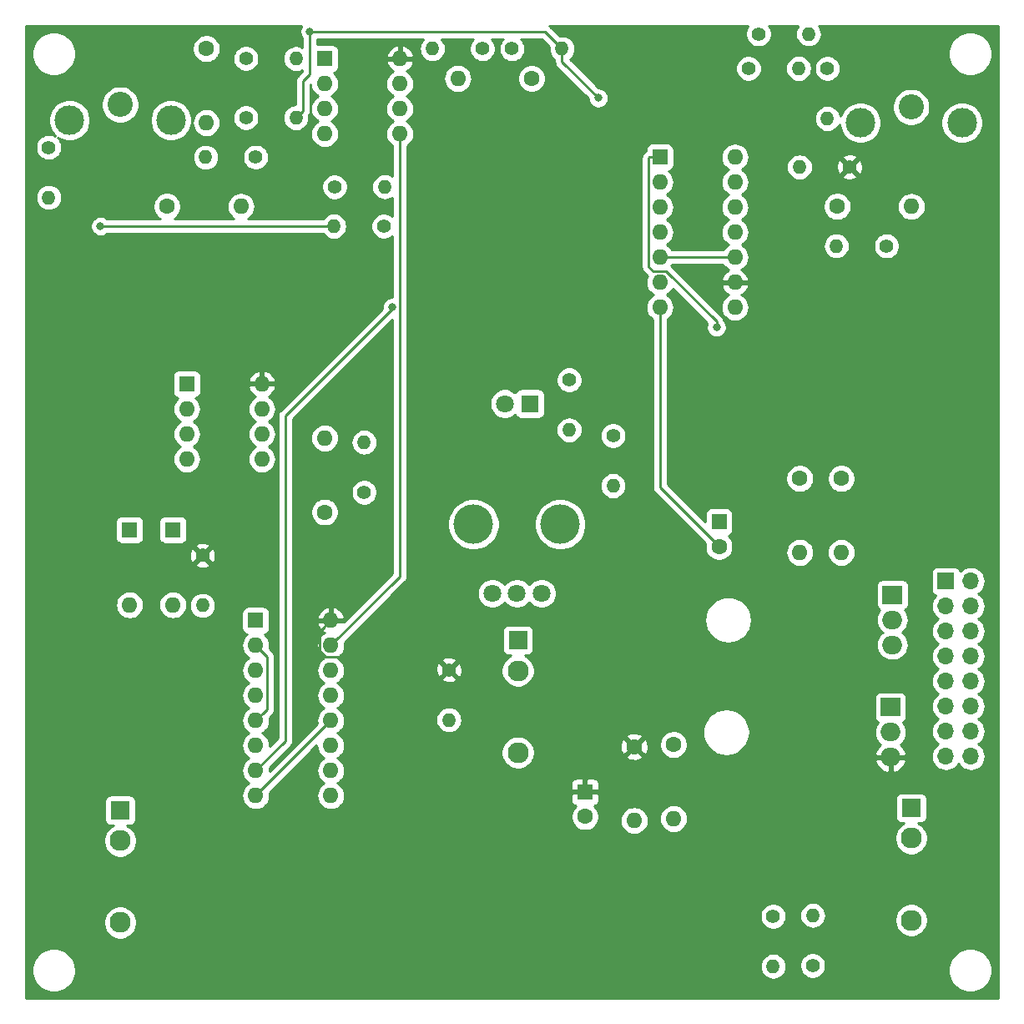
<source format=gbl>
G04 #@! TF.GenerationSoftware,KiCad,Pcbnew,(5.1.4-0-10_14)*
G04 #@! TF.CreationDate,2019-11-25T16:16:25+01:00*
G04 #@! TF.ProjectId,Sync-Ope-proto,53796e63-2d4f-4706-952d-70726f746f2e,0.1*
G04 #@! TF.SameCoordinates,Original*
G04 #@! TF.FileFunction,Copper,L2,Bot*
G04 #@! TF.FilePolarity,Positive*
%FSLAX46Y46*%
G04 Gerber Fmt 4.6, Leading zero omitted, Abs format (unit mm)*
G04 Created by KiCad (PCBNEW (5.1.4-0-10_14)) date 2019-11-25 16:16:25*
%MOMM*%
%LPD*%
G04 APERTURE LIST*
%ADD10C,1.400000*%
%ADD11O,1.400000X1.400000*%
%ADD12C,2.130000*%
%ADD13R,1.930000X1.830000*%
%ADD14C,3.000000*%
%ADD15C,2.550000*%
%ADD16R,1.600000X1.600000*%
%ADD17C,1.600000*%
%ADD18R,1.800000X1.800000*%
%ADD19C,1.800000*%
%ADD20O,1.600000X1.600000*%
%ADD21R,1.700000X1.700000*%
%ADD22O,1.700000X1.700000*%
%ADD23O,2.000000X1.905000*%
%ADD24R,2.000000X1.905000*%
%ADD25C,4.000000*%
%ADD26C,0.800000*%
%ADD27C,0.250000*%
%ADD28C,0.254000*%
G04 APERTURE END LIST*
D10*
X176500000Y-141000000D03*
D11*
X176500000Y-146080000D03*
D12*
X190500000Y-133100000D03*
D13*
X190500000Y-130000000D03*
D12*
X190500000Y-141400000D03*
D14*
X185350000Y-60500000D03*
X195650000Y-60500000D03*
D15*
X190500000Y-58900000D03*
D10*
X184250000Y-65000000D03*
D11*
X179170000Y-65000000D03*
D12*
X110250000Y-133350000D03*
D13*
X110250000Y-130250000D03*
D12*
X110250000Y-141650000D03*
D16*
X157400000Y-128400000D03*
D17*
X157400000Y-130900000D03*
X171000000Y-103500000D03*
D16*
X171000000Y-101000000D03*
D18*
X151800000Y-89000000D03*
D19*
X149260000Y-89000000D03*
D20*
X111200000Y-109420000D03*
D16*
X111200000Y-101800000D03*
D15*
X110250000Y-58650000D03*
D14*
X115400000Y-60250000D03*
X105100000Y-60250000D03*
D21*
X194000000Y-107000000D03*
D22*
X196540000Y-107000000D03*
X194000000Y-109540000D03*
X196540000Y-109540000D03*
X194000000Y-112080000D03*
X196540000Y-112080000D03*
X194000000Y-114620000D03*
X196540000Y-114620000D03*
X194000000Y-117160000D03*
X196540000Y-117160000D03*
X194000000Y-119700000D03*
X196540000Y-119700000D03*
X194000000Y-122240000D03*
X196540000Y-122240000D03*
X194000000Y-124780000D03*
X196540000Y-124780000D03*
D12*
X150600000Y-124400000D03*
D13*
X150600000Y-113000000D03*
D12*
X150600000Y-116100000D03*
D16*
X131000000Y-54000000D03*
D20*
X138620000Y-61620000D03*
X131000000Y-56540000D03*
X138620000Y-59080000D03*
X131000000Y-59080000D03*
X138620000Y-56540000D03*
X131000000Y-61620000D03*
X138620000Y-54000000D03*
X124620000Y-87000000D03*
X117000000Y-94620000D03*
X124620000Y-89540000D03*
X117000000Y-92080000D03*
X124620000Y-92080000D03*
X117000000Y-89540000D03*
X124620000Y-94620000D03*
D16*
X117000000Y-87000000D03*
D23*
X188400000Y-124880000D03*
X188400000Y-122340000D03*
D24*
X188400000Y-119800000D03*
X188600000Y-108400000D03*
D23*
X188600000Y-110940000D03*
X188600000Y-113480000D03*
D16*
X165000000Y-64000000D03*
D20*
X172620000Y-79240000D03*
X165000000Y-66540000D03*
X172620000Y-76700000D03*
X165000000Y-69080000D03*
X172620000Y-74160000D03*
X165000000Y-71620000D03*
X172620000Y-71620000D03*
X165000000Y-74160000D03*
X172620000Y-69080000D03*
X165000000Y-76700000D03*
X172620000Y-66540000D03*
X165000000Y-79240000D03*
X172620000Y-64000000D03*
D16*
X124000000Y-111000000D03*
D20*
X131620000Y-128780000D03*
X124000000Y-113540000D03*
X131620000Y-126240000D03*
X124000000Y-116080000D03*
X131620000Y-123700000D03*
X124000000Y-118620000D03*
X131620000Y-121160000D03*
X124000000Y-121160000D03*
X131620000Y-118620000D03*
X124000000Y-123700000D03*
X131620000Y-116080000D03*
X124000000Y-126240000D03*
X131620000Y-113540000D03*
X124000000Y-128780000D03*
X131620000Y-111000000D03*
D17*
X119000000Y-53000000D03*
D20*
X119000000Y-60500000D03*
X144500000Y-56000000D03*
D17*
X152000000Y-56000000D03*
X115000000Y-69000000D03*
D20*
X122500000Y-69000000D03*
X131000000Y-92500000D03*
D17*
X131000000Y-100000000D03*
X183000000Y-69000000D03*
D20*
X190500000Y-69000000D03*
D17*
X166400000Y-123600000D03*
D20*
X166400000Y-131100000D03*
X162400000Y-131300000D03*
D17*
X162400000Y-123800000D03*
X183400000Y-96600000D03*
D20*
X183400000Y-104100000D03*
X179200000Y-104100000D03*
D17*
X179200000Y-96600000D03*
D19*
X148000000Y-108250000D03*
X150500000Y-108250000D03*
X153000000Y-108250000D03*
D25*
X146100000Y-101250000D03*
X154900000Y-101250000D03*
D10*
X103000000Y-63000000D03*
D11*
X103000000Y-68080000D03*
D10*
X123000000Y-60000000D03*
D11*
X128080000Y-60000000D03*
D10*
X124000000Y-64000000D03*
D11*
X118920000Y-64000000D03*
X128080000Y-54000000D03*
D10*
X123000000Y-54000000D03*
D11*
X155800000Y-91680000D03*
D10*
X155800000Y-86600000D03*
X132000000Y-67000000D03*
D11*
X137080000Y-67000000D03*
D10*
X147000000Y-53000000D03*
D11*
X141920000Y-53000000D03*
X131920000Y-71000000D03*
D10*
X137000000Y-71000000D03*
D11*
X135000000Y-92920000D03*
D10*
X135000000Y-98000000D03*
D11*
X155080000Y-53000000D03*
D10*
X150000000Y-53000000D03*
D11*
X160250000Y-97330000D03*
D10*
X160250000Y-92250000D03*
X180500000Y-146000000D03*
D11*
X180500000Y-140920000D03*
D10*
X118600000Y-104400000D03*
D11*
X118600000Y-109480000D03*
X179080000Y-55000000D03*
D10*
X174000000Y-55000000D03*
D11*
X143600000Y-121080000D03*
D10*
X143600000Y-116000000D03*
X182000000Y-55000000D03*
D11*
X182000000Y-60080000D03*
X182920000Y-73000000D03*
D10*
X188000000Y-73000000D03*
D11*
X180080000Y-51500000D03*
D10*
X175000000Y-51500000D03*
D16*
X115600000Y-101800000D03*
D20*
X115600000Y-109420000D03*
D26*
X129500000Y-51250000D03*
X158750000Y-58000000D03*
X137840000Y-79240000D03*
X108250000Y-71000000D03*
X170750000Y-81250000D03*
D27*
X138620000Y-106540000D02*
X131620000Y-113540000D01*
X138620000Y-61620000D02*
X138620000Y-106540000D01*
X128779999Y-56285001D02*
X129500000Y-55565000D01*
X128779999Y-59300001D02*
X128779999Y-56285001D01*
X128080000Y-60000000D02*
X128779999Y-59300001D01*
X129500000Y-55565000D02*
X129500000Y-51250000D01*
X131620000Y-121160000D02*
X124000000Y-128780000D01*
X155080000Y-54330000D02*
X158750000Y-58000000D01*
X155080000Y-53000000D02*
X155080000Y-54330000D01*
X124799999Y-120360001D02*
X124000000Y-121160000D01*
X125125001Y-120034999D02*
X124799999Y-120360001D01*
X125125001Y-114665001D02*
X125125001Y-120034999D01*
X124000000Y-113540000D02*
X125125001Y-114665001D01*
X165000000Y-74160000D02*
X172620000Y-74160000D01*
X153330000Y-51250000D02*
X155080000Y-53000000D01*
X129500000Y-51250000D02*
X153330000Y-51250000D01*
X130820001Y-111799999D02*
X131620000Y-111000000D01*
X130494999Y-112125001D02*
X130820001Y-111799999D01*
X130494999Y-114080001D02*
X130494999Y-112125001D01*
X131079999Y-114665001D02*
X130494999Y-114080001D01*
X142265001Y-114665001D02*
X131079999Y-114665001D01*
X143600000Y-116000000D02*
X142265001Y-114665001D01*
X127000000Y-123240000D02*
X127000000Y-90250000D01*
X124000000Y-126240000D02*
X127000000Y-123240000D01*
X137840000Y-79410000D02*
X137840000Y-79240000D01*
X127000000Y-90250000D02*
X137840000Y-79410000D01*
X165000000Y-97500000D02*
X165000000Y-79240000D01*
X171000000Y-103500000D02*
X165000000Y-97500000D01*
X131920000Y-71000000D02*
X108250000Y-71000000D01*
X165640684Y-75574999D02*
X164324999Y-75574999D01*
X170750000Y-80684315D02*
X165640684Y-75574999D01*
X170750000Y-81250000D02*
X170750000Y-80684315D01*
X163874999Y-64075001D02*
X163950000Y-64000000D01*
X163950000Y-64000000D02*
X165000000Y-64000000D01*
X163874999Y-75124999D02*
X163874999Y-64075001D01*
X164324999Y-75574999D02*
X163874999Y-75124999D01*
D28*
G36*
X128582795Y-50759744D02*
G01*
X128504774Y-50948102D01*
X128465000Y-51148061D01*
X128465000Y-51351939D01*
X128504774Y-51551898D01*
X128582795Y-51740256D01*
X128696063Y-51909774D01*
X128740001Y-51953712D01*
X128740001Y-52839038D01*
X128593354Y-52760653D01*
X128341706Y-52684317D01*
X128145579Y-52665000D01*
X128014421Y-52665000D01*
X127818294Y-52684317D01*
X127566646Y-52760653D01*
X127334725Y-52884618D01*
X127131445Y-53051445D01*
X126964618Y-53254725D01*
X126840653Y-53486646D01*
X126764317Y-53738294D01*
X126738541Y-54000000D01*
X126764317Y-54261706D01*
X126840653Y-54513354D01*
X126964618Y-54745275D01*
X127131445Y-54948555D01*
X127334725Y-55115382D01*
X127566646Y-55239347D01*
X127818294Y-55315683D01*
X128014421Y-55335000D01*
X128145579Y-55335000D01*
X128341706Y-55315683D01*
X128593354Y-55239347D01*
X128740000Y-55160963D01*
X128740000Y-55250198D01*
X128268997Y-55721202D01*
X128239999Y-55745000D01*
X128216201Y-55773998D01*
X128216200Y-55773999D01*
X128145025Y-55860725D01*
X128074453Y-55992755D01*
X128030997Y-56136016D01*
X128016323Y-56285001D01*
X128020000Y-56322333D01*
X128019999Y-58665000D01*
X128014421Y-58665000D01*
X127818294Y-58684317D01*
X127566646Y-58760653D01*
X127334725Y-58884618D01*
X127131445Y-59051445D01*
X126964618Y-59254725D01*
X126840653Y-59486646D01*
X126764317Y-59738294D01*
X126738541Y-60000000D01*
X126764317Y-60261706D01*
X126840653Y-60513354D01*
X126964618Y-60745275D01*
X127131445Y-60948555D01*
X127334725Y-61115382D01*
X127566646Y-61239347D01*
X127818294Y-61315683D01*
X128014421Y-61335000D01*
X128145579Y-61335000D01*
X128341706Y-61315683D01*
X128593354Y-61239347D01*
X128825275Y-61115382D01*
X129028555Y-60948555D01*
X129195382Y-60745275D01*
X129319347Y-60513354D01*
X129395683Y-60261706D01*
X129421459Y-60000000D01*
X129396517Y-59746765D01*
X129403470Y-59738294D01*
X129414973Y-59724278D01*
X129485545Y-59592248D01*
X129493311Y-59566646D01*
X129529002Y-59448987D01*
X129539999Y-59337334D01*
X129539999Y-59337325D01*
X129543675Y-59300002D01*
X129539999Y-59262679D01*
X129539999Y-56599802D01*
X129561800Y-56578001D01*
X129585764Y-56821309D01*
X129667818Y-57091808D01*
X129801068Y-57341101D01*
X129980392Y-57559608D01*
X130198899Y-57738932D01*
X130331858Y-57810000D01*
X130198899Y-57881068D01*
X129980392Y-58060392D01*
X129801068Y-58278899D01*
X129667818Y-58528192D01*
X129585764Y-58798691D01*
X129558057Y-59080000D01*
X129585764Y-59361309D01*
X129667818Y-59631808D01*
X129801068Y-59881101D01*
X129980392Y-60099608D01*
X130198899Y-60278932D01*
X130331858Y-60350000D01*
X130198899Y-60421068D01*
X129980392Y-60600392D01*
X129801068Y-60818899D01*
X129667818Y-61068192D01*
X129585764Y-61338691D01*
X129558057Y-61620000D01*
X129585764Y-61901309D01*
X129667818Y-62171808D01*
X129801068Y-62421101D01*
X129980392Y-62639608D01*
X130198899Y-62818932D01*
X130448192Y-62952182D01*
X130718691Y-63034236D01*
X130929508Y-63055000D01*
X131070492Y-63055000D01*
X131281309Y-63034236D01*
X131551808Y-62952182D01*
X131801101Y-62818932D01*
X132019608Y-62639608D01*
X132198932Y-62421101D01*
X132332182Y-62171808D01*
X132414236Y-61901309D01*
X132441943Y-61620000D01*
X132414236Y-61338691D01*
X132332182Y-61068192D01*
X132198932Y-60818899D01*
X132019608Y-60600392D01*
X131801101Y-60421068D01*
X131668142Y-60350000D01*
X131801101Y-60278932D01*
X132019608Y-60099608D01*
X132198932Y-59881101D01*
X132332182Y-59631808D01*
X132414236Y-59361309D01*
X132441943Y-59080000D01*
X132414236Y-58798691D01*
X132332182Y-58528192D01*
X132198932Y-58278899D01*
X132019608Y-58060392D01*
X131801101Y-57881068D01*
X131668142Y-57810000D01*
X131801101Y-57738932D01*
X132019608Y-57559608D01*
X132198932Y-57341101D01*
X132332182Y-57091808D01*
X132414236Y-56821309D01*
X132441943Y-56540000D01*
X132414236Y-56258691D01*
X132332182Y-55988192D01*
X132198932Y-55738899D01*
X132019608Y-55520392D01*
X131906518Y-55427581D01*
X131924482Y-55425812D01*
X132044180Y-55389502D01*
X132154494Y-55330537D01*
X132251185Y-55251185D01*
X132330537Y-55154494D01*
X132389502Y-55044180D01*
X132425812Y-54924482D01*
X132438072Y-54800000D01*
X132438072Y-53650961D01*
X137228096Y-53650961D01*
X137350085Y-53873000D01*
X138493000Y-53873000D01*
X138493000Y-52729376D01*
X138747000Y-52729376D01*
X138747000Y-53873000D01*
X139889915Y-53873000D01*
X140011904Y-53650961D01*
X139971246Y-53516913D01*
X139851037Y-53262580D01*
X139683519Y-53036586D01*
X139475131Y-52847615D01*
X139233881Y-52702930D01*
X138969040Y-52608091D01*
X138747000Y-52729376D01*
X138493000Y-52729376D01*
X138270960Y-52608091D01*
X138006119Y-52702930D01*
X137764869Y-52847615D01*
X137556481Y-53036586D01*
X137388963Y-53262580D01*
X137268754Y-53516913D01*
X137228096Y-53650961D01*
X132438072Y-53650961D01*
X132438072Y-53200000D01*
X132425812Y-53075518D01*
X132389502Y-52955820D01*
X132330537Y-52845506D01*
X132251185Y-52748815D01*
X132154494Y-52669463D01*
X132044180Y-52610498D01*
X131924482Y-52574188D01*
X131800000Y-52561928D01*
X130260000Y-52561928D01*
X130260000Y-52010000D01*
X141021946Y-52010000D01*
X140971445Y-52051445D01*
X140804618Y-52254725D01*
X140680653Y-52486646D01*
X140604317Y-52738294D01*
X140578541Y-53000000D01*
X140604317Y-53261706D01*
X140680653Y-53513354D01*
X140804618Y-53745275D01*
X140971445Y-53948555D01*
X141174725Y-54115382D01*
X141406646Y-54239347D01*
X141658294Y-54315683D01*
X141854421Y-54335000D01*
X141985579Y-54335000D01*
X142181706Y-54315683D01*
X142433354Y-54239347D01*
X142665275Y-54115382D01*
X142868555Y-53948555D01*
X143035382Y-53745275D01*
X143159347Y-53513354D01*
X143235683Y-53261706D01*
X143261459Y-53000000D01*
X143235683Y-52738294D01*
X143159347Y-52486646D01*
X143035382Y-52254725D01*
X142868555Y-52051445D01*
X142818054Y-52010000D01*
X146102025Y-52010000D01*
X145963038Y-52148987D01*
X145816939Y-52367641D01*
X145716304Y-52610595D01*
X145665000Y-52868514D01*
X145665000Y-53131486D01*
X145716304Y-53389405D01*
X145816939Y-53632359D01*
X145963038Y-53851013D01*
X146148987Y-54036962D01*
X146367641Y-54183061D01*
X146610595Y-54283696D01*
X146868514Y-54335000D01*
X147131486Y-54335000D01*
X147389405Y-54283696D01*
X147632359Y-54183061D01*
X147851013Y-54036962D01*
X148036962Y-53851013D01*
X148183061Y-53632359D01*
X148283696Y-53389405D01*
X148335000Y-53131486D01*
X148335000Y-52868514D01*
X148283696Y-52610595D01*
X148183061Y-52367641D01*
X148036962Y-52148987D01*
X147897975Y-52010000D01*
X149102025Y-52010000D01*
X148963038Y-52148987D01*
X148816939Y-52367641D01*
X148716304Y-52610595D01*
X148665000Y-52868514D01*
X148665000Y-53131486D01*
X148716304Y-53389405D01*
X148816939Y-53632359D01*
X148963038Y-53851013D01*
X149148987Y-54036962D01*
X149367641Y-54183061D01*
X149610595Y-54283696D01*
X149868514Y-54335000D01*
X150131486Y-54335000D01*
X150389405Y-54283696D01*
X150632359Y-54183061D01*
X150851013Y-54036962D01*
X151036962Y-53851013D01*
X151183061Y-53632359D01*
X151283696Y-53389405D01*
X151335000Y-53131486D01*
X151335000Y-52868514D01*
X151283696Y-52610595D01*
X151183061Y-52367641D01*
X151036962Y-52148987D01*
X150897975Y-52010000D01*
X153015199Y-52010000D01*
X153762450Y-52757251D01*
X153738541Y-53000000D01*
X153764317Y-53261706D01*
X153840653Y-53513354D01*
X153964618Y-53745275D01*
X154131445Y-53948555D01*
X154320001Y-54103298D01*
X154320001Y-54292668D01*
X154316324Y-54330000D01*
X154330998Y-54478985D01*
X154374454Y-54622246D01*
X154445026Y-54754276D01*
X154483428Y-54801068D01*
X154540000Y-54870001D01*
X154568998Y-54893799D01*
X157715000Y-58039802D01*
X157715000Y-58101939D01*
X157754774Y-58301898D01*
X157832795Y-58490256D01*
X157946063Y-58659774D01*
X158090226Y-58803937D01*
X158259744Y-58917205D01*
X158448102Y-58995226D01*
X158648061Y-59035000D01*
X158851939Y-59035000D01*
X159051898Y-58995226D01*
X159240256Y-58917205D01*
X159409774Y-58803937D01*
X159553937Y-58659774D01*
X159667205Y-58490256D01*
X159745226Y-58301898D01*
X159785000Y-58101939D01*
X159785000Y-57898061D01*
X159745226Y-57698102D01*
X159667205Y-57509744D01*
X159553937Y-57340226D01*
X159409774Y-57196063D01*
X159240256Y-57082795D01*
X159051898Y-57004774D01*
X158851939Y-56965000D01*
X158789802Y-56965000D01*
X156693316Y-54868514D01*
X172665000Y-54868514D01*
X172665000Y-55131486D01*
X172716304Y-55389405D01*
X172816939Y-55632359D01*
X172963038Y-55851013D01*
X173148987Y-56036962D01*
X173367641Y-56183061D01*
X173610595Y-56283696D01*
X173868514Y-56335000D01*
X174131486Y-56335000D01*
X174389405Y-56283696D01*
X174632359Y-56183061D01*
X174851013Y-56036962D01*
X175036962Y-55851013D01*
X175183061Y-55632359D01*
X175283696Y-55389405D01*
X175335000Y-55131486D01*
X175335000Y-55000000D01*
X177738541Y-55000000D01*
X177764317Y-55261706D01*
X177840653Y-55513354D01*
X177964618Y-55745275D01*
X178131445Y-55948555D01*
X178334725Y-56115382D01*
X178566646Y-56239347D01*
X178818294Y-56315683D01*
X179014421Y-56335000D01*
X179145579Y-56335000D01*
X179341706Y-56315683D01*
X179593354Y-56239347D01*
X179825275Y-56115382D01*
X180028555Y-55948555D01*
X180195382Y-55745275D01*
X180319347Y-55513354D01*
X180395683Y-55261706D01*
X180421459Y-55000000D01*
X180408509Y-54868514D01*
X180665000Y-54868514D01*
X180665000Y-55131486D01*
X180716304Y-55389405D01*
X180816939Y-55632359D01*
X180963038Y-55851013D01*
X181148987Y-56036962D01*
X181367641Y-56183061D01*
X181610595Y-56283696D01*
X181868514Y-56335000D01*
X182131486Y-56335000D01*
X182389405Y-56283696D01*
X182632359Y-56183061D01*
X182851013Y-56036962D01*
X183036962Y-55851013D01*
X183183061Y-55632359D01*
X183283696Y-55389405D01*
X183335000Y-55131486D01*
X183335000Y-54868514D01*
X183283696Y-54610595D01*
X183183061Y-54367641D01*
X183036962Y-54148987D01*
X182851013Y-53963038D01*
X182632359Y-53816939D01*
X182389405Y-53716304D01*
X182131486Y-53665000D01*
X181868514Y-53665000D01*
X181610595Y-53716304D01*
X181367641Y-53816939D01*
X181148987Y-53963038D01*
X180963038Y-54148987D01*
X180816939Y-54367641D01*
X180716304Y-54610595D01*
X180665000Y-54868514D01*
X180408509Y-54868514D01*
X180395683Y-54738294D01*
X180319347Y-54486646D01*
X180195382Y-54254725D01*
X180028555Y-54051445D01*
X179825275Y-53884618D01*
X179593354Y-53760653D01*
X179341706Y-53684317D01*
X179145579Y-53665000D01*
X179014421Y-53665000D01*
X178818294Y-53684317D01*
X178566646Y-53760653D01*
X178334725Y-53884618D01*
X178131445Y-54051445D01*
X177964618Y-54254725D01*
X177840653Y-54486646D01*
X177764317Y-54738294D01*
X177738541Y-55000000D01*
X175335000Y-55000000D01*
X175335000Y-54868514D01*
X175283696Y-54610595D01*
X175183061Y-54367641D01*
X175036962Y-54148987D01*
X174851013Y-53963038D01*
X174632359Y-53816939D01*
X174389405Y-53716304D01*
X174131486Y-53665000D01*
X173868514Y-53665000D01*
X173610595Y-53716304D01*
X173367641Y-53816939D01*
X173148987Y-53963038D01*
X172963038Y-54148987D01*
X172816939Y-54367641D01*
X172716304Y-54610595D01*
X172665000Y-54868514D01*
X156693316Y-54868514D01*
X155888388Y-54063587D01*
X156028555Y-53948555D01*
X156195382Y-53745275D01*
X156319347Y-53513354D01*
X156390172Y-53279872D01*
X194265000Y-53279872D01*
X194265000Y-53720128D01*
X194350890Y-54151925D01*
X194519369Y-54558669D01*
X194763962Y-54924729D01*
X195075271Y-55236038D01*
X195441331Y-55480631D01*
X195848075Y-55649110D01*
X196279872Y-55735000D01*
X196720128Y-55735000D01*
X197151925Y-55649110D01*
X197558669Y-55480631D01*
X197924729Y-55236038D01*
X198236038Y-54924729D01*
X198480631Y-54558669D01*
X198649110Y-54151925D01*
X198735000Y-53720128D01*
X198735000Y-53279872D01*
X198649110Y-52848075D01*
X198480631Y-52441331D01*
X198236038Y-52075271D01*
X197924729Y-51763962D01*
X197558669Y-51519369D01*
X197151925Y-51350890D01*
X196720128Y-51265000D01*
X196279872Y-51265000D01*
X195848075Y-51350890D01*
X195441331Y-51519369D01*
X195075271Y-51763962D01*
X194763962Y-52075271D01*
X194519369Y-52441331D01*
X194350890Y-52848075D01*
X194265000Y-53279872D01*
X156390172Y-53279872D01*
X156395683Y-53261706D01*
X156421459Y-53000000D01*
X156395683Y-52738294D01*
X156319347Y-52486646D01*
X156195382Y-52254725D01*
X156028555Y-52051445D01*
X155825275Y-51884618D01*
X155593354Y-51760653D01*
X155341706Y-51684317D01*
X155145579Y-51665000D01*
X155014421Y-51665000D01*
X154837251Y-51682450D01*
X153893804Y-50739003D01*
X153870001Y-50709999D01*
X153809077Y-50660000D01*
X173955679Y-50660000D01*
X173816939Y-50867641D01*
X173716304Y-51110595D01*
X173665000Y-51368514D01*
X173665000Y-51631486D01*
X173716304Y-51889405D01*
X173816939Y-52132359D01*
X173963038Y-52351013D01*
X174148987Y-52536962D01*
X174367641Y-52683061D01*
X174610595Y-52783696D01*
X174868514Y-52835000D01*
X175131486Y-52835000D01*
X175389405Y-52783696D01*
X175632359Y-52683061D01*
X175851013Y-52536962D01*
X176036962Y-52351013D01*
X176183061Y-52132359D01*
X176283696Y-51889405D01*
X176335000Y-51631486D01*
X176335000Y-51368514D01*
X176283696Y-51110595D01*
X176183061Y-50867641D01*
X176044321Y-50660000D01*
X179042357Y-50660000D01*
X178964618Y-50754725D01*
X178840653Y-50986646D01*
X178764317Y-51238294D01*
X178738541Y-51500000D01*
X178764317Y-51761706D01*
X178840653Y-52013354D01*
X178964618Y-52245275D01*
X179131445Y-52448555D01*
X179334725Y-52615382D01*
X179566646Y-52739347D01*
X179818294Y-52815683D01*
X180014421Y-52835000D01*
X180145579Y-52835000D01*
X180341706Y-52815683D01*
X180593354Y-52739347D01*
X180825275Y-52615382D01*
X181028555Y-52448555D01*
X181195382Y-52245275D01*
X181319347Y-52013354D01*
X181395683Y-51761706D01*
X181421459Y-51500000D01*
X181395683Y-51238294D01*
X181319347Y-50986646D01*
X181195382Y-50754725D01*
X181117643Y-50660000D01*
X199340000Y-50660000D01*
X199340001Y-149340000D01*
X100660000Y-149340000D01*
X100660000Y-146279872D01*
X101265000Y-146279872D01*
X101265000Y-146720128D01*
X101350890Y-147151925D01*
X101519369Y-147558669D01*
X101763962Y-147924729D01*
X102075271Y-148236038D01*
X102441331Y-148480631D01*
X102848075Y-148649110D01*
X103279872Y-148735000D01*
X103720128Y-148735000D01*
X104151925Y-148649110D01*
X104558669Y-148480631D01*
X104924729Y-148236038D01*
X105236038Y-147924729D01*
X105480631Y-147558669D01*
X105649110Y-147151925D01*
X105735000Y-146720128D01*
X105735000Y-146279872D01*
X105695243Y-146080000D01*
X175158541Y-146080000D01*
X175184317Y-146341706D01*
X175260653Y-146593354D01*
X175384618Y-146825275D01*
X175551445Y-147028555D01*
X175754725Y-147195382D01*
X175986646Y-147319347D01*
X176238294Y-147395683D01*
X176434421Y-147415000D01*
X176565579Y-147415000D01*
X176761706Y-147395683D01*
X177013354Y-147319347D01*
X177245275Y-147195382D01*
X177448555Y-147028555D01*
X177615382Y-146825275D01*
X177739347Y-146593354D01*
X177815683Y-146341706D01*
X177841459Y-146080000D01*
X177820630Y-145868514D01*
X179165000Y-145868514D01*
X179165000Y-146131486D01*
X179216304Y-146389405D01*
X179316939Y-146632359D01*
X179463038Y-146851013D01*
X179648987Y-147036962D01*
X179867641Y-147183061D01*
X180110595Y-147283696D01*
X180368514Y-147335000D01*
X180631486Y-147335000D01*
X180889405Y-147283696D01*
X181132359Y-147183061D01*
X181351013Y-147036962D01*
X181536962Y-146851013D01*
X181683061Y-146632359D01*
X181783696Y-146389405D01*
X181805483Y-146279872D01*
X194265000Y-146279872D01*
X194265000Y-146720128D01*
X194350890Y-147151925D01*
X194519369Y-147558669D01*
X194763962Y-147924729D01*
X195075271Y-148236038D01*
X195441331Y-148480631D01*
X195848075Y-148649110D01*
X196279872Y-148735000D01*
X196720128Y-148735000D01*
X197151925Y-148649110D01*
X197558669Y-148480631D01*
X197924729Y-148236038D01*
X198236038Y-147924729D01*
X198480631Y-147558669D01*
X198649110Y-147151925D01*
X198735000Y-146720128D01*
X198735000Y-146279872D01*
X198649110Y-145848075D01*
X198480631Y-145441331D01*
X198236038Y-145075271D01*
X197924729Y-144763962D01*
X197558669Y-144519369D01*
X197151925Y-144350890D01*
X196720128Y-144265000D01*
X196279872Y-144265000D01*
X195848075Y-144350890D01*
X195441331Y-144519369D01*
X195075271Y-144763962D01*
X194763962Y-145075271D01*
X194519369Y-145441331D01*
X194350890Y-145848075D01*
X194265000Y-146279872D01*
X181805483Y-146279872D01*
X181835000Y-146131486D01*
X181835000Y-145868514D01*
X181783696Y-145610595D01*
X181683061Y-145367641D01*
X181536962Y-145148987D01*
X181351013Y-144963038D01*
X181132359Y-144816939D01*
X180889405Y-144716304D01*
X180631486Y-144665000D01*
X180368514Y-144665000D01*
X180110595Y-144716304D01*
X179867641Y-144816939D01*
X179648987Y-144963038D01*
X179463038Y-145148987D01*
X179316939Y-145367641D01*
X179216304Y-145610595D01*
X179165000Y-145868514D01*
X177820630Y-145868514D01*
X177815683Y-145818294D01*
X177739347Y-145566646D01*
X177615382Y-145334725D01*
X177448555Y-145131445D01*
X177245275Y-144964618D01*
X177013354Y-144840653D01*
X176761706Y-144764317D01*
X176565579Y-144745000D01*
X176434421Y-144745000D01*
X176238294Y-144764317D01*
X175986646Y-144840653D01*
X175754725Y-144964618D01*
X175551445Y-145131445D01*
X175384618Y-145334725D01*
X175260653Y-145566646D01*
X175184317Y-145818294D01*
X175158541Y-146080000D01*
X105695243Y-146080000D01*
X105649110Y-145848075D01*
X105480631Y-145441331D01*
X105236038Y-145075271D01*
X104924729Y-144763962D01*
X104558669Y-144519369D01*
X104151925Y-144350890D01*
X103720128Y-144265000D01*
X103279872Y-144265000D01*
X102848075Y-144350890D01*
X102441331Y-144519369D01*
X102075271Y-144763962D01*
X101763962Y-145075271D01*
X101519369Y-145441331D01*
X101350890Y-145848075D01*
X101265000Y-146279872D01*
X100660000Y-146279872D01*
X100660000Y-141482565D01*
X108550000Y-141482565D01*
X108550000Y-141817435D01*
X108615330Y-142145872D01*
X108743479Y-142455252D01*
X108929523Y-142733687D01*
X109166313Y-142970477D01*
X109444748Y-143156521D01*
X109754128Y-143284670D01*
X110082565Y-143350000D01*
X110417435Y-143350000D01*
X110745872Y-143284670D01*
X111055252Y-143156521D01*
X111333687Y-142970477D01*
X111570477Y-142733687D01*
X111756521Y-142455252D01*
X111884670Y-142145872D01*
X111950000Y-141817435D01*
X111950000Y-141482565D01*
X111884670Y-141154128D01*
X111766366Y-140868514D01*
X175165000Y-140868514D01*
X175165000Y-141131486D01*
X175216304Y-141389405D01*
X175316939Y-141632359D01*
X175463038Y-141851013D01*
X175648987Y-142036962D01*
X175867641Y-142183061D01*
X176110595Y-142283696D01*
X176368514Y-142335000D01*
X176631486Y-142335000D01*
X176889405Y-142283696D01*
X177132359Y-142183061D01*
X177351013Y-142036962D01*
X177536962Y-141851013D01*
X177683061Y-141632359D01*
X177783696Y-141389405D01*
X177835000Y-141131486D01*
X177835000Y-140920000D01*
X179158541Y-140920000D01*
X179184317Y-141181706D01*
X179260653Y-141433354D01*
X179384618Y-141665275D01*
X179551445Y-141868555D01*
X179754725Y-142035382D01*
X179986646Y-142159347D01*
X180238294Y-142235683D01*
X180434421Y-142255000D01*
X180565579Y-142255000D01*
X180761706Y-142235683D01*
X181013354Y-142159347D01*
X181245275Y-142035382D01*
X181448555Y-141868555D01*
X181615382Y-141665275D01*
X181739347Y-141433354D01*
X181800255Y-141232565D01*
X188800000Y-141232565D01*
X188800000Y-141567435D01*
X188865330Y-141895872D01*
X188993479Y-142205252D01*
X189179523Y-142483687D01*
X189416313Y-142720477D01*
X189694748Y-142906521D01*
X190004128Y-143034670D01*
X190332565Y-143100000D01*
X190667435Y-143100000D01*
X190995872Y-143034670D01*
X191305252Y-142906521D01*
X191583687Y-142720477D01*
X191820477Y-142483687D01*
X192006521Y-142205252D01*
X192134670Y-141895872D01*
X192200000Y-141567435D01*
X192200000Y-141232565D01*
X192134670Y-140904128D01*
X192006521Y-140594748D01*
X191820477Y-140316313D01*
X191583687Y-140079523D01*
X191305252Y-139893479D01*
X190995872Y-139765330D01*
X190667435Y-139700000D01*
X190332565Y-139700000D01*
X190004128Y-139765330D01*
X189694748Y-139893479D01*
X189416313Y-140079523D01*
X189179523Y-140316313D01*
X188993479Y-140594748D01*
X188865330Y-140904128D01*
X188800000Y-141232565D01*
X181800255Y-141232565D01*
X181815683Y-141181706D01*
X181841459Y-140920000D01*
X181815683Y-140658294D01*
X181739347Y-140406646D01*
X181615382Y-140174725D01*
X181448555Y-139971445D01*
X181245275Y-139804618D01*
X181013354Y-139680653D01*
X180761706Y-139604317D01*
X180565579Y-139585000D01*
X180434421Y-139585000D01*
X180238294Y-139604317D01*
X179986646Y-139680653D01*
X179754725Y-139804618D01*
X179551445Y-139971445D01*
X179384618Y-140174725D01*
X179260653Y-140406646D01*
X179184317Y-140658294D01*
X179158541Y-140920000D01*
X177835000Y-140920000D01*
X177835000Y-140868514D01*
X177783696Y-140610595D01*
X177683061Y-140367641D01*
X177536962Y-140148987D01*
X177351013Y-139963038D01*
X177132359Y-139816939D01*
X176889405Y-139716304D01*
X176631486Y-139665000D01*
X176368514Y-139665000D01*
X176110595Y-139716304D01*
X175867641Y-139816939D01*
X175648987Y-139963038D01*
X175463038Y-140148987D01*
X175316939Y-140367641D01*
X175216304Y-140610595D01*
X175165000Y-140868514D01*
X111766366Y-140868514D01*
X111756521Y-140844748D01*
X111570477Y-140566313D01*
X111333687Y-140329523D01*
X111055252Y-140143479D01*
X110745872Y-140015330D01*
X110417435Y-139950000D01*
X110082565Y-139950000D01*
X109754128Y-140015330D01*
X109444748Y-140143479D01*
X109166313Y-140329523D01*
X108929523Y-140566313D01*
X108743479Y-140844748D01*
X108615330Y-141154128D01*
X108550000Y-141482565D01*
X100660000Y-141482565D01*
X100660000Y-133182565D01*
X108550000Y-133182565D01*
X108550000Y-133517435D01*
X108615330Y-133845872D01*
X108743479Y-134155252D01*
X108929523Y-134433687D01*
X109166313Y-134670477D01*
X109444748Y-134856521D01*
X109754128Y-134984670D01*
X110082565Y-135050000D01*
X110417435Y-135050000D01*
X110745872Y-134984670D01*
X111055252Y-134856521D01*
X111333687Y-134670477D01*
X111570477Y-134433687D01*
X111756521Y-134155252D01*
X111884670Y-133845872D01*
X111950000Y-133517435D01*
X111950000Y-133182565D01*
X111900273Y-132932565D01*
X188800000Y-132932565D01*
X188800000Y-133267435D01*
X188865330Y-133595872D01*
X188993479Y-133905252D01*
X189179523Y-134183687D01*
X189416313Y-134420477D01*
X189694748Y-134606521D01*
X190004128Y-134734670D01*
X190332565Y-134800000D01*
X190667435Y-134800000D01*
X190995872Y-134734670D01*
X191305252Y-134606521D01*
X191583687Y-134420477D01*
X191820477Y-134183687D01*
X192006521Y-133905252D01*
X192134670Y-133595872D01*
X192200000Y-133267435D01*
X192200000Y-132932565D01*
X192134670Y-132604128D01*
X192006521Y-132294748D01*
X191820477Y-132016313D01*
X191583687Y-131779523D01*
X191305252Y-131593479D01*
X191207701Y-131553072D01*
X191465000Y-131553072D01*
X191589482Y-131540812D01*
X191709180Y-131504502D01*
X191819494Y-131445537D01*
X191916185Y-131366185D01*
X191995537Y-131269494D01*
X192054502Y-131159180D01*
X192090812Y-131039482D01*
X192103072Y-130915000D01*
X192103072Y-129085000D01*
X192090812Y-128960518D01*
X192054502Y-128840820D01*
X191995537Y-128730506D01*
X191916185Y-128633815D01*
X191819494Y-128554463D01*
X191709180Y-128495498D01*
X191589482Y-128459188D01*
X191465000Y-128446928D01*
X189535000Y-128446928D01*
X189410518Y-128459188D01*
X189290820Y-128495498D01*
X189180506Y-128554463D01*
X189083815Y-128633815D01*
X189004463Y-128730506D01*
X188945498Y-128840820D01*
X188909188Y-128960518D01*
X188896928Y-129085000D01*
X188896928Y-130915000D01*
X188909188Y-131039482D01*
X188945498Y-131159180D01*
X189004463Y-131269494D01*
X189083815Y-131366185D01*
X189180506Y-131445537D01*
X189290820Y-131504502D01*
X189410518Y-131540812D01*
X189535000Y-131553072D01*
X189792299Y-131553072D01*
X189694748Y-131593479D01*
X189416313Y-131779523D01*
X189179523Y-132016313D01*
X188993479Y-132294748D01*
X188865330Y-132604128D01*
X188800000Y-132932565D01*
X111900273Y-132932565D01*
X111884670Y-132854128D01*
X111756521Y-132544748D01*
X111570477Y-132266313D01*
X111333687Y-132029523D01*
X111055252Y-131843479D01*
X110957701Y-131803072D01*
X111215000Y-131803072D01*
X111339482Y-131790812D01*
X111459180Y-131754502D01*
X111569494Y-131695537D01*
X111666185Y-131616185D01*
X111745537Y-131519494D01*
X111804502Y-131409180D01*
X111840812Y-131289482D01*
X111853072Y-131165000D01*
X111853072Y-129335000D01*
X111840812Y-129210518D01*
X111804502Y-129090820D01*
X111745537Y-128980506D01*
X111666185Y-128883815D01*
X111569494Y-128804463D01*
X111459180Y-128745498D01*
X111339482Y-128709188D01*
X111215000Y-128696928D01*
X109285000Y-128696928D01*
X109160518Y-128709188D01*
X109040820Y-128745498D01*
X108930506Y-128804463D01*
X108833815Y-128883815D01*
X108754463Y-128980506D01*
X108695498Y-129090820D01*
X108659188Y-129210518D01*
X108646928Y-129335000D01*
X108646928Y-131165000D01*
X108659188Y-131289482D01*
X108695498Y-131409180D01*
X108754463Y-131519494D01*
X108833815Y-131616185D01*
X108930506Y-131695537D01*
X109040820Y-131754502D01*
X109160518Y-131790812D01*
X109285000Y-131803072D01*
X109542299Y-131803072D01*
X109444748Y-131843479D01*
X109166313Y-132029523D01*
X108929523Y-132266313D01*
X108743479Y-132544748D01*
X108615330Y-132854128D01*
X108550000Y-133182565D01*
X100660000Y-133182565D01*
X100660000Y-113540000D01*
X122558057Y-113540000D01*
X122585764Y-113821309D01*
X122667818Y-114091808D01*
X122801068Y-114341101D01*
X122980392Y-114559608D01*
X123198899Y-114738932D01*
X123331858Y-114810000D01*
X123198899Y-114881068D01*
X122980392Y-115060392D01*
X122801068Y-115278899D01*
X122667818Y-115528192D01*
X122585764Y-115798691D01*
X122558057Y-116080000D01*
X122585764Y-116361309D01*
X122667818Y-116631808D01*
X122801068Y-116881101D01*
X122980392Y-117099608D01*
X123198899Y-117278932D01*
X123331858Y-117350000D01*
X123198899Y-117421068D01*
X122980392Y-117600392D01*
X122801068Y-117818899D01*
X122667818Y-118068192D01*
X122585764Y-118338691D01*
X122558057Y-118620000D01*
X122585764Y-118901309D01*
X122667818Y-119171808D01*
X122801068Y-119421101D01*
X122980392Y-119639608D01*
X123198899Y-119818932D01*
X123331858Y-119890000D01*
X123198899Y-119961068D01*
X122980392Y-120140392D01*
X122801068Y-120358899D01*
X122667818Y-120608192D01*
X122585764Y-120878691D01*
X122558057Y-121160000D01*
X122585764Y-121441309D01*
X122667818Y-121711808D01*
X122801068Y-121961101D01*
X122980392Y-122179608D01*
X123198899Y-122358932D01*
X123331858Y-122430000D01*
X123198899Y-122501068D01*
X122980392Y-122680392D01*
X122801068Y-122898899D01*
X122667818Y-123148192D01*
X122585764Y-123418691D01*
X122558057Y-123700000D01*
X122585764Y-123981309D01*
X122667818Y-124251808D01*
X122801068Y-124501101D01*
X122980392Y-124719608D01*
X123198899Y-124898932D01*
X123331858Y-124970000D01*
X123198899Y-125041068D01*
X122980392Y-125220392D01*
X122801068Y-125438899D01*
X122667818Y-125688192D01*
X122585764Y-125958691D01*
X122558057Y-126240000D01*
X122585764Y-126521309D01*
X122667818Y-126791808D01*
X122801068Y-127041101D01*
X122980392Y-127259608D01*
X123198899Y-127438932D01*
X123331858Y-127510000D01*
X123198899Y-127581068D01*
X122980392Y-127760392D01*
X122801068Y-127978899D01*
X122667818Y-128228192D01*
X122585764Y-128498691D01*
X122558057Y-128780000D01*
X122585764Y-129061309D01*
X122667818Y-129331808D01*
X122801068Y-129581101D01*
X122980392Y-129799608D01*
X123198899Y-129978932D01*
X123448192Y-130112182D01*
X123718691Y-130194236D01*
X123929508Y-130215000D01*
X124070492Y-130215000D01*
X124281309Y-130194236D01*
X124551808Y-130112182D01*
X124801101Y-129978932D01*
X125019608Y-129799608D01*
X125198932Y-129581101D01*
X125332182Y-129331808D01*
X125414236Y-129061309D01*
X125441943Y-128780000D01*
X125414236Y-128498691D01*
X125400708Y-128454093D01*
X130180598Y-123674204D01*
X130178057Y-123700000D01*
X130205764Y-123981309D01*
X130287818Y-124251808D01*
X130421068Y-124501101D01*
X130600392Y-124719608D01*
X130818899Y-124898932D01*
X130951858Y-124970000D01*
X130818899Y-125041068D01*
X130600392Y-125220392D01*
X130421068Y-125438899D01*
X130287818Y-125688192D01*
X130205764Y-125958691D01*
X130178057Y-126240000D01*
X130205764Y-126521309D01*
X130287818Y-126791808D01*
X130421068Y-127041101D01*
X130600392Y-127259608D01*
X130818899Y-127438932D01*
X130951858Y-127510000D01*
X130818899Y-127581068D01*
X130600392Y-127760392D01*
X130421068Y-127978899D01*
X130287818Y-128228192D01*
X130205764Y-128498691D01*
X130178057Y-128780000D01*
X130205764Y-129061309D01*
X130287818Y-129331808D01*
X130421068Y-129581101D01*
X130600392Y-129799608D01*
X130818899Y-129978932D01*
X131068192Y-130112182D01*
X131338691Y-130194236D01*
X131549508Y-130215000D01*
X131690492Y-130215000D01*
X131901309Y-130194236D01*
X132171808Y-130112182D01*
X132421101Y-129978932D01*
X132639608Y-129799608D01*
X132818932Y-129581101D01*
X132952182Y-129331808D01*
X132992165Y-129200000D01*
X155961928Y-129200000D01*
X155974188Y-129324482D01*
X156010498Y-129444180D01*
X156069463Y-129554494D01*
X156148815Y-129651185D01*
X156245506Y-129730537D01*
X156355820Y-129789502D01*
X156451943Y-129818661D01*
X156285363Y-129985241D01*
X156128320Y-130220273D01*
X156020147Y-130481426D01*
X155965000Y-130758665D01*
X155965000Y-131041335D01*
X156020147Y-131318574D01*
X156128320Y-131579727D01*
X156285363Y-131814759D01*
X156485241Y-132014637D01*
X156720273Y-132171680D01*
X156981426Y-132279853D01*
X157258665Y-132335000D01*
X157541335Y-132335000D01*
X157818574Y-132279853D01*
X158079727Y-132171680D01*
X158314759Y-132014637D01*
X158514637Y-131814759D01*
X158671680Y-131579727D01*
X158779853Y-131318574D01*
X158783547Y-131300000D01*
X160958057Y-131300000D01*
X160985764Y-131581309D01*
X161067818Y-131851808D01*
X161201068Y-132101101D01*
X161380392Y-132319608D01*
X161598899Y-132498932D01*
X161848192Y-132632182D01*
X162118691Y-132714236D01*
X162329508Y-132735000D01*
X162470492Y-132735000D01*
X162681309Y-132714236D01*
X162951808Y-132632182D01*
X163201101Y-132498932D01*
X163419608Y-132319608D01*
X163598932Y-132101101D01*
X163732182Y-131851808D01*
X163814236Y-131581309D01*
X163841943Y-131300000D01*
X163822245Y-131100000D01*
X164958057Y-131100000D01*
X164985764Y-131381309D01*
X165067818Y-131651808D01*
X165201068Y-131901101D01*
X165380392Y-132119608D01*
X165598899Y-132298932D01*
X165848192Y-132432182D01*
X166118691Y-132514236D01*
X166329508Y-132535000D01*
X166470492Y-132535000D01*
X166681309Y-132514236D01*
X166951808Y-132432182D01*
X167201101Y-132298932D01*
X167419608Y-132119608D01*
X167598932Y-131901101D01*
X167732182Y-131651808D01*
X167814236Y-131381309D01*
X167841943Y-131100000D01*
X167814236Y-130818691D01*
X167732182Y-130548192D01*
X167598932Y-130298899D01*
X167419608Y-130080392D01*
X167201101Y-129901068D01*
X166951808Y-129767818D01*
X166681309Y-129685764D01*
X166470492Y-129665000D01*
X166329508Y-129665000D01*
X166118691Y-129685764D01*
X165848192Y-129767818D01*
X165598899Y-129901068D01*
X165380392Y-130080392D01*
X165201068Y-130298899D01*
X165067818Y-130548192D01*
X164985764Y-130818691D01*
X164958057Y-131100000D01*
X163822245Y-131100000D01*
X163814236Y-131018691D01*
X163732182Y-130748192D01*
X163598932Y-130498899D01*
X163419608Y-130280392D01*
X163201101Y-130101068D01*
X162951808Y-129967818D01*
X162681309Y-129885764D01*
X162470492Y-129865000D01*
X162329508Y-129865000D01*
X162118691Y-129885764D01*
X161848192Y-129967818D01*
X161598899Y-130101068D01*
X161380392Y-130280392D01*
X161201068Y-130498899D01*
X161067818Y-130748192D01*
X160985764Y-131018691D01*
X160958057Y-131300000D01*
X158783547Y-131300000D01*
X158835000Y-131041335D01*
X158835000Y-130758665D01*
X158779853Y-130481426D01*
X158671680Y-130220273D01*
X158514637Y-129985241D01*
X158348057Y-129818661D01*
X158444180Y-129789502D01*
X158554494Y-129730537D01*
X158651185Y-129651185D01*
X158730537Y-129554494D01*
X158789502Y-129444180D01*
X158825812Y-129324482D01*
X158838072Y-129200000D01*
X158835000Y-128685750D01*
X158676250Y-128527000D01*
X157527000Y-128527000D01*
X157527000Y-128547000D01*
X157273000Y-128547000D01*
X157273000Y-128527000D01*
X156123750Y-128527000D01*
X155965000Y-128685750D01*
X155961928Y-129200000D01*
X132992165Y-129200000D01*
X133034236Y-129061309D01*
X133061943Y-128780000D01*
X133034236Y-128498691D01*
X132952182Y-128228192D01*
X132818932Y-127978899D01*
X132639608Y-127760392D01*
X132444170Y-127600000D01*
X155961928Y-127600000D01*
X155965000Y-128114250D01*
X156123750Y-128273000D01*
X157273000Y-128273000D01*
X157273000Y-127123750D01*
X157527000Y-127123750D01*
X157527000Y-128273000D01*
X158676250Y-128273000D01*
X158835000Y-128114250D01*
X158838072Y-127600000D01*
X158825812Y-127475518D01*
X158789502Y-127355820D01*
X158730537Y-127245506D01*
X158651185Y-127148815D01*
X158554494Y-127069463D01*
X158444180Y-127010498D01*
X158324482Y-126974188D01*
X158200000Y-126961928D01*
X157685750Y-126965000D01*
X157527000Y-127123750D01*
X157273000Y-127123750D01*
X157114250Y-126965000D01*
X156600000Y-126961928D01*
X156475518Y-126974188D01*
X156355820Y-127010498D01*
X156245506Y-127069463D01*
X156148815Y-127148815D01*
X156069463Y-127245506D01*
X156010498Y-127355820D01*
X155974188Y-127475518D01*
X155961928Y-127600000D01*
X132444170Y-127600000D01*
X132421101Y-127581068D01*
X132288142Y-127510000D01*
X132421101Y-127438932D01*
X132639608Y-127259608D01*
X132818932Y-127041101D01*
X132952182Y-126791808D01*
X133034236Y-126521309D01*
X133061943Y-126240000D01*
X133034236Y-125958691D01*
X132952182Y-125688192D01*
X132818932Y-125438899D01*
X132639608Y-125220392D01*
X132421101Y-125041068D01*
X132288142Y-124970000D01*
X132421101Y-124898932D01*
X132639608Y-124719608D01*
X132818932Y-124501101D01*
X132952182Y-124251808D01*
X132958019Y-124232565D01*
X148900000Y-124232565D01*
X148900000Y-124567435D01*
X148965330Y-124895872D01*
X149093479Y-125205252D01*
X149279523Y-125483687D01*
X149516313Y-125720477D01*
X149794748Y-125906521D01*
X150104128Y-126034670D01*
X150432565Y-126100000D01*
X150767435Y-126100000D01*
X151095872Y-126034670D01*
X151405252Y-125906521D01*
X151683687Y-125720477D01*
X151920477Y-125483687D01*
X152074630Y-125252980D01*
X186809437Y-125252980D01*
X186880429Y-125471094D01*
X187024031Y-125746923D01*
X187218685Y-125989437D01*
X187456911Y-126189316D01*
X187729554Y-126338879D01*
X188026137Y-126432378D01*
X188273000Y-126305570D01*
X188273000Y-125007000D01*
X188527000Y-125007000D01*
X188527000Y-126305570D01*
X188773863Y-126432378D01*
X189070446Y-126338879D01*
X189343089Y-126189316D01*
X189581315Y-125989437D01*
X189775969Y-125746923D01*
X189919571Y-125471094D01*
X189990563Y-125252980D01*
X189870594Y-125007000D01*
X188527000Y-125007000D01*
X188273000Y-125007000D01*
X186929406Y-125007000D01*
X186809437Y-125252980D01*
X152074630Y-125252980D01*
X152106521Y-125205252D01*
X152234670Y-124895872D01*
X152255191Y-124792702D01*
X161586903Y-124792702D01*
X161658486Y-125036671D01*
X161913996Y-125157571D01*
X162188184Y-125226300D01*
X162470512Y-125240217D01*
X162750130Y-125198787D01*
X163016292Y-125103603D01*
X163141514Y-125036671D01*
X163213097Y-124792702D01*
X162400000Y-123979605D01*
X161586903Y-124792702D01*
X152255191Y-124792702D01*
X152300000Y-124567435D01*
X152300000Y-124232565D01*
X152234670Y-123904128D01*
X152220746Y-123870512D01*
X160959783Y-123870512D01*
X161001213Y-124150130D01*
X161096397Y-124416292D01*
X161163329Y-124541514D01*
X161407298Y-124613097D01*
X162220395Y-123800000D01*
X162579605Y-123800000D01*
X163392702Y-124613097D01*
X163636671Y-124541514D01*
X163757571Y-124286004D01*
X163826300Y-124011816D01*
X163840217Y-123729488D01*
X163800091Y-123458665D01*
X164965000Y-123458665D01*
X164965000Y-123741335D01*
X165020147Y-124018574D01*
X165128320Y-124279727D01*
X165285363Y-124514759D01*
X165485241Y-124714637D01*
X165720273Y-124871680D01*
X165981426Y-124979853D01*
X166258665Y-125035000D01*
X166541335Y-125035000D01*
X166818574Y-124979853D01*
X167079727Y-124871680D01*
X167314759Y-124714637D01*
X167514637Y-124514759D01*
X167671680Y-124279727D01*
X167779853Y-124018574D01*
X167835000Y-123741335D01*
X167835000Y-123458665D01*
X167779853Y-123181426D01*
X167671680Y-122920273D01*
X167514637Y-122685241D01*
X167314759Y-122485363D01*
X167097208Y-122340000D01*
X169343461Y-122340000D01*
X169389510Y-122807542D01*
X169525887Y-123257116D01*
X169747351Y-123671446D01*
X170045391Y-124034609D01*
X170408554Y-124332649D01*
X170822884Y-124554113D01*
X171272458Y-124690490D01*
X171622843Y-124725000D01*
X171857157Y-124725000D01*
X172207542Y-124690490D01*
X172657116Y-124554113D01*
X173071446Y-124332649D01*
X173434609Y-124034609D01*
X173732649Y-123671446D01*
X173954113Y-123257116D01*
X174090490Y-122807542D01*
X174136539Y-122340000D01*
X186757319Y-122340000D01*
X186787970Y-122651204D01*
X186878745Y-122950449D01*
X187026155Y-123226235D01*
X187224537Y-123467963D01*
X187403899Y-123615163D01*
X187218685Y-123770563D01*
X187024031Y-124013077D01*
X186880429Y-124288906D01*
X186809437Y-124507020D01*
X186929406Y-124753000D01*
X188273000Y-124753000D01*
X188273000Y-124733000D01*
X188527000Y-124733000D01*
X188527000Y-124753000D01*
X189870594Y-124753000D01*
X189990563Y-124507020D01*
X189919571Y-124288906D01*
X189775969Y-124013077D01*
X189581315Y-123770563D01*
X189396101Y-123615163D01*
X189575463Y-123467963D01*
X189773845Y-123226235D01*
X189921255Y-122950449D01*
X190012030Y-122651204D01*
X190042681Y-122340000D01*
X190012030Y-122028796D01*
X189921255Y-121729551D01*
X189773845Y-121453765D01*
X189670554Y-121327905D01*
X189754494Y-121283037D01*
X189851185Y-121203685D01*
X189930537Y-121106994D01*
X189989502Y-120996680D01*
X190025812Y-120876982D01*
X190038072Y-120752500D01*
X190038072Y-118847500D01*
X190025812Y-118723018D01*
X189989502Y-118603320D01*
X189930537Y-118493006D01*
X189851185Y-118396315D01*
X189754494Y-118316963D01*
X189644180Y-118257998D01*
X189524482Y-118221688D01*
X189400000Y-118209428D01*
X187400000Y-118209428D01*
X187275518Y-118221688D01*
X187155820Y-118257998D01*
X187045506Y-118316963D01*
X186948815Y-118396315D01*
X186869463Y-118493006D01*
X186810498Y-118603320D01*
X186774188Y-118723018D01*
X186761928Y-118847500D01*
X186761928Y-120752500D01*
X186774188Y-120876982D01*
X186810498Y-120996680D01*
X186869463Y-121106994D01*
X186948815Y-121203685D01*
X187045506Y-121283037D01*
X187129446Y-121327905D01*
X187026155Y-121453765D01*
X186878745Y-121729551D01*
X186787970Y-122028796D01*
X186757319Y-122340000D01*
X174136539Y-122340000D01*
X174090490Y-121872458D01*
X173954113Y-121422884D01*
X173732649Y-121008554D01*
X173434609Y-120645391D01*
X173071446Y-120347351D01*
X172657116Y-120125887D01*
X172207542Y-119989510D01*
X171857157Y-119955000D01*
X171622843Y-119955000D01*
X171272458Y-119989510D01*
X170822884Y-120125887D01*
X170408554Y-120347351D01*
X170045391Y-120645391D01*
X169747351Y-121008554D01*
X169525887Y-121422884D01*
X169389510Y-121872458D01*
X169343461Y-122340000D01*
X167097208Y-122340000D01*
X167079727Y-122328320D01*
X166818574Y-122220147D01*
X166541335Y-122165000D01*
X166258665Y-122165000D01*
X165981426Y-122220147D01*
X165720273Y-122328320D01*
X165485241Y-122485363D01*
X165285363Y-122685241D01*
X165128320Y-122920273D01*
X165020147Y-123181426D01*
X164965000Y-123458665D01*
X163800091Y-123458665D01*
X163798787Y-123449870D01*
X163703603Y-123183708D01*
X163636671Y-123058486D01*
X163392702Y-122986903D01*
X162579605Y-123800000D01*
X162220395Y-123800000D01*
X161407298Y-122986903D01*
X161163329Y-123058486D01*
X161042429Y-123313996D01*
X160973700Y-123588184D01*
X160959783Y-123870512D01*
X152220746Y-123870512D01*
X152106521Y-123594748D01*
X151920477Y-123316313D01*
X151683687Y-123079523D01*
X151405252Y-122893479D01*
X151197193Y-122807298D01*
X161586903Y-122807298D01*
X162400000Y-123620395D01*
X163213097Y-122807298D01*
X163141514Y-122563329D01*
X162886004Y-122442429D01*
X162611816Y-122373700D01*
X162329488Y-122359783D01*
X162049870Y-122401213D01*
X161783708Y-122496397D01*
X161658486Y-122563329D01*
X161586903Y-122807298D01*
X151197193Y-122807298D01*
X151095872Y-122765330D01*
X150767435Y-122700000D01*
X150432565Y-122700000D01*
X150104128Y-122765330D01*
X149794748Y-122893479D01*
X149516313Y-123079523D01*
X149279523Y-123316313D01*
X149093479Y-123594748D01*
X148965330Y-123904128D01*
X148900000Y-124232565D01*
X132958019Y-124232565D01*
X133034236Y-123981309D01*
X133061943Y-123700000D01*
X133034236Y-123418691D01*
X132952182Y-123148192D01*
X132818932Y-122898899D01*
X132639608Y-122680392D01*
X132421101Y-122501068D01*
X132288142Y-122430000D01*
X132421101Y-122358932D01*
X132639608Y-122179608D01*
X132818932Y-121961101D01*
X132952182Y-121711808D01*
X133034236Y-121441309D01*
X133061943Y-121160000D01*
X133054064Y-121080000D01*
X142258541Y-121080000D01*
X142284317Y-121341706D01*
X142360653Y-121593354D01*
X142484618Y-121825275D01*
X142651445Y-122028555D01*
X142854725Y-122195382D01*
X143086646Y-122319347D01*
X143338294Y-122395683D01*
X143534421Y-122415000D01*
X143665579Y-122415000D01*
X143861706Y-122395683D01*
X144113354Y-122319347D01*
X144345275Y-122195382D01*
X144548555Y-122028555D01*
X144715382Y-121825275D01*
X144839347Y-121593354D01*
X144915683Y-121341706D01*
X144941459Y-121080000D01*
X144915683Y-120818294D01*
X144839347Y-120566646D01*
X144715382Y-120334725D01*
X144548555Y-120131445D01*
X144345275Y-119964618D01*
X144113354Y-119840653D01*
X143861706Y-119764317D01*
X143665579Y-119745000D01*
X143534421Y-119745000D01*
X143338294Y-119764317D01*
X143086646Y-119840653D01*
X142854725Y-119964618D01*
X142651445Y-120131445D01*
X142484618Y-120334725D01*
X142360653Y-120566646D01*
X142284317Y-120818294D01*
X142258541Y-121080000D01*
X133054064Y-121080000D01*
X133034236Y-120878691D01*
X132952182Y-120608192D01*
X132818932Y-120358899D01*
X132639608Y-120140392D01*
X132421101Y-119961068D01*
X132288142Y-119890000D01*
X132421101Y-119818932D01*
X132639608Y-119639608D01*
X132818932Y-119421101D01*
X132952182Y-119171808D01*
X133034236Y-118901309D01*
X133061943Y-118620000D01*
X133034236Y-118338691D01*
X132952182Y-118068192D01*
X132818932Y-117818899D01*
X132639608Y-117600392D01*
X132421101Y-117421068D01*
X132288142Y-117350000D01*
X132421101Y-117278932D01*
X132639608Y-117099608D01*
X132785966Y-116921269D01*
X142858336Y-116921269D01*
X142917797Y-117155037D01*
X143156242Y-117265934D01*
X143411740Y-117328183D01*
X143674473Y-117339390D01*
X143934344Y-117299125D01*
X144181366Y-117208935D01*
X144282203Y-117155037D01*
X144341664Y-116921269D01*
X143600000Y-116179605D01*
X142858336Y-116921269D01*
X132785966Y-116921269D01*
X132818932Y-116881101D01*
X132952182Y-116631808D01*
X133034236Y-116361309D01*
X133061943Y-116080000D01*
X133061399Y-116074473D01*
X142260610Y-116074473D01*
X142300875Y-116334344D01*
X142391065Y-116581366D01*
X142444963Y-116682203D01*
X142678731Y-116741664D01*
X143420395Y-116000000D01*
X143779605Y-116000000D01*
X144521269Y-116741664D01*
X144755037Y-116682203D01*
X144865934Y-116443758D01*
X144928183Y-116188260D01*
X144939089Y-115932565D01*
X148900000Y-115932565D01*
X148900000Y-116267435D01*
X148965330Y-116595872D01*
X149093479Y-116905252D01*
X149279523Y-117183687D01*
X149516313Y-117420477D01*
X149794748Y-117606521D01*
X150104128Y-117734670D01*
X150432565Y-117800000D01*
X150767435Y-117800000D01*
X151095872Y-117734670D01*
X151405252Y-117606521D01*
X151683687Y-117420477D01*
X151920477Y-117183687D01*
X152106521Y-116905252D01*
X152234670Y-116595872D01*
X152300000Y-116267435D01*
X152300000Y-115932565D01*
X152234670Y-115604128D01*
X152106521Y-115294748D01*
X151920477Y-115016313D01*
X151683687Y-114779523D01*
X151405252Y-114593479D01*
X151307701Y-114553072D01*
X151565000Y-114553072D01*
X151689482Y-114540812D01*
X151809180Y-114504502D01*
X151919494Y-114445537D01*
X152016185Y-114366185D01*
X152095537Y-114269494D01*
X152154502Y-114159180D01*
X152190812Y-114039482D01*
X152203072Y-113915000D01*
X152203072Y-112085000D01*
X152190812Y-111960518D01*
X152154502Y-111840820D01*
X152095537Y-111730506D01*
X152016185Y-111633815D01*
X151919494Y-111554463D01*
X151809180Y-111495498D01*
X151689482Y-111459188D01*
X151565000Y-111446928D01*
X149635000Y-111446928D01*
X149510518Y-111459188D01*
X149390820Y-111495498D01*
X149280506Y-111554463D01*
X149183815Y-111633815D01*
X149104463Y-111730506D01*
X149045498Y-111840820D01*
X149009188Y-111960518D01*
X148996928Y-112085000D01*
X148996928Y-113915000D01*
X149009188Y-114039482D01*
X149045498Y-114159180D01*
X149104463Y-114269494D01*
X149183815Y-114366185D01*
X149280506Y-114445537D01*
X149390820Y-114504502D01*
X149510518Y-114540812D01*
X149635000Y-114553072D01*
X149892299Y-114553072D01*
X149794748Y-114593479D01*
X149516313Y-114779523D01*
X149279523Y-115016313D01*
X149093479Y-115294748D01*
X148965330Y-115604128D01*
X148900000Y-115932565D01*
X144939089Y-115932565D01*
X144939390Y-115925527D01*
X144899125Y-115665656D01*
X144808935Y-115418634D01*
X144755037Y-115317797D01*
X144521269Y-115258336D01*
X143779605Y-116000000D01*
X143420395Y-116000000D01*
X142678731Y-115258336D01*
X142444963Y-115317797D01*
X142334066Y-115556242D01*
X142271817Y-115811740D01*
X142260610Y-116074473D01*
X133061399Y-116074473D01*
X133034236Y-115798691D01*
X132952182Y-115528192D01*
X132818932Y-115278899D01*
X132654659Y-115078731D01*
X142858336Y-115078731D01*
X143600000Y-115820395D01*
X144341664Y-115078731D01*
X144282203Y-114844963D01*
X144043758Y-114734066D01*
X143788260Y-114671817D01*
X143525527Y-114660610D01*
X143265656Y-114700875D01*
X143018634Y-114791065D01*
X142917797Y-114844963D01*
X142858336Y-115078731D01*
X132654659Y-115078731D01*
X132639608Y-115060392D01*
X132421101Y-114881068D01*
X132288142Y-114810000D01*
X132421101Y-114738932D01*
X132639608Y-114559608D01*
X132818932Y-114341101D01*
X132952182Y-114091808D01*
X133034236Y-113821309D01*
X133061943Y-113540000D01*
X133034236Y-113258691D01*
X133020708Y-113214093D01*
X135294801Y-110940000D01*
X169543461Y-110940000D01*
X169589510Y-111407542D01*
X169725887Y-111857116D01*
X169947351Y-112271446D01*
X170245391Y-112634609D01*
X170608554Y-112932649D01*
X171022884Y-113154113D01*
X171472458Y-113290490D01*
X171822843Y-113325000D01*
X172057157Y-113325000D01*
X172407542Y-113290490D01*
X172857116Y-113154113D01*
X173271446Y-112932649D01*
X173634609Y-112634609D01*
X173932649Y-112271446D01*
X174154113Y-111857116D01*
X174290490Y-111407542D01*
X174336539Y-110940000D01*
X186957319Y-110940000D01*
X186987970Y-111251204D01*
X187078745Y-111550449D01*
X187226155Y-111826235D01*
X187424537Y-112067963D01*
X187597609Y-112210000D01*
X187424537Y-112352037D01*
X187226155Y-112593765D01*
X187078745Y-112869551D01*
X186987970Y-113168796D01*
X186957319Y-113480000D01*
X186987970Y-113791204D01*
X187078745Y-114090449D01*
X187226155Y-114366235D01*
X187424537Y-114607963D01*
X187666265Y-114806345D01*
X187942051Y-114953755D01*
X188241296Y-115044530D01*
X188474514Y-115067500D01*
X188725486Y-115067500D01*
X188958704Y-115044530D01*
X189257949Y-114953755D01*
X189533735Y-114806345D01*
X189775463Y-114607963D01*
X189973845Y-114366235D01*
X190121255Y-114090449D01*
X190212030Y-113791204D01*
X190242681Y-113480000D01*
X190212030Y-113168796D01*
X190121255Y-112869551D01*
X189973845Y-112593765D01*
X189775463Y-112352037D01*
X189602391Y-112210000D01*
X189775463Y-112067963D01*
X189973845Y-111826235D01*
X190121255Y-111550449D01*
X190212030Y-111251204D01*
X190242681Y-110940000D01*
X190212030Y-110628796D01*
X190121255Y-110329551D01*
X189973845Y-110053765D01*
X189870554Y-109927905D01*
X189954494Y-109883037D01*
X190051185Y-109803685D01*
X190130537Y-109706994D01*
X190189502Y-109596680D01*
X190206695Y-109540000D01*
X192507815Y-109540000D01*
X192536487Y-109831111D01*
X192621401Y-110111034D01*
X192759294Y-110369014D01*
X192944866Y-110595134D01*
X193170986Y-110780706D01*
X193225791Y-110810000D01*
X193170986Y-110839294D01*
X192944866Y-111024866D01*
X192759294Y-111250986D01*
X192621401Y-111508966D01*
X192536487Y-111788889D01*
X192507815Y-112080000D01*
X192536487Y-112371111D01*
X192621401Y-112651034D01*
X192759294Y-112909014D01*
X192944866Y-113135134D01*
X193170986Y-113320706D01*
X193225791Y-113350000D01*
X193170986Y-113379294D01*
X192944866Y-113564866D01*
X192759294Y-113790986D01*
X192621401Y-114048966D01*
X192536487Y-114328889D01*
X192507815Y-114620000D01*
X192536487Y-114911111D01*
X192621401Y-115191034D01*
X192759294Y-115449014D01*
X192944866Y-115675134D01*
X193170986Y-115860706D01*
X193225791Y-115890000D01*
X193170986Y-115919294D01*
X192944866Y-116104866D01*
X192759294Y-116330986D01*
X192621401Y-116588966D01*
X192536487Y-116868889D01*
X192507815Y-117160000D01*
X192536487Y-117451111D01*
X192621401Y-117731034D01*
X192759294Y-117989014D01*
X192944866Y-118215134D01*
X193170986Y-118400706D01*
X193225791Y-118430000D01*
X193170986Y-118459294D01*
X192944866Y-118644866D01*
X192759294Y-118870986D01*
X192621401Y-119128966D01*
X192536487Y-119408889D01*
X192507815Y-119700000D01*
X192536487Y-119991111D01*
X192621401Y-120271034D01*
X192759294Y-120529014D01*
X192944866Y-120755134D01*
X193170986Y-120940706D01*
X193225791Y-120970000D01*
X193170986Y-120999294D01*
X192944866Y-121184866D01*
X192759294Y-121410986D01*
X192621401Y-121668966D01*
X192536487Y-121948889D01*
X192507815Y-122240000D01*
X192536487Y-122531111D01*
X192621401Y-122811034D01*
X192759294Y-123069014D01*
X192944866Y-123295134D01*
X193170986Y-123480706D01*
X193225791Y-123510000D01*
X193170986Y-123539294D01*
X192944866Y-123724866D01*
X192759294Y-123950986D01*
X192621401Y-124208966D01*
X192536487Y-124488889D01*
X192507815Y-124780000D01*
X192536487Y-125071111D01*
X192621401Y-125351034D01*
X192759294Y-125609014D01*
X192944866Y-125835134D01*
X193170986Y-126020706D01*
X193428966Y-126158599D01*
X193708889Y-126243513D01*
X193927050Y-126265000D01*
X194072950Y-126265000D01*
X194291111Y-126243513D01*
X194571034Y-126158599D01*
X194829014Y-126020706D01*
X195055134Y-125835134D01*
X195240706Y-125609014D01*
X195270000Y-125554209D01*
X195299294Y-125609014D01*
X195484866Y-125835134D01*
X195710986Y-126020706D01*
X195968966Y-126158599D01*
X196248889Y-126243513D01*
X196467050Y-126265000D01*
X196612950Y-126265000D01*
X196831111Y-126243513D01*
X197111034Y-126158599D01*
X197369014Y-126020706D01*
X197595134Y-125835134D01*
X197780706Y-125609014D01*
X197918599Y-125351034D01*
X198003513Y-125071111D01*
X198032185Y-124780000D01*
X198003513Y-124488889D01*
X197918599Y-124208966D01*
X197780706Y-123950986D01*
X197595134Y-123724866D01*
X197369014Y-123539294D01*
X197314209Y-123510000D01*
X197369014Y-123480706D01*
X197595134Y-123295134D01*
X197780706Y-123069014D01*
X197918599Y-122811034D01*
X198003513Y-122531111D01*
X198032185Y-122240000D01*
X198003513Y-121948889D01*
X197918599Y-121668966D01*
X197780706Y-121410986D01*
X197595134Y-121184866D01*
X197369014Y-120999294D01*
X197314209Y-120970000D01*
X197369014Y-120940706D01*
X197595134Y-120755134D01*
X197780706Y-120529014D01*
X197918599Y-120271034D01*
X198003513Y-119991111D01*
X198032185Y-119700000D01*
X198003513Y-119408889D01*
X197918599Y-119128966D01*
X197780706Y-118870986D01*
X197595134Y-118644866D01*
X197369014Y-118459294D01*
X197314209Y-118430000D01*
X197369014Y-118400706D01*
X197595134Y-118215134D01*
X197780706Y-117989014D01*
X197918599Y-117731034D01*
X198003513Y-117451111D01*
X198032185Y-117160000D01*
X198003513Y-116868889D01*
X197918599Y-116588966D01*
X197780706Y-116330986D01*
X197595134Y-116104866D01*
X197369014Y-115919294D01*
X197314209Y-115890000D01*
X197369014Y-115860706D01*
X197595134Y-115675134D01*
X197780706Y-115449014D01*
X197918599Y-115191034D01*
X198003513Y-114911111D01*
X198032185Y-114620000D01*
X198003513Y-114328889D01*
X197918599Y-114048966D01*
X197780706Y-113790986D01*
X197595134Y-113564866D01*
X197369014Y-113379294D01*
X197314209Y-113350000D01*
X197369014Y-113320706D01*
X197595134Y-113135134D01*
X197780706Y-112909014D01*
X197918599Y-112651034D01*
X198003513Y-112371111D01*
X198032185Y-112080000D01*
X198003513Y-111788889D01*
X197918599Y-111508966D01*
X197780706Y-111250986D01*
X197595134Y-111024866D01*
X197369014Y-110839294D01*
X197314209Y-110810000D01*
X197369014Y-110780706D01*
X197595134Y-110595134D01*
X197780706Y-110369014D01*
X197918599Y-110111034D01*
X198003513Y-109831111D01*
X198032185Y-109540000D01*
X198003513Y-109248889D01*
X197918599Y-108968966D01*
X197780706Y-108710986D01*
X197595134Y-108484866D01*
X197369014Y-108299294D01*
X197314209Y-108270000D01*
X197369014Y-108240706D01*
X197595134Y-108055134D01*
X197780706Y-107829014D01*
X197918599Y-107571034D01*
X198003513Y-107291111D01*
X198032185Y-107000000D01*
X198003513Y-106708889D01*
X197918599Y-106428966D01*
X197780706Y-106170986D01*
X197595134Y-105944866D01*
X197369014Y-105759294D01*
X197111034Y-105621401D01*
X196831111Y-105536487D01*
X196612950Y-105515000D01*
X196467050Y-105515000D01*
X196248889Y-105536487D01*
X195968966Y-105621401D01*
X195710986Y-105759294D01*
X195484866Y-105944866D01*
X195460393Y-105974687D01*
X195439502Y-105905820D01*
X195380537Y-105795506D01*
X195301185Y-105698815D01*
X195204494Y-105619463D01*
X195094180Y-105560498D01*
X194974482Y-105524188D01*
X194850000Y-105511928D01*
X193150000Y-105511928D01*
X193025518Y-105524188D01*
X192905820Y-105560498D01*
X192795506Y-105619463D01*
X192698815Y-105698815D01*
X192619463Y-105795506D01*
X192560498Y-105905820D01*
X192524188Y-106025518D01*
X192511928Y-106150000D01*
X192511928Y-107850000D01*
X192524188Y-107974482D01*
X192560498Y-108094180D01*
X192619463Y-108204494D01*
X192698815Y-108301185D01*
X192795506Y-108380537D01*
X192905820Y-108439502D01*
X192974687Y-108460393D01*
X192944866Y-108484866D01*
X192759294Y-108710986D01*
X192621401Y-108968966D01*
X192536487Y-109248889D01*
X192507815Y-109540000D01*
X190206695Y-109540000D01*
X190225812Y-109476982D01*
X190238072Y-109352500D01*
X190238072Y-107447500D01*
X190225812Y-107323018D01*
X190189502Y-107203320D01*
X190130537Y-107093006D01*
X190051185Y-106996315D01*
X189954494Y-106916963D01*
X189844180Y-106857998D01*
X189724482Y-106821688D01*
X189600000Y-106809428D01*
X187600000Y-106809428D01*
X187475518Y-106821688D01*
X187355820Y-106857998D01*
X187245506Y-106916963D01*
X187148815Y-106996315D01*
X187069463Y-107093006D01*
X187010498Y-107203320D01*
X186974188Y-107323018D01*
X186961928Y-107447500D01*
X186961928Y-109352500D01*
X186974188Y-109476982D01*
X187010498Y-109596680D01*
X187069463Y-109706994D01*
X187148815Y-109803685D01*
X187245506Y-109883037D01*
X187329446Y-109927905D01*
X187226155Y-110053765D01*
X187078745Y-110329551D01*
X186987970Y-110628796D01*
X186957319Y-110940000D01*
X174336539Y-110940000D01*
X174290490Y-110472458D01*
X174154113Y-110022884D01*
X173932649Y-109608554D01*
X173634609Y-109245391D01*
X173271446Y-108947351D01*
X172857116Y-108725887D01*
X172407542Y-108589510D01*
X172057157Y-108555000D01*
X171822843Y-108555000D01*
X171472458Y-108589510D01*
X171022884Y-108725887D01*
X170608554Y-108947351D01*
X170245391Y-109245391D01*
X169947351Y-109608554D01*
X169725887Y-110022884D01*
X169589510Y-110472458D01*
X169543461Y-110940000D01*
X135294801Y-110940000D01*
X138135985Y-108098816D01*
X146465000Y-108098816D01*
X146465000Y-108401184D01*
X146523989Y-108697743D01*
X146639701Y-108977095D01*
X146807688Y-109228505D01*
X147021495Y-109442312D01*
X147272905Y-109610299D01*
X147552257Y-109726011D01*
X147848816Y-109785000D01*
X148151184Y-109785000D01*
X148447743Y-109726011D01*
X148727095Y-109610299D01*
X148978505Y-109442312D01*
X149192312Y-109228505D01*
X149250000Y-109142169D01*
X149307688Y-109228505D01*
X149521495Y-109442312D01*
X149772905Y-109610299D01*
X150052257Y-109726011D01*
X150348816Y-109785000D01*
X150651184Y-109785000D01*
X150947743Y-109726011D01*
X151227095Y-109610299D01*
X151478505Y-109442312D01*
X151692312Y-109228505D01*
X151750000Y-109142169D01*
X151807688Y-109228505D01*
X152021495Y-109442312D01*
X152272905Y-109610299D01*
X152552257Y-109726011D01*
X152848816Y-109785000D01*
X153151184Y-109785000D01*
X153447743Y-109726011D01*
X153727095Y-109610299D01*
X153978505Y-109442312D01*
X154192312Y-109228505D01*
X154360299Y-108977095D01*
X154476011Y-108697743D01*
X154535000Y-108401184D01*
X154535000Y-108098816D01*
X154476011Y-107802257D01*
X154360299Y-107522905D01*
X154192312Y-107271495D01*
X153978505Y-107057688D01*
X153727095Y-106889701D01*
X153447743Y-106773989D01*
X153151184Y-106715000D01*
X152848816Y-106715000D01*
X152552257Y-106773989D01*
X152272905Y-106889701D01*
X152021495Y-107057688D01*
X151807688Y-107271495D01*
X151750000Y-107357831D01*
X151692312Y-107271495D01*
X151478505Y-107057688D01*
X151227095Y-106889701D01*
X150947743Y-106773989D01*
X150651184Y-106715000D01*
X150348816Y-106715000D01*
X150052257Y-106773989D01*
X149772905Y-106889701D01*
X149521495Y-107057688D01*
X149307688Y-107271495D01*
X149250000Y-107357831D01*
X149192312Y-107271495D01*
X148978505Y-107057688D01*
X148727095Y-106889701D01*
X148447743Y-106773989D01*
X148151184Y-106715000D01*
X147848816Y-106715000D01*
X147552257Y-106773989D01*
X147272905Y-106889701D01*
X147021495Y-107057688D01*
X146807688Y-107271495D01*
X146639701Y-107522905D01*
X146523989Y-107802257D01*
X146465000Y-108098816D01*
X138135985Y-108098816D01*
X139131003Y-107103799D01*
X139160001Y-107080001D01*
X139186332Y-107047917D01*
X139254974Y-106964277D01*
X139325546Y-106832247D01*
X139343218Y-106773989D01*
X139369003Y-106688986D01*
X139380000Y-106577333D01*
X139380000Y-106577323D01*
X139383676Y-106540000D01*
X139380000Y-106502677D01*
X139380000Y-100990475D01*
X143465000Y-100990475D01*
X143465000Y-101509525D01*
X143566261Y-102018601D01*
X143764893Y-102498141D01*
X144053262Y-102929715D01*
X144420285Y-103296738D01*
X144851859Y-103585107D01*
X145331399Y-103783739D01*
X145840475Y-103885000D01*
X146359525Y-103885000D01*
X146868601Y-103783739D01*
X147348141Y-103585107D01*
X147779715Y-103296738D01*
X148146738Y-102929715D01*
X148435107Y-102498141D01*
X148633739Y-102018601D01*
X148735000Y-101509525D01*
X148735000Y-100990475D01*
X152265000Y-100990475D01*
X152265000Y-101509525D01*
X152366261Y-102018601D01*
X152564893Y-102498141D01*
X152853262Y-102929715D01*
X153220285Y-103296738D01*
X153651859Y-103585107D01*
X154131399Y-103783739D01*
X154640475Y-103885000D01*
X155159525Y-103885000D01*
X155668601Y-103783739D01*
X156148141Y-103585107D01*
X156579715Y-103296738D01*
X156946738Y-102929715D01*
X157235107Y-102498141D01*
X157433739Y-102018601D01*
X157535000Y-101509525D01*
X157535000Y-100990475D01*
X157433739Y-100481399D01*
X157235107Y-100001859D01*
X156946738Y-99570285D01*
X156579715Y-99203262D01*
X156148141Y-98914893D01*
X155668601Y-98716261D01*
X155159525Y-98615000D01*
X154640475Y-98615000D01*
X154131399Y-98716261D01*
X153651859Y-98914893D01*
X153220285Y-99203262D01*
X152853262Y-99570285D01*
X152564893Y-100001859D01*
X152366261Y-100481399D01*
X152265000Y-100990475D01*
X148735000Y-100990475D01*
X148633739Y-100481399D01*
X148435107Y-100001859D01*
X148146738Y-99570285D01*
X147779715Y-99203262D01*
X147348141Y-98914893D01*
X146868601Y-98716261D01*
X146359525Y-98615000D01*
X145840475Y-98615000D01*
X145331399Y-98716261D01*
X144851859Y-98914893D01*
X144420285Y-99203262D01*
X144053262Y-99570285D01*
X143764893Y-100001859D01*
X143566261Y-100481399D01*
X143465000Y-100990475D01*
X139380000Y-100990475D01*
X139380000Y-97330000D01*
X158908541Y-97330000D01*
X158934317Y-97591706D01*
X159010653Y-97843354D01*
X159134618Y-98075275D01*
X159301445Y-98278555D01*
X159504725Y-98445382D01*
X159736646Y-98569347D01*
X159988294Y-98645683D01*
X160184421Y-98665000D01*
X160315579Y-98665000D01*
X160511706Y-98645683D01*
X160763354Y-98569347D01*
X160995275Y-98445382D01*
X161198555Y-98278555D01*
X161365382Y-98075275D01*
X161489347Y-97843354D01*
X161565683Y-97591706D01*
X161591459Y-97330000D01*
X161565683Y-97068294D01*
X161489347Y-96816646D01*
X161365382Y-96584725D01*
X161198555Y-96381445D01*
X160995275Y-96214618D01*
X160763354Y-96090653D01*
X160511706Y-96014317D01*
X160315579Y-95995000D01*
X160184421Y-95995000D01*
X159988294Y-96014317D01*
X159736646Y-96090653D01*
X159504725Y-96214618D01*
X159301445Y-96381445D01*
X159134618Y-96584725D01*
X159010653Y-96816646D01*
X158934317Y-97068294D01*
X158908541Y-97330000D01*
X139380000Y-97330000D01*
X139380000Y-91680000D01*
X154458541Y-91680000D01*
X154484317Y-91941706D01*
X154560653Y-92193354D01*
X154684618Y-92425275D01*
X154851445Y-92628555D01*
X155054725Y-92795382D01*
X155286646Y-92919347D01*
X155538294Y-92995683D01*
X155734421Y-93015000D01*
X155865579Y-93015000D01*
X156061706Y-92995683D01*
X156313354Y-92919347D01*
X156545275Y-92795382D01*
X156748555Y-92628555D01*
X156915382Y-92425275D01*
X157039347Y-92193354D01*
X157062049Y-92118514D01*
X158915000Y-92118514D01*
X158915000Y-92381486D01*
X158966304Y-92639405D01*
X159066939Y-92882359D01*
X159213038Y-93101013D01*
X159398987Y-93286962D01*
X159617641Y-93433061D01*
X159860595Y-93533696D01*
X160118514Y-93585000D01*
X160381486Y-93585000D01*
X160639405Y-93533696D01*
X160882359Y-93433061D01*
X161101013Y-93286962D01*
X161286962Y-93101013D01*
X161433061Y-92882359D01*
X161533696Y-92639405D01*
X161585000Y-92381486D01*
X161585000Y-92118514D01*
X161533696Y-91860595D01*
X161433061Y-91617641D01*
X161286962Y-91398987D01*
X161101013Y-91213038D01*
X160882359Y-91066939D01*
X160639405Y-90966304D01*
X160381486Y-90915000D01*
X160118514Y-90915000D01*
X159860595Y-90966304D01*
X159617641Y-91066939D01*
X159398987Y-91213038D01*
X159213038Y-91398987D01*
X159066939Y-91617641D01*
X158966304Y-91860595D01*
X158915000Y-92118514D01*
X157062049Y-92118514D01*
X157115683Y-91941706D01*
X157141459Y-91680000D01*
X157115683Y-91418294D01*
X157039347Y-91166646D01*
X156915382Y-90934725D01*
X156748555Y-90731445D01*
X156545275Y-90564618D01*
X156313354Y-90440653D01*
X156061706Y-90364317D01*
X155865579Y-90345000D01*
X155734421Y-90345000D01*
X155538294Y-90364317D01*
X155286646Y-90440653D01*
X155054725Y-90564618D01*
X154851445Y-90731445D01*
X154684618Y-90934725D01*
X154560653Y-91166646D01*
X154484317Y-91418294D01*
X154458541Y-91680000D01*
X139380000Y-91680000D01*
X139380000Y-88848816D01*
X147725000Y-88848816D01*
X147725000Y-89151184D01*
X147783989Y-89447743D01*
X147899701Y-89727095D01*
X148067688Y-89978505D01*
X148281495Y-90192312D01*
X148532905Y-90360299D01*
X148812257Y-90476011D01*
X149108816Y-90535000D01*
X149411184Y-90535000D01*
X149707743Y-90476011D01*
X149987095Y-90360299D01*
X150238505Y-90192312D01*
X150304944Y-90125873D01*
X150310498Y-90144180D01*
X150369463Y-90254494D01*
X150448815Y-90351185D01*
X150545506Y-90430537D01*
X150655820Y-90489502D01*
X150775518Y-90525812D01*
X150900000Y-90538072D01*
X152700000Y-90538072D01*
X152824482Y-90525812D01*
X152944180Y-90489502D01*
X153054494Y-90430537D01*
X153151185Y-90351185D01*
X153230537Y-90254494D01*
X153289502Y-90144180D01*
X153325812Y-90024482D01*
X153338072Y-89900000D01*
X153338072Y-88100000D01*
X153325812Y-87975518D01*
X153289502Y-87855820D01*
X153230537Y-87745506D01*
X153151185Y-87648815D01*
X153054494Y-87569463D01*
X152944180Y-87510498D01*
X152824482Y-87474188D01*
X152700000Y-87461928D01*
X150900000Y-87461928D01*
X150775518Y-87474188D01*
X150655820Y-87510498D01*
X150545506Y-87569463D01*
X150448815Y-87648815D01*
X150369463Y-87745506D01*
X150310498Y-87855820D01*
X150304944Y-87874127D01*
X150238505Y-87807688D01*
X149987095Y-87639701D01*
X149707743Y-87523989D01*
X149411184Y-87465000D01*
X149108816Y-87465000D01*
X148812257Y-87523989D01*
X148532905Y-87639701D01*
X148281495Y-87807688D01*
X148067688Y-88021495D01*
X147899701Y-88272905D01*
X147783989Y-88552257D01*
X147725000Y-88848816D01*
X139380000Y-88848816D01*
X139380000Y-86468514D01*
X154465000Y-86468514D01*
X154465000Y-86731486D01*
X154516304Y-86989405D01*
X154616939Y-87232359D01*
X154763038Y-87451013D01*
X154948987Y-87636962D01*
X155167641Y-87783061D01*
X155410595Y-87883696D01*
X155668514Y-87935000D01*
X155931486Y-87935000D01*
X156189405Y-87883696D01*
X156432359Y-87783061D01*
X156651013Y-87636962D01*
X156836962Y-87451013D01*
X156983061Y-87232359D01*
X157083696Y-86989405D01*
X157135000Y-86731486D01*
X157135000Y-86468514D01*
X157083696Y-86210595D01*
X156983061Y-85967641D01*
X156836962Y-85748987D01*
X156651013Y-85563038D01*
X156432359Y-85416939D01*
X156189405Y-85316304D01*
X155931486Y-85265000D01*
X155668514Y-85265000D01*
X155410595Y-85316304D01*
X155167641Y-85416939D01*
X154948987Y-85563038D01*
X154763038Y-85748987D01*
X154616939Y-85967641D01*
X154516304Y-86210595D01*
X154465000Y-86468514D01*
X139380000Y-86468514D01*
X139380000Y-64075001D01*
X163111323Y-64075001D01*
X163115000Y-64112333D01*
X163114999Y-75087677D01*
X163111323Y-75124999D01*
X163114999Y-75162321D01*
X163114999Y-75162331D01*
X163125996Y-75273984D01*
X163154460Y-75367818D01*
X163169453Y-75417245D01*
X163240025Y-75549275D01*
X163277551Y-75595000D01*
X163334998Y-75665000D01*
X163364002Y-75688803D01*
X163722008Y-76046809D01*
X163667818Y-76148192D01*
X163585764Y-76418691D01*
X163558057Y-76700000D01*
X163585764Y-76981309D01*
X163667818Y-77251808D01*
X163801068Y-77501101D01*
X163980392Y-77719608D01*
X164198899Y-77898932D01*
X164331858Y-77970000D01*
X164198899Y-78041068D01*
X163980392Y-78220392D01*
X163801068Y-78438899D01*
X163667818Y-78688192D01*
X163585764Y-78958691D01*
X163558057Y-79240000D01*
X163585764Y-79521309D01*
X163667818Y-79791808D01*
X163801068Y-80041101D01*
X163980392Y-80259608D01*
X164198899Y-80438932D01*
X164240001Y-80460901D01*
X164240000Y-97462678D01*
X164236324Y-97500000D01*
X164240000Y-97537322D01*
X164240000Y-97537332D01*
X164250997Y-97648985D01*
X164294454Y-97792246D01*
X164365026Y-97924276D01*
X164404871Y-97972826D01*
X164459999Y-98040001D01*
X164489003Y-98063804D01*
X169601312Y-103176115D01*
X169565000Y-103358665D01*
X169565000Y-103641335D01*
X169620147Y-103918574D01*
X169728320Y-104179727D01*
X169885363Y-104414759D01*
X170085241Y-104614637D01*
X170320273Y-104771680D01*
X170581426Y-104879853D01*
X170858665Y-104935000D01*
X171141335Y-104935000D01*
X171418574Y-104879853D01*
X171679727Y-104771680D01*
X171914759Y-104614637D01*
X172114637Y-104414759D01*
X172271680Y-104179727D01*
X172304703Y-104100000D01*
X177758057Y-104100000D01*
X177785764Y-104381309D01*
X177867818Y-104651808D01*
X178001068Y-104901101D01*
X178180392Y-105119608D01*
X178398899Y-105298932D01*
X178648192Y-105432182D01*
X178918691Y-105514236D01*
X179129508Y-105535000D01*
X179270492Y-105535000D01*
X179481309Y-105514236D01*
X179751808Y-105432182D01*
X180001101Y-105298932D01*
X180219608Y-105119608D01*
X180398932Y-104901101D01*
X180532182Y-104651808D01*
X180614236Y-104381309D01*
X180641943Y-104100000D01*
X181958057Y-104100000D01*
X181985764Y-104381309D01*
X182067818Y-104651808D01*
X182201068Y-104901101D01*
X182380392Y-105119608D01*
X182598899Y-105298932D01*
X182848192Y-105432182D01*
X183118691Y-105514236D01*
X183329508Y-105535000D01*
X183470492Y-105535000D01*
X183681309Y-105514236D01*
X183951808Y-105432182D01*
X184201101Y-105298932D01*
X184419608Y-105119608D01*
X184598932Y-104901101D01*
X184732182Y-104651808D01*
X184814236Y-104381309D01*
X184841943Y-104100000D01*
X184814236Y-103818691D01*
X184732182Y-103548192D01*
X184598932Y-103298899D01*
X184419608Y-103080392D01*
X184201101Y-102901068D01*
X183951808Y-102767818D01*
X183681309Y-102685764D01*
X183470492Y-102665000D01*
X183329508Y-102665000D01*
X183118691Y-102685764D01*
X182848192Y-102767818D01*
X182598899Y-102901068D01*
X182380392Y-103080392D01*
X182201068Y-103298899D01*
X182067818Y-103548192D01*
X181985764Y-103818691D01*
X181958057Y-104100000D01*
X180641943Y-104100000D01*
X180614236Y-103818691D01*
X180532182Y-103548192D01*
X180398932Y-103298899D01*
X180219608Y-103080392D01*
X180001101Y-102901068D01*
X179751808Y-102767818D01*
X179481309Y-102685764D01*
X179270492Y-102665000D01*
X179129508Y-102665000D01*
X178918691Y-102685764D01*
X178648192Y-102767818D01*
X178398899Y-102901068D01*
X178180392Y-103080392D01*
X178001068Y-103298899D01*
X177867818Y-103548192D01*
X177785764Y-103818691D01*
X177758057Y-104100000D01*
X172304703Y-104100000D01*
X172379853Y-103918574D01*
X172435000Y-103641335D01*
X172435000Y-103358665D01*
X172379853Y-103081426D01*
X172271680Y-102820273D01*
X172114637Y-102585241D01*
X171948057Y-102418661D01*
X172044180Y-102389502D01*
X172154494Y-102330537D01*
X172251185Y-102251185D01*
X172330537Y-102154494D01*
X172389502Y-102044180D01*
X172425812Y-101924482D01*
X172438072Y-101800000D01*
X172438072Y-100200000D01*
X172425812Y-100075518D01*
X172389502Y-99955820D01*
X172330537Y-99845506D01*
X172251185Y-99748815D01*
X172154494Y-99669463D01*
X172044180Y-99610498D01*
X171924482Y-99574188D01*
X171800000Y-99561928D01*
X170200000Y-99561928D01*
X170075518Y-99574188D01*
X169955820Y-99610498D01*
X169845506Y-99669463D01*
X169748815Y-99748815D01*
X169669463Y-99845506D01*
X169610498Y-99955820D01*
X169574188Y-100075518D01*
X169561928Y-100200000D01*
X169561928Y-100987126D01*
X165760000Y-97185199D01*
X165760000Y-96458665D01*
X177765000Y-96458665D01*
X177765000Y-96741335D01*
X177820147Y-97018574D01*
X177928320Y-97279727D01*
X178085363Y-97514759D01*
X178285241Y-97714637D01*
X178520273Y-97871680D01*
X178781426Y-97979853D01*
X179058665Y-98035000D01*
X179341335Y-98035000D01*
X179618574Y-97979853D01*
X179879727Y-97871680D01*
X180114759Y-97714637D01*
X180314637Y-97514759D01*
X180471680Y-97279727D01*
X180579853Y-97018574D01*
X180635000Y-96741335D01*
X180635000Y-96458665D01*
X181965000Y-96458665D01*
X181965000Y-96741335D01*
X182020147Y-97018574D01*
X182128320Y-97279727D01*
X182285363Y-97514759D01*
X182485241Y-97714637D01*
X182720273Y-97871680D01*
X182981426Y-97979853D01*
X183258665Y-98035000D01*
X183541335Y-98035000D01*
X183818574Y-97979853D01*
X184079727Y-97871680D01*
X184314759Y-97714637D01*
X184514637Y-97514759D01*
X184671680Y-97279727D01*
X184779853Y-97018574D01*
X184835000Y-96741335D01*
X184835000Y-96458665D01*
X184779853Y-96181426D01*
X184671680Y-95920273D01*
X184514637Y-95685241D01*
X184314759Y-95485363D01*
X184079727Y-95328320D01*
X183818574Y-95220147D01*
X183541335Y-95165000D01*
X183258665Y-95165000D01*
X182981426Y-95220147D01*
X182720273Y-95328320D01*
X182485241Y-95485363D01*
X182285363Y-95685241D01*
X182128320Y-95920273D01*
X182020147Y-96181426D01*
X181965000Y-96458665D01*
X180635000Y-96458665D01*
X180579853Y-96181426D01*
X180471680Y-95920273D01*
X180314637Y-95685241D01*
X180114759Y-95485363D01*
X179879727Y-95328320D01*
X179618574Y-95220147D01*
X179341335Y-95165000D01*
X179058665Y-95165000D01*
X178781426Y-95220147D01*
X178520273Y-95328320D01*
X178285241Y-95485363D01*
X178085363Y-95685241D01*
X177928320Y-95920273D01*
X177820147Y-96181426D01*
X177765000Y-96458665D01*
X165760000Y-96458665D01*
X165760000Y-80460901D01*
X165801101Y-80438932D01*
X166019608Y-80259608D01*
X166198932Y-80041101D01*
X166332182Y-79791808D01*
X166414236Y-79521309D01*
X166441943Y-79240000D01*
X166414236Y-78958691D01*
X166332182Y-78688192D01*
X166198932Y-78438899D01*
X166019608Y-78220392D01*
X165801101Y-78041068D01*
X165668142Y-77970000D01*
X165801101Y-77898932D01*
X166019608Y-77719608D01*
X166198932Y-77501101D01*
X166301010Y-77310126D01*
X169808728Y-80817845D01*
X169754774Y-80948102D01*
X169715000Y-81148061D01*
X169715000Y-81351939D01*
X169754774Y-81551898D01*
X169832795Y-81740256D01*
X169946063Y-81909774D01*
X170090226Y-82053937D01*
X170259744Y-82167205D01*
X170448102Y-82245226D01*
X170648061Y-82285000D01*
X170851939Y-82285000D01*
X171051898Y-82245226D01*
X171240256Y-82167205D01*
X171409774Y-82053937D01*
X171553937Y-81909774D01*
X171667205Y-81740256D01*
X171745226Y-81551898D01*
X171785000Y-81351939D01*
X171785000Y-81148061D01*
X171745226Y-80948102D01*
X171667205Y-80759744D01*
X171553937Y-80590226D01*
X171498987Y-80535276D01*
X171455546Y-80392068D01*
X171384974Y-80260038D01*
X171313799Y-80173312D01*
X171290001Y-80144314D01*
X171261003Y-80120516D01*
X170380487Y-79240000D01*
X171178057Y-79240000D01*
X171205764Y-79521309D01*
X171287818Y-79791808D01*
X171421068Y-80041101D01*
X171600392Y-80259608D01*
X171818899Y-80438932D01*
X172068192Y-80572182D01*
X172338691Y-80654236D01*
X172549508Y-80675000D01*
X172690492Y-80675000D01*
X172901309Y-80654236D01*
X173171808Y-80572182D01*
X173421101Y-80438932D01*
X173639608Y-80259608D01*
X173818932Y-80041101D01*
X173952182Y-79791808D01*
X174034236Y-79521309D01*
X174061943Y-79240000D01*
X174034236Y-78958691D01*
X173952182Y-78688192D01*
X173818932Y-78438899D01*
X173639608Y-78220392D01*
X173421101Y-78041068D01*
X173283318Y-77967421D01*
X173475131Y-77852385D01*
X173683519Y-77663414D01*
X173851037Y-77437420D01*
X173971246Y-77183087D01*
X174011904Y-77049039D01*
X173889915Y-76827000D01*
X172747000Y-76827000D01*
X172747000Y-76847000D01*
X172493000Y-76847000D01*
X172493000Y-76827000D01*
X171350085Y-76827000D01*
X171228096Y-77049039D01*
X171268754Y-77183087D01*
X171388963Y-77437420D01*
X171556481Y-77663414D01*
X171764869Y-77852385D01*
X171956682Y-77967421D01*
X171818899Y-78041068D01*
X171600392Y-78220392D01*
X171421068Y-78438899D01*
X171287818Y-78688192D01*
X171205764Y-78958691D01*
X171178057Y-79240000D01*
X170380487Y-79240000D01*
X166204488Y-75064002D01*
X166180685Y-75034998D01*
X166155350Y-75014206D01*
X166198932Y-74961101D01*
X166220901Y-74920000D01*
X171399099Y-74920000D01*
X171421068Y-74961101D01*
X171600392Y-75179608D01*
X171818899Y-75358932D01*
X171956682Y-75432579D01*
X171764869Y-75547615D01*
X171556481Y-75736586D01*
X171388963Y-75962580D01*
X171268754Y-76216913D01*
X171228096Y-76350961D01*
X171350085Y-76573000D01*
X172493000Y-76573000D01*
X172493000Y-76553000D01*
X172747000Y-76553000D01*
X172747000Y-76573000D01*
X173889915Y-76573000D01*
X174011904Y-76350961D01*
X173971246Y-76216913D01*
X173851037Y-75962580D01*
X173683519Y-75736586D01*
X173475131Y-75547615D01*
X173283318Y-75432579D01*
X173421101Y-75358932D01*
X173639608Y-75179608D01*
X173818932Y-74961101D01*
X173952182Y-74711808D01*
X174034236Y-74441309D01*
X174061943Y-74160000D01*
X174034236Y-73878691D01*
X173952182Y-73608192D01*
X173818932Y-73358899D01*
X173639608Y-73140392D01*
X173468540Y-73000000D01*
X181578541Y-73000000D01*
X181604317Y-73261706D01*
X181680653Y-73513354D01*
X181804618Y-73745275D01*
X181971445Y-73948555D01*
X182174725Y-74115382D01*
X182406646Y-74239347D01*
X182658294Y-74315683D01*
X182854421Y-74335000D01*
X182985579Y-74335000D01*
X183181706Y-74315683D01*
X183433354Y-74239347D01*
X183665275Y-74115382D01*
X183868555Y-73948555D01*
X184035382Y-73745275D01*
X184159347Y-73513354D01*
X184235683Y-73261706D01*
X184261459Y-73000000D01*
X184248509Y-72868514D01*
X186665000Y-72868514D01*
X186665000Y-73131486D01*
X186716304Y-73389405D01*
X186816939Y-73632359D01*
X186963038Y-73851013D01*
X187148987Y-74036962D01*
X187367641Y-74183061D01*
X187610595Y-74283696D01*
X187868514Y-74335000D01*
X188131486Y-74335000D01*
X188389405Y-74283696D01*
X188632359Y-74183061D01*
X188851013Y-74036962D01*
X189036962Y-73851013D01*
X189183061Y-73632359D01*
X189283696Y-73389405D01*
X189335000Y-73131486D01*
X189335000Y-72868514D01*
X189283696Y-72610595D01*
X189183061Y-72367641D01*
X189036962Y-72148987D01*
X188851013Y-71963038D01*
X188632359Y-71816939D01*
X188389405Y-71716304D01*
X188131486Y-71665000D01*
X187868514Y-71665000D01*
X187610595Y-71716304D01*
X187367641Y-71816939D01*
X187148987Y-71963038D01*
X186963038Y-72148987D01*
X186816939Y-72367641D01*
X186716304Y-72610595D01*
X186665000Y-72868514D01*
X184248509Y-72868514D01*
X184235683Y-72738294D01*
X184159347Y-72486646D01*
X184035382Y-72254725D01*
X183868555Y-72051445D01*
X183665275Y-71884618D01*
X183433354Y-71760653D01*
X183181706Y-71684317D01*
X182985579Y-71665000D01*
X182854421Y-71665000D01*
X182658294Y-71684317D01*
X182406646Y-71760653D01*
X182174725Y-71884618D01*
X181971445Y-72051445D01*
X181804618Y-72254725D01*
X181680653Y-72486646D01*
X181604317Y-72738294D01*
X181578541Y-73000000D01*
X173468540Y-73000000D01*
X173421101Y-72961068D01*
X173288142Y-72890000D01*
X173421101Y-72818932D01*
X173639608Y-72639608D01*
X173818932Y-72421101D01*
X173952182Y-72171808D01*
X174034236Y-71901309D01*
X174061943Y-71620000D01*
X174034236Y-71338691D01*
X173952182Y-71068192D01*
X173818932Y-70818899D01*
X173639608Y-70600392D01*
X173421101Y-70421068D01*
X173288142Y-70350000D01*
X173421101Y-70278932D01*
X173639608Y-70099608D01*
X173818932Y-69881101D01*
X173952182Y-69631808D01*
X174034236Y-69361309D01*
X174061943Y-69080000D01*
X174040144Y-68858665D01*
X181565000Y-68858665D01*
X181565000Y-69141335D01*
X181620147Y-69418574D01*
X181728320Y-69679727D01*
X181885363Y-69914759D01*
X182085241Y-70114637D01*
X182320273Y-70271680D01*
X182581426Y-70379853D01*
X182858665Y-70435000D01*
X183141335Y-70435000D01*
X183418574Y-70379853D01*
X183679727Y-70271680D01*
X183914759Y-70114637D01*
X184114637Y-69914759D01*
X184271680Y-69679727D01*
X184379853Y-69418574D01*
X184435000Y-69141335D01*
X184435000Y-69000000D01*
X189058057Y-69000000D01*
X189085764Y-69281309D01*
X189167818Y-69551808D01*
X189301068Y-69801101D01*
X189480392Y-70019608D01*
X189698899Y-70198932D01*
X189948192Y-70332182D01*
X190218691Y-70414236D01*
X190429508Y-70435000D01*
X190570492Y-70435000D01*
X190781309Y-70414236D01*
X191051808Y-70332182D01*
X191301101Y-70198932D01*
X191519608Y-70019608D01*
X191698932Y-69801101D01*
X191832182Y-69551808D01*
X191914236Y-69281309D01*
X191941943Y-69000000D01*
X191914236Y-68718691D01*
X191832182Y-68448192D01*
X191698932Y-68198899D01*
X191519608Y-67980392D01*
X191301101Y-67801068D01*
X191051808Y-67667818D01*
X190781309Y-67585764D01*
X190570492Y-67565000D01*
X190429508Y-67565000D01*
X190218691Y-67585764D01*
X189948192Y-67667818D01*
X189698899Y-67801068D01*
X189480392Y-67980392D01*
X189301068Y-68198899D01*
X189167818Y-68448192D01*
X189085764Y-68718691D01*
X189058057Y-69000000D01*
X184435000Y-69000000D01*
X184435000Y-68858665D01*
X184379853Y-68581426D01*
X184271680Y-68320273D01*
X184114637Y-68085241D01*
X183914759Y-67885363D01*
X183679727Y-67728320D01*
X183418574Y-67620147D01*
X183141335Y-67565000D01*
X182858665Y-67565000D01*
X182581426Y-67620147D01*
X182320273Y-67728320D01*
X182085241Y-67885363D01*
X181885363Y-68085241D01*
X181728320Y-68320273D01*
X181620147Y-68581426D01*
X181565000Y-68858665D01*
X174040144Y-68858665D01*
X174034236Y-68798691D01*
X173952182Y-68528192D01*
X173818932Y-68278899D01*
X173639608Y-68060392D01*
X173421101Y-67881068D01*
X173288142Y-67810000D01*
X173421101Y-67738932D01*
X173639608Y-67559608D01*
X173818932Y-67341101D01*
X173952182Y-67091808D01*
X174034236Y-66821309D01*
X174061943Y-66540000D01*
X174034236Y-66258691D01*
X173952182Y-65988192D01*
X173818932Y-65738899D01*
X173639608Y-65520392D01*
X173421101Y-65341068D01*
X173288142Y-65270000D01*
X173421101Y-65198932D01*
X173639608Y-65019608D01*
X173655699Y-65000000D01*
X177828541Y-65000000D01*
X177854317Y-65261706D01*
X177930653Y-65513354D01*
X178054618Y-65745275D01*
X178221445Y-65948555D01*
X178424725Y-66115382D01*
X178656646Y-66239347D01*
X178908294Y-66315683D01*
X179104421Y-66335000D01*
X179235579Y-66335000D01*
X179431706Y-66315683D01*
X179683354Y-66239347D01*
X179915275Y-66115382D01*
X180118555Y-65948555D01*
X180140947Y-65921269D01*
X183508336Y-65921269D01*
X183567797Y-66155037D01*
X183806242Y-66265934D01*
X184061740Y-66328183D01*
X184324473Y-66339390D01*
X184584344Y-66299125D01*
X184831366Y-66208935D01*
X184932203Y-66155037D01*
X184991664Y-65921269D01*
X184250000Y-65179605D01*
X183508336Y-65921269D01*
X180140947Y-65921269D01*
X180285382Y-65745275D01*
X180409347Y-65513354D01*
X180485683Y-65261706D01*
X180504123Y-65074473D01*
X182910610Y-65074473D01*
X182950875Y-65334344D01*
X183041065Y-65581366D01*
X183094963Y-65682203D01*
X183328731Y-65741664D01*
X184070395Y-65000000D01*
X184429605Y-65000000D01*
X185171269Y-65741664D01*
X185405037Y-65682203D01*
X185515934Y-65443758D01*
X185578183Y-65188260D01*
X185589390Y-64925527D01*
X185549125Y-64665656D01*
X185458935Y-64418634D01*
X185405037Y-64317797D01*
X185171269Y-64258336D01*
X184429605Y-65000000D01*
X184070395Y-65000000D01*
X183328731Y-64258336D01*
X183094963Y-64317797D01*
X182984066Y-64556242D01*
X182921817Y-64811740D01*
X182910610Y-65074473D01*
X180504123Y-65074473D01*
X180511459Y-65000000D01*
X180485683Y-64738294D01*
X180409347Y-64486646D01*
X180285382Y-64254725D01*
X180140948Y-64078731D01*
X183508336Y-64078731D01*
X184250000Y-64820395D01*
X184991664Y-64078731D01*
X184932203Y-63844963D01*
X184693758Y-63734066D01*
X184438260Y-63671817D01*
X184175527Y-63660610D01*
X183915656Y-63700875D01*
X183668634Y-63791065D01*
X183567797Y-63844963D01*
X183508336Y-64078731D01*
X180140948Y-64078731D01*
X180118555Y-64051445D01*
X179915275Y-63884618D01*
X179683354Y-63760653D01*
X179431706Y-63684317D01*
X179235579Y-63665000D01*
X179104421Y-63665000D01*
X178908294Y-63684317D01*
X178656646Y-63760653D01*
X178424725Y-63884618D01*
X178221445Y-64051445D01*
X178054618Y-64254725D01*
X177930653Y-64486646D01*
X177854317Y-64738294D01*
X177828541Y-65000000D01*
X173655699Y-65000000D01*
X173818932Y-64801101D01*
X173952182Y-64551808D01*
X174034236Y-64281309D01*
X174061943Y-64000000D01*
X174034236Y-63718691D01*
X173952182Y-63448192D01*
X173818932Y-63198899D01*
X173639608Y-62980392D01*
X173421101Y-62801068D01*
X173171808Y-62667818D01*
X172901309Y-62585764D01*
X172690492Y-62565000D01*
X172549508Y-62565000D01*
X172338691Y-62585764D01*
X172068192Y-62667818D01*
X171818899Y-62801068D01*
X171600392Y-62980392D01*
X171421068Y-63198899D01*
X171287818Y-63448192D01*
X171205764Y-63718691D01*
X171178057Y-64000000D01*
X171205764Y-64281309D01*
X171287818Y-64551808D01*
X171421068Y-64801101D01*
X171600392Y-65019608D01*
X171818899Y-65198932D01*
X171951858Y-65270000D01*
X171818899Y-65341068D01*
X171600392Y-65520392D01*
X171421068Y-65738899D01*
X171287818Y-65988192D01*
X171205764Y-66258691D01*
X171178057Y-66540000D01*
X171205764Y-66821309D01*
X171287818Y-67091808D01*
X171421068Y-67341101D01*
X171600392Y-67559608D01*
X171818899Y-67738932D01*
X171951858Y-67810000D01*
X171818899Y-67881068D01*
X171600392Y-68060392D01*
X171421068Y-68278899D01*
X171287818Y-68528192D01*
X171205764Y-68798691D01*
X171178057Y-69080000D01*
X171205764Y-69361309D01*
X171287818Y-69631808D01*
X171421068Y-69881101D01*
X171600392Y-70099608D01*
X171818899Y-70278932D01*
X171951858Y-70350000D01*
X171818899Y-70421068D01*
X171600392Y-70600392D01*
X171421068Y-70818899D01*
X171287818Y-71068192D01*
X171205764Y-71338691D01*
X171178057Y-71620000D01*
X171205764Y-71901309D01*
X171287818Y-72171808D01*
X171421068Y-72421101D01*
X171600392Y-72639608D01*
X171818899Y-72818932D01*
X171951858Y-72890000D01*
X171818899Y-72961068D01*
X171600392Y-73140392D01*
X171421068Y-73358899D01*
X171399099Y-73400000D01*
X166220901Y-73400000D01*
X166198932Y-73358899D01*
X166019608Y-73140392D01*
X165801101Y-72961068D01*
X165668142Y-72890000D01*
X165801101Y-72818932D01*
X166019608Y-72639608D01*
X166198932Y-72421101D01*
X166332182Y-72171808D01*
X166414236Y-71901309D01*
X166441943Y-71620000D01*
X166414236Y-71338691D01*
X166332182Y-71068192D01*
X166198932Y-70818899D01*
X166019608Y-70600392D01*
X165801101Y-70421068D01*
X165668142Y-70350000D01*
X165801101Y-70278932D01*
X166019608Y-70099608D01*
X166198932Y-69881101D01*
X166332182Y-69631808D01*
X166414236Y-69361309D01*
X166441943Y-69080000D01*
X166414236Y-68798691D01*
X166332182Y-68528192D01*
X166198932Y-68278899D01*
X166019608Y-68060392D01*
X165801101Y-67881068D01*
X165668142Y-67810000D01*
X165801101Y-67738932D01*
X166019608Y-67559608D01*
X166198932Y-67341101D01*
X166332182Y-67091808D01*
X166414236Y-66821309D01*
X166441943Y-66540000D01*
X166414236Y-66258691D01*
X166332182Y-65988192D01*
X166198932Y-65738899D01*
X166019608Y-65520392D01*
X165906518Y-65427581D01*
X165924482Y-65425812D01*
X166044180Y-65389502D01*
X166154494Y-65330537D01*
X166251185Y-65251185D01*
X166330537Y-65154494D01*
X166389502Y-65044180D01*
X166425812Y-64924482D01*
X166438072Y-64800000D01*
X166438072Y-63200000D01*
X166425812Y-63075518D01*
X166389502Y-62955820D01*
X166330537Y-62845506D01*
X166251185Y-62748815D01*
X166154494Y-62669463D01*
X166044180Y-62610498D01*
X165924482Y-62574188D01*
X165800000Y-62561928D01*
X164200000Y-62561928D01*
X164075518Y-62574188D01*
X163955820Y-62610498D01*
X163845506Y-62669463D01*
X163748815Y-62748815D01*
X163669463Y-62845506D01*
X163610498Y-62955820D01*
X163574188Y-63075518D01*
X163561928Y-63200000D01*
X163561928Y-63345674D01*
X163525724Y-63365026D01*
X163409999Y-63459999D01*
X163386199Y-63488999D01*
X163363995Y-63511204D01*
X163334999Y-63535000D01*
X163311201Y-63563998D01*
X163311200Y-63563999D01*
X163240025Y-63650725D01*
X163169453Y-63782755D01*
X163125997Y-63926016D01*
X163111323Y-64075001D01*
X139380000Y-64075001D01*
X139380000Y-62840901D01*
X139421101Y-62818932D01*
X139639608Y-62639608D01*
X139818932Y-62421101D01*
X139952182Y-62171808D01*
X140034236Y-61901309D01*
X140061943Y-61620000D01*
X140034236Y-61338691D01*
X139952182Y-61068192D01*
X139818932Y-60818899D01*
X139639608Y-60600392D01*
X139421101Y-60421068D01*
X139288142Y-60350000D01*
X139421101Y-60278932D01*
X139639608Y-60099608D01*
X139655699Y-60080000D01*
X180658541Y-60080000D01*
X180684317Y-60341706D01*
X180760653Y-60593354D01*
X180884618Y-60825275D01*
X181051445Y-61028555D01*
X181254725Y-61195382D01*
X181486646Y-61319347D01*
X181738294Y-61395683D01*
X181934421Y-61415000D01*
X182065579Y-61415000D01*
X182261706Y-61395683D01*
X182513354Y-61319347D01*
X182745275Y-61195382D01*
X182948555Y-61028555D01*
X183115382Y-60825275D01*
X183215000Y-60638904D01*
X183215000Y-60710279D01*
X183297047Y-61122756D01*
X183457988Y-61511302D01*
X183691637Y-61860983D01*
X183989017Y-62158363D01*
X184338698Y-62392012D01*
X184727244Y-62552953D01*
X185139721Y-62635000D01*
X185560279Y-62635000D01*
X185972756Y-62552953D01*
X186361302Y-62392012D01*
X186710983Y-62158363D01*
X187008363Y-61860983D01*
X187242012Y-61511302D01*
X187402953Y-61122756D01*
X187485000Y-60710279D01*
X187485000Y-60289721D01*
X187402953Y-59877244D01*
X187242012Y-59488698D01*
X187008363Y-59139017D01*
X186710983Y-58841637D01*
X186516790Y-58711881D01*
X188590000Y-58711881D01*
X188590000Y-59088119D01*
X188663400Y-59457127D01*
X188807380Y-59804724D01*
X189016406Y-60117554D01*
X189282446Y-60383594D01*
X189595276Y-60592620D01*
X189942873Y-60736600D01*
X190311881Y-60810000D01*
X190688119Y-60810000D01*
X191057127Y-60736600D01*
X191404724Y-60592620D01*
X191717554Y-60383594D01*
X191811427Y-60289721D01*
X193515000Y-60289721D01*
X193515000Y-60710279D01*
X193597047Y-61122756D01*
X193757988Y-61511302D01*
X193991637Y-61860983D01*
X194289017Y-62158363D01*
X194638698Y-62392012D01*
X195027244Y-62552953D01*
X195439721Y-62635000D01*
X195860279Y-62635000D01*
X196272756Y-62552953D01*
X196661302Y-62392012D01*
X197010983Y-62158363D01*
X197308363Y-61860983D01*
X197542012Y-61511302D01*
X197702953Y-61122756D01*
X197785000Y-60710279D01*
X197785000Y-60289721D01*
X197702953Y-59877244D01*
X197542012Y-59488698D01*
X197308363Y-59139017D01*
X197010983Y-58841637D01*
X196661302Y-58607988D01*
X196272756Y-58447047D01*
X195860279Y-58365000D01*
X195439721Y-58365000D01*
X195027244Y-58447047D01*
X194638698Y-58607988D01*
X194289017Y-58841637D01*
X193991637Y-59139017D01*
X193757988Y-59488698D01*
X193597047Y-59877244D01*
X193515000Y-60289721D01*
X191811427Y-60289721D01*
X191983594Y-60117554D01*
X192192620Y-59804724D01*
X192336600Y-59457127D01*
X192410000Y-59088119D01*
X192410000Y-58711881D01*
X192336600Y-58342873D01*
X192192620Y-57995276D01*
X191983594Y-57682446D01*
X191717554Y-57416406D01*
X191404724Y-57207380D01*
X191057127Y-57063400D01*
X190688119Y-56990000D01*
X190311881Y-56990000D01*
X189942873Y-57063400D01*
X189595276Y-57207380D01*
X189282446Y-57416406D01*
X189016406Y-57682446D01*
X188807380Y-57995276D01*
X188663400Y-58342873D01*
X188590000Y-58711881D01*
X186516790Y-58711881D01*
X186361302Y-58607988D01*
X185972756Y-58447047D01*
X185560279Y-58365000D01*
X185139721Y-58365000D01*
X184727244Y-58447047D01*
X184338698Y-58607988D01*
X183989017Y-58841637D01*
X183691637Y-59139017D01*
X183457988Y-59488698D01*
X183316794Y-59829571D01*
X183315683Y-59818294D01*
X183239347Y-59566646D01*
X183115382Y-59334725D01*
X182948555Y-59131445D01*
X182745275Y-58964618D01*
X182513354Y-58840653D01*
X182261706Y-58764317D01*
X182065579Y-58745000D01*
X181934421Y-58745000D01*
X181738294Y-58764317D01*
X181486646Y-58840653D01*
X181254725Y-58964618D01*
X181051445Y-59131445D01*
X180884618Y-59334725D01*
X180760653Y-59566646D01*
X180684317Y-59818294D01*
X180658541Y-60080000D01*
X139655699Y-60080000D01*
X139818932Y-59881101D01*
X139952182Y-59631808D01*
X140034236Y-59361309D01*
X140061943Y-59080000D01*
X140034236Y-58798691D01*
X139952182Y-58528192D01*
X139818932Y-58278899D01*
X139639608Y-58060392D01*
X139421101Y-57881068D01*
X139288142Y-57810000D01*
X139421101Y-57738932D01*
X139639608Y-57559608D01*
X139818932Y-57341101D01*
X139952182Y-57091808D01*
X140034236Y-56821309D01*
X140061943Y-56540000D01*
X140034236Y-56258691D01*
X139955764Y-56000000D01*
X143058057Y-56000000D01*
X143085764Y-56281309D01*
X143167818Y-56551808D01*
X143301068Y-56801101D01*
X143480392Y-57019608D01*
X143698899Y-57198932D01*
X143948192Y-57332182D01*
X144218691Y-57414236D01*
X144429508Y-57435000D01*
X144570492Y-57435000D01*
X144781309Y-57414236D01*
X145051808Y-57332182D01*
X145301101Y-57198932D01*
X145519608Y-57019608D01*
X145698932Y-56801101D01*
X145832182Y-56551808D01*
X145914236Y-56281309D01*
X145941943Y-56000000D01*
X145928023Y-55858665D01*
X150565000Y-55858665D01*
X150565000Y-56141335D01*
X150620147Y-56418574D01*
X150728320Y-56679727D01*
X150885363Y-56914759D01*
X151085241Y-57114637D01*
X151320273Y-57271680D01*
X151581426Y-57379853D01*
X151858665Y-57435000D01*
X152141335Y-57435000D01*
X152418574Y-57379853D01*
X152679727Y-57271680D01*
X152914759Y-57114637D01*
X153114637Y-56914759D01*
X153271680Y-56679727D01*
X153379853Y-56418574D01*
X153435000Y-56141335D01*
X153435000Y-55858665D01*
X153379853Y-55581426D01*
X153271680Y-55320273D01*
X153114637Y-55085241D01*
X152914759Y-54885363D01*
X152679727Y-54728320D01*
X152418574Y-54620147D01*
X152141335Y-54565000D01*
X151858665Y-54565000D01*
X151581426Y-54620147D01*
X151320273Y-54728320D01*
X151085241Y-54885363D01*
X150885363Y-55085241D01*
X150728320Y-55320273D01*
X150620147Y-55581426D01*
X150565000Y-55858665D01*
X145928023Y-55858665D01*
X145914236Y-55718691D01*
X145832182Y-55448192D01*
X145698932Y-55198899D01*
X145519608Y-54980392D01*
X145301101Y-54801068D01*
X145051808Y-54667818D01*
X144781309Y-54585764D01*
X144570492Y-54565000D01*
X144429508Y-54565000D01*
X144218691Y-54585764D01*
X143948192Y-54667818D01*
X143698899Y-54801068D01*
X143480392Y-54980392D01*
X143301068Y-55198899D01*
X143167818Y-55448192D01*
X143085764Y-55718691D01*
X143058057Y-56000000D01*
X139955764Y-56000000D01*
X139952182Y-55988192D01*
X139818932Y-55738899D01*
X139639608Y-55520392D01*
X139421101Y-55341068D01*
X139283318Y-55267421D01*
X139475131Y-55152385D01*
X139683519Y-54963414D01*
X139851037Y-54737420D01*
X139971246Y-54483087D01*
X140011904Y-54349039D01*
X139889915Y-54127000D01*
X138747000Y-54127000D01*
X138747000Y-54147000D01*
X138493000Y-54147000D01*
X138493000Y-54127000D01*
X137350085Y-54127000D01*
X137228096Y-54349039D01*
X137268754Y-54483087D01*
X137388963Y-54737420D01*
X137556481Y-54963414D01*
X137764869Y-55152385D01*
X137956682Y-55267421D01*
X137818899Y-55341068D01*
X137600392Y-55520392D01*
X137421068Y-55738899D01*
X137287818Y-55988192D01*
X137205764Y-56258691D01*
X137178057Y-56540000D01*
X137205764Y-56821309D01*
X137287818Y-57091808D01*
X137421068Y-57341101D01*
X137600392Y-57559608D01*
X137818899Y-57738932D01*
X137951858Y-57810000D01*
X137818899Y-57881068D01*
X137600392Y-58060392D01*
X137421068Y-58278899D01*
X137287818Y-58528192D01*
X137205764Y-58798691D01*
X137178057Y-59080000D01*
X137205764Y-59361309D01*
X137287818Y-59631808D01*
X137421068Y-59881101D01*
X137600392Y-60099608D01*
X137818899Y-60278932D01*
X137951858Y-60350000D01*
X137818899Y-60421068D01*
X137600392Y-60600392D01*
X137421068Y-60818899D01*
X137287818Y-61068192D01*
X137205764Y-61338691D01*
X137178057Y-61620000D01*
X137205764Y-61901309D01*
X137287818Y-62171808D01*
X137421068Y-62421101D01*
X137600392Y-62639608D01*
X137818899Y-62818932D01*
X137860000Y-62840901D01*
X137860000Y-65913116D01*
X137825275Y-65884618D01*
X137593354Y-65760653D01*
X137341706Y-65684317D01*
X137145579Y-65665000D01*
X137014421Y-65665000D01*
X136818294Y-65684317D01*
X136566646Y-65760653D01*
X136334725Y-65884618D01*
X136131445Y-66051445D01*
X135964618Y-66254725D01*
X135840653Y-66486646D01*
X135764317Y-66738294D01*
X135738541Y-67000000D01*
X135764317Y-67261706D01*
X135840653Y-67513354D01*
X135964618Y-67745275D01*
X136131445Y-67948555D01*
X136334725Y-68115382D01*
X136566646Y-68239347D01*
X136818294Y-68315683D01*
X137014421Y-68335000D01*
X137145579Y-68335000D01*
X137341706Y-68315683D01*
X137593354Y-68239347D01*
X137825275Y-68115382D01*
X137860000Y-68086884D01*
X137860000Y-69972025D01*
X137851013Y-69963038D01*
X137632359Y-69816939D01*
X137389405Y-69716304D01*
X137131486Y-69665000D01*
X136868514Y-69665000D01*
X136610595Y-69716304D01*
X136367641Y-69816939D01*
X136148987Y-69963038D01*
X135963038Y-70148987D01*
X135816939Y-70367641D01*
X135716304Y-70610595D01*
X135665000Y-70868514D01*
X135665000Y-71131486D01*
X135716304Y-71389405D01*
X135816939Y-71632359D01*
X135963038Y-71851013D01*
X136148987Y-72036962D01*
X136367641Y-72183061D01*
X136610595Y-72283696D01*
X136868514Y-72335000D01*
X137131486Y-72335000D01*
X137389405Y-72283696D01*
X137632359Y-72183061D01*
X137851013Y-72036962D01*
X137860000Y-72027975D01*
X137860000Y-78205000D01*
X137738061Y-78205000D01*
X137538102Y-78244774D01*
X137349744Y-78322795D01*
X137180226Y-78436063D01*
X137036063Y-78580226D01*
X136922795Y-78749744D01*
X136844774Y-78938102D01*
X136805000Y-79138061D01*
X136805000Y-79341939D01*
X136809688Y-79365510D01*
X126488998Y-89686201D01*
X126460000Y-89709999D01*
X126436202Y-89738997D01*
X126436201Y-89738998D01*
X126365026Y-89825724D01*
X126294454Y-89957754D01*
X126288160Y-89978505D01*
X126250998Y-90101014D01*
X126242006Y-90192312D01*
X126236324Y-90250000D01*
X126240001Y-90287333D01*
X126240000Y-122925198D01*
X125439402Y-123725796D01*
X125441943Y-123700000D01*
X125414236Y-123418691D01*
X125332182Y-123148192D01*
X125198932Y-122898899D01*
X125019608Y-122680392D01*
X124801101Y-122501068D01*
X124668142Y-122430000D01*
X124801101Y-122358932D01*
X125019608Y-122179608D01*
X125198932Y-121961101D01*
X125332182Y-121711808D01*
X125414236Y-121441309D01*
X125441943Y-121160000D01*
X125414236Y-120878691D01*
X125400708Y-120834093D01*
X125635998Y-120598803D01*
X125665002Y-120575000D01*
X125759975Y-120459275D01*
X125830547Y-120327246D01*
X125874004Y-120183985D01*
X125885001Y-120072332D01*
X125885001Y-120072323D01*
X125888677Y-120035000D01*
X125885001Y-119997677D01*
X125885001Y-114702326D01*
X125888677Y-114665001D01*
X125885001Y-114627676D01*
X125885001Y-114627668D01*
X125874004Y-114516015D01*
X125830547Y-114372754D01*
X125759975Y-114240725D01*
X125665002Y-114125000D01*
X125636005Y-114101203D01*
X125400708Y-113865906D01*
X125414236Y-113821309D01*
X125441943Y-113540000D01*
X125414236Y-113258691D01*
X125332182Y-112988192D01*
X125198932Y-112738899D01*
X125019608Y-112520392D01*
X124906518Y-112427581D01*
X124924482Y-112425812D01*
X125044180Y-112389502D01*
X125154494Y-112330537D01*
X125251185Y-112251185D01*
X125330537Y-112154494D01*
X125389502Y-112044180D01*
X125425812Y-111924482D01*
X125438072Y-111800000D01*
X125438072Y-110200000D01*
X125425812Y-110075518D01*
X125389502Y-109955820D01*
X125330537Y-109845506D01*
X125251185Y-109748815D01*
X125154494Y-109669463D01*
X125044180Y-109610498D01*
X124924482Y-109574188D01*
X124800000Y-109561928D01*
X123200000Y-109561928D01*
X123075518Y-109574188D01*
X122955820Y-109610498D01*
X122845506Y-109669463D01*
X122748815Y-109748815D01*
X122669463Y-109845506D01*
X122610498Y-109955820D01*
X122574188Y-110075518D01*
X122561928Y-110200000D01*
X122561928Y-111800000D01*
X122574188Y-111924482D01*
X122610498Y-112044180D01*
X122669463Y-112154494D01*
X122748815Y-112251185D01*
X122845506Y-112330537D01*
X122955820Y-112389502D01*
X123075518Y-112425812D01*
X123093482Y-112427581D01*
X122980392Y-112520392D01*
X122801068Y-112738899D01*
X122667818Y-112988192D01*
X122585764Y-113258691D01*
X122558057Y-113540000D01*
X100660000Y-113540000D01*
X100660000Y-109420000D01*
X109758057Y-109420000D01*
X109785764Y-109701309D01*
X109867818Y-109971808D01*
X110001068Y-110221101D01*
X110180392Y-110439608D01*
X110398899Y-110618932D01*
X110648192Y-110752182D01*
X110918691Y-110834236D01*
X111129508Y-110855000D01*
X111270492Y-110855000D01*
X111481309Y-110834236D01*
X111751808Y-110752182D01*
X112001101Y-110618932D01*
X112219608Y-110439608D01*
X112398932Y-110221101D01*
X112532182Y-109971808D01*
X112614236Y-109701309D01*
X112641943Y-109420000D01*
X114158057Y-109420000D01*
X114185764Y-109701309D01*
X114267818Y-109971808D01*
X114401068Y-110221101D01*
X114580392Y-110439608D01*
X114798899Y-110618932D01*
X115048192Y-110752182D01*
X115318691Y-110834236D01*
X115529508Y-110855000D01*
X115670492Y-110855000D01*
X115881309Y-110834236D01*
X116151808Y-110752182D01*
X116401101Y-110618932D01*
X116619608Y-110439608D01*
X116798932Y-110221101D01*
X116932182Y-109971808D01*
X117014236Y-109701309D01*
X117036033Y-109480000D01*
X117258541Y-109480000D01*
X117284317Y-109741706D01*
X117360653Y-109993354D01*
X117484618Y-110225275D01*
X117651445Y-110428555D01*
X117854725Y-110595382D01*
X118086646Y-110719347D01*
X118338294Y-110795683D01*
X118534421Y-110815000D01*
X118665579Y-110815000D01*
X118861706Y-110795683D01*
X119113354Y-110719347D01*
X119345275Y-110595382D01*
X119548555Y-110428555D01*
X119715382Y-110225275D01*
X119839347Y-109993354D01*
X119915683Y-109741706D01*
X119941459Y-109480000D01*
X119915683Y-109218294D01*
X119839347Y-108966646D01*
X119715382Y-108734725D01*
X119548555Y-108531445D01*
X119345275Y-108364618D01*
X119113354Y-108240653D01*
X118861706Y-108164317D01*
X118665579Y-108145000D01*
X118534421Y-108145000D01*
X118338294Y-108164317D01*
X118086646Y-108240653D01*
X117854725Y-108364618D01*
X117651445Y-108531445D01*
X117484618Y-108734725D01*
X117360653Y-108966646D01*
X117284317Y-109218294D01*
X117258541Y-109480000D01*
X117036033Y-109480000D01*
X117041943Y-109420000D01*
X117014236Y-109138691D01*
X116932182Y-108868192D01*
X116798932Y-108618899D01*
X116619608Y-108400392D01*
X116401101Y-108221068D01*
X116151808Y-108087818D01*
X115881309Y-108005764D01*
X115670492Y-107985000D01*
X115529508Y-107985000D01*
X115318691Y-108005764D01*
X115048192Y-108087818D01*
X114798899Y-108221068D01*
X114580392Y-108400392D01*
X114401068Y-108618899D01*
X114267818Y-108868192D01*
X114185764Y-109138691D01*
X114158057Y-109420000D01*
X112641943Y-109420000D01*
X112614236Y-109138691D01*
X112532182Y-108868192D01*
X112398932Y-108618899D01*
X112219608Y-108400392D01*
X112001101Y-108221068D01*
X111751808Y-108087818D01*
X111481309Y-108005764D01*
X111270492Y-107985000D01*
X111129508Y-107985000D01*
X110918691Y-108005764D01*
X110648192Y-108087818D01*
X110398899Y-108221068D01*
X110180392Y-108400392D01*
X110001068Y-108618899D01*
X109867818Y-108868192D01*
X109785764Y-109138691D01*
X109758057Y-109420000D01*
X100660000Y-109420000D01*
X100660000Y-105321269D01*
X117858336Y-105321269D01*
X117917797Y-105555037D01*
X118156242Y-105665934D01*
X118411740Y-105728183D01*
X118674473Y-105739390D01*
X118934344Y-105699125D01*
X119181366Y-105608935D01*
X119282203Y-105555037D01*
X119341664Y-105321269D01*
X118600000Y-104579605D01*
X117858336Y-105321269D01*
X100660000Y-105321269D01*
X100660000Y-104474473D01*
X117260610Y-104474473D01*
X117300875Y-104734344D01*
X117391065Y-104981366D01*
X117444963Y-105082203D01*
X117678731Y-105141664D01*
X118420395Y-104400000D01*
X118779605Y-104400000D01*
X119521269Y-105141664D01*
X119755037Y-105082203D01*
X119865934Y-104843758D01*
X119928183Y-104588260D01*
X119939390Y-104325527D01*
X119899125Y-104065656D01*
X119808935Y-103818634D01*
X119755037Y-103717797D01*
X119521269Y-103658336D01*
X118779605Y-104400000D01*
X118420395Y-104400000D01*
X117678731Y-103658336D01*
X117444963Y-103717797D01*
X117334066Y-103956242D01*
X117271817Y-104211740D01*
X117260610Y-104474473D01*
X100660000Y-104474473D01*
X100660000Y-103478731D01*
X117858336Y-103478731D01*
X118600000Y-104220395D01*
X119341664Y-103478731D01*
X119282203Y-103244963D01*
X119043758Y-103134066D01*
X118788260Y-103071817D01*
X118525527Y-103060610D01*
X118265656Y-103100875D01*
X118018634Y-103191065D01*
X117917797Y-103244963D01*
X117858336Y-103478731D01*
X100660000Y-103478731D01*
X100660000Y-101000000D01*
X109761928Y-101000000D01*
X109761928Y-102600000D01*
X109774188Y-102724482D01*
X109810498Y-102844180D01*
X109869463Y-102954494D01*
X109948815Y-103051185D01*
X110045506Y-103130537D01*
X110155820Y-103189502D01*
X110275518Y-103225812D01*
X110400000Y-103238072D01*
X112000000Y-103238072D01*
X112124482Y-103225812D01*
X112244180Y-103189502D01*
X112354494Y-103130537D01*
X112451185Y-103051185D01*
X112530537Y-102954494D01*
X112589502Y-102844180D01*
X112625812Y-102724482D01*
X112638072Y-102600000D01*
X112638072Y-101000000D01*
X114161928Y-101000000D01*
X114161928Y-102600000D01*
X114174188Y-102724482D01*
X114210498Y-102844180D01*
X114269463Y-102954494D01*
X114348815Y-103051185D01*
X114445506Y-103130537D01*
X114555820Y-103189502D01*
X114675518Y-103225812D01*
X114800000Y-103238072D01*
X116400000Y-103238072D01*
X116524482Y-103225812D01*
X116644180Y-103189502D01*
X116754494Y-103130537D01*
X116851185Y-103051185D01*
X116930537Y-102954494D01*
X116989502Y-102844180D01*
X117025812Y-102724482D01*
X117038072Y-102600000D01*
X117038072Y-101000000D01*
X117025812Y-100875518D01*
X116989502Y-100755820D01*
X116930537Y-100645506D01*
X116851185Y-100548815D01*
X116754494Y-100469463D01*
X116644180Y-100410498D01*
X116524482Y-100374188D01*
X116400000Y-100361928D01*
X114800000Y-100361928D01*
X114675518Y-100374188D01*
X114555820Y-100410498D01*
X114445506Y-100469463D01*
X114348815Y-100548815D01*
X114269463Y-100645506D01*
X114210498Y-100755820D01*
X114174188Y-100875518D01*
X114161928Y-101000000D01*
X112638072Y-101000000D01*
X112625812Y-100875518D01*
X112589502Y-100755820D01*
X112530537Y-100645506D01*
X112451185Y-100548815D01*
X112354494Y-100469463D01*
X112244180Y-100410498D01*
X112124482Y-100374188D01*
X112000000Y-100361928D01*
X110400000Y-100361928D01*
X110275518Y-100374188D01*
X110155820Y-100410498D01*
X110045506Y-100469463D01*
X109948815Y-100548815D01*
X109869463Y-100645506D01*
X109810498Y-100755820D01*
X109774188Y-100875518D01*
X109761928Y-101000000D01*
X100660000Y-101000000D01*
X100660000Y-89540000D01*
X115558057Y-89540000D01*
X115585764Y-89821309D01*
X115667818Y-90091808D01*
X115801068Y-90341101D01*
X115980392Y-90559608D01*
X116198899Y-90738932D01*
X116331858Y-90810000D01*
X116198899Y-90881068D01*
X115980392Y-91060392D01*
X115801068Y-91278899D01*
X115667818Y-91528192D01*
X115585764Y-91798691D01*
X115558057Y-92080000D01*
X115585764Y-92361309D01*
X115667818Y-92631808D01*
X115801068Y-92881101D01*
X115980392Y-93099608D01*
X116198899Y-93278932D01*
X116331858Y-93350000D01*
X116198899Y-93421068D01*
X115980392Y-93600392D01*
X115801068Y-93818899D01*
X115667818Y-94068192D01*
X115585764Y-94338691D01*
X115558057Y-94620000D01*
X115585764Y-94901309D01*
X115667818Y-95171808D01*
X115801068Y-95421101D01*
X115980392Y-95639608D01*
X116198899Y-95818932D01*
X116448192Y-95952182D01*
X116718691Y-96034236D01*
X116929508Y-96055000D01*
X117070492Y-96055000D01*
X117281309Y-96034236D01*
X117551808Y-95952182D01*
X117801101Y-95818932D01*
X118019608Y-95639608D01*
X118198932Y-95421101D01*
X118332182Y-95171808D01*
X118414236Y-94901309D01*
X118441943Y-94620000D01*
X118414236Y-94338691D01*
X118332182Y-94068192D01*
X118198932Y-93818899D01*
X118019608Y-93600392D01*
X117801101Y-93421068D01*
X117668142Y-93350000D01*
X117801101Y-93278932D01*
X118019608Y-93099608D01*
X118198932Y-92881101D01*
X118332182Y-92631808D01*
X118414236Y-92361309D01*
X118441943Y-92080000D01*
X118414236Y-91798691D01*
X118332182Y-91528192D01*
X118198932Y-91278899D01*
X118019608Y-91060392D01*
X117801101Y-90881068D01*
X117668142Y-90810000D01*
X117801101Y-90738932D01*
X118019608Y-90559608D01*
X118198932Y-90341101D01*
X118332182Y-90091808D01*
X118414236Y-89821309D01*
X118441943Y-89540000D01*
X123178057Y-89540000D01*
X123205764Y-89821309D01*
X123287818Y-90091808D01*
X123421068Y-90341101D01*
X123600392Y-90559608D01*
X123818899Y-90738932D01*
X123951858Y-90810000D01*
X123818899Y-90881068D01*
X123600392Y-91060392D01*
X123421068Y-91278899D01*
X123287818Y-91528192D01*
X123205764Y-91798691D01*
X123178057Y-92080000D01*
X123205764Y-92361309D01*
X123287818Y-92631808D01*
X123421068Y-92881101D01*
X123600392Y-93099608D01*
X123818899Y-93278932D01*
X123951858Y-93350000D01*
X123818899Y-93421068D01*
X123600392Y-93600392D01*
X123421068Y-93818899D01*
X123287818Y-94068192D01*
X123205764Y-94338691D01*
X123178057Y-94620000D01*
X123205764Y-94901309D01*
X123287818Y-95171808D01*
X123421068Y-95421101D01*
X123600392Y-95639608D01*
X123818899Y-95818932D01*
X124068192Y-95952182D01*
X124338691Y-96034236D01*
X124549508Y-96055000D01*
X124690492Y-96055000D01*
X124901309Y-96034236D01*
X125171808Y-95952182D01*
X125421101Y-95818932D01*
X125639608Y-95639608D01*
X125818932Y-95421101D01*
X125952182Y-95171808D01*
X126034236Y-94901309D01*
X126061943Y-94620000D01*
X126034236Y-94338691D01*
X125952182Y-94068192D01*
X125818932Y-93818899D01*
X125639608Y-93600392D01*
X125421101Y-93421068D01*
X125288142Y-93350000D01*
X125421101Y-93278932D01*
X125639608Y-93099608D01*
X125818932Y-92881101D01*
X125952182Y-92631808D01*
X126034236Y-92361309D01*
X126061943Y-92080000D01*
X126034236Y-91798691D01*
X125952182Y-91528192D01*
X125818932Y-91278899D01*
X125639608Y-91060392D01*
X125421101Y-90881068D01*
X125288142Y-90810000D01*
X125421101Y-90738932D01*
X125639608Y-90559608D01*
X125818932Y-90341101D01*
X125952182Y-90091808D01*
X126034236Y-89821309D01*
X126061943Y-89540000D01*
X126034236Y-89258691D01*
X125952182Y-88988192D01*
X125818932Y-88738899D01*
X125639608Y-88520392D01*
X125421101Y-88341068D01*
X125283318Y-88267421D01*
X125475131Y-88152385D01*
X125683519Y-87963414D01*
X125851037Y-87737420D01*
X125971246Y-87483087D01*
X126011904Y-87349039D01*
X125889915Y-87127000D01*
X124747000Y-87127000D01*
X124747000Y-87147000D01*
X124493000Y-87147000D01*
X124493000Y-87127000D01*
X123350085Y-87127000D01*
X123228096Y-87349039D01*
X123268754Y-87483087D01*
X123388963Y-87737420D01*
X123556481Y-87963414D01*
X123764869Y-88152385D01*
X123956682Y-88267421D01*
X123818899Y-88341068D01*
X123600392Y-88520392D01*
X123421068Y-88738899D01*
X123287818Y-88988192D01*
X123205764Y-89258691D01*
X123178057Y-89540000D01*
X118441943Y-89540000D01*
X118414236Y-89258691D01*
X118332182Y-88988192D01*
X118198932Y-88738899D01*
X118019608Y-88520392D01*
X117906518Y-88427581D01*
X117924482Y-88425812D01*
X118044180Y-88389502D01*
X118154494Y-88330537D01*
X118251185Y-88251185D01*
X118330537Y-88154494D01*
X118389502Y-88044180D01*
X118425812Y-87924482D01*
X118438072Y-87800000D01*
X118438072Y-86650961D01*
X123228096Y-86650961D01*
X123350085Y-86873000D01*
X124493000Y-86873000D01*
X124493000Y-85729376D01*
X124747000Y-85729376D01*
X124747000Y-86873000D01*
X125889915Y-86873000D01*
X126011904Y-86650961D01*
X125971246Y-86516913D01*
X125851037Y-86262580D01*
X125683519Y-86036586D01*
X125475131Y-85847615D01*
X125233881Y-85702930D01*
X124969040Y-85608091D01*
X124747000Y-85729376D01*
X124493000Y-85729376D01*
X124270960Y-85608091D01*
X124006119Y-85702930D01*
X123764869Y-85847615D01*
X123556481Y-86036586D01*
X123388963Y-86262580D01*
X123268754Y-86516913D01*
X123228096Y-86650961D01*
X118438072Y-86650961D01*
X118438072Y-86200000D01*
X118425812Y-86075518D01*
X118389502Y-85955820D01*
X118330537Y-85845506D01*
X118251185Y-85748815D01*
X118154494Y-85669463D01*
X118044180Y-85610498D01*
X117924482Y-85574188D01*
X117800000Y-85561928D01*
X116200000Y-85561928D01*
X116075518Y-85574188D01*
X115955820Y-85610498D01*
X115845506Y-85669463D01*
X115748815Y-85748815D01*
X115669463Y-85845506D01*
X115610498Y-85955820D01*
X115574188Y-86075518D01*
X115561928Y-86200000D01*
X115561928Y-87800000D01*
X115574188Y-87924482D01*
X115610498Y-88044180D01*
X115669463Y-88154494D01*
X115748815Y-88251185D01*
X115845506Y-88330537D01*
X115955820Y-88389502D01*
X116075518Y-88425812D01*
X116093482Y-88427581D01*
X115980392Y-88520392D01*
X115801068Y-88738899D01*
X115667818Y-88988192D01*
X115585764Y-89258691D01*
X115558057Y-89540000D01*
X100660000Y-89540000D01*
X100660000Y-70898061D01*
X107215000Y-70898061D01*
X107215000Y-71101939D01*
X107254774Y-71301898D01*
X107332795Y-71490256D01*
X107446063Y-71659774D01*
X107590226Y-71803937D01*
X107759744Y-71917205D01*
X107948102Y-71995226D01*
X108148061Y-72035000D01*
X108351939Y-72035000D01*
X108551898Y-71995226D01*
X108740256Y-71917205D01*
X108909774Y-71803937D01*
X108953711Y-71760000D01*
X130816702Y-71760000D01*
X130971445Y-71948555D01*
X131174725Y-72115382D01*
X131406646Y-72239347D01*
X131658294Y-72315683D01*
X131854421Y-72335000D01*
X131985579Y-72335000D01*
X132181706Y-72315683D01*
X132433354Y-72239347D01*
X132665275Y-72115382D01*
X132868555Y-71948555D01*
X133035382Y-71745275D01*
X133159347Y-71513354D01*
X133235683Y-71261706D01*
X133261459Y-71000000D01*
X133235683Y-70738294D01*
X133159347Y-70486646D01*
X133035382Y-70254725D01*
X132868555Y-70051445D01*
X132665275Y-69884618D01*
X132433354Y-69760653D01*
X132181706Y-69684317D01*
X131985579Y-69665000D01*
X131854421Y-69665000D01*
X131658294Y-69684317D01*
X131406646Y-69760653D01*
X131174725Y-69884618D01*
X130971445Y-70051445D01*
X130816702Y-70240000D01*
X123224268Y-70240000D01*
X123301101Y-70198932D01*
X123519608Y-70019608D01*
X123698932Y-69801101D01*
X123832182Y-69551808D01*
X123914236Y-69281309D01*
X123941943Y-69000000D01*
X123914236Y-68718691D01*
X123832182Y-68448192D01*
X123698932Y-68198899D01*
X123519608Y-67980392D01*
X123301101Y-67801068D01*
X123051808Y-67667818D01*
X122781309Y-67585764D01*
X122570492Y-67565000D01*
X122429508Y-67565000D01*
X122218691Y-67585764D01*
X121948192Y-67667818D01*
X121698899Y-67801068D01*
X121480392Y-67980392D01*
X121301068Y-68198899D01*
X121167818Y-68448192D01*
X121085764Y-68718691D01*
X121058057Y-69000000D01*
X121085764Y-69281309D01*
X121167818Y-69551808D01*
X121301068Y-69801101D01*
X121480392Y-70019608D01*
X121698899Y-70198932D01*
X121775732Y-70240000D01*
X115727140Y-70240000D01*
X115914759Y-70114637D01*
X116114637Y-69914759D01*
X116271680Y-69679727D01*
X116379853Y-69418574D01*
X116435000Y-69141335D01*
X116435000Y-68858665D01*
X116379853Y-68581426D01*
X116271680Y-68320273D01*
X116114637Y-68085241D01*
X115914759Y-67885363D01*
X115679727Y-67728320D01*
X115418574Y-67620147D01*
X115141335Y-67565000D01*
X114858665Y-67565000D01*
X114581426Y-67620147D01*
X114320273Y-67728320D01*
X114085241Y-67885363D01*
X113885363Y-68085241D01*
X113728320Y-68320273D01*
X113620147Y-68581426D01*
X113565000Y-68858665D01*
X113565000Y-69141335D01*
X113620147Y-69418574D01*
X113728320Y-69679727D01*
X113885363Y-69914759D01*
X114085241Y-70114637D01*
X114272860Y-70240000D01*
X108953711Y-70240000D01*
X108909774Y-70196063D01*
X108740256Y-70082795D01*
X108551898Y-70004774D01*
X108351939Y-69965000D01*
X108148061Y-69965000D01*
X107948102Y-70004774D01*
X107759744Y-70082795D01*
X107590226Y-70196063D01*
X107446063Y-70340226D01*
X107332795Y-70509744D01*
X107254774Y-70698102D01*
X107215000Y-70898061D01*
X100660000Y-70898061D01*
X100660000Y-68080000D01*
X101658541Y-68080000D01*
X101684317Y-68341706D01*
X101760653Y-68593354D01*
X101884618Y-68825275D01*
X102051445Y-69028555D01*
X102254725Y-69195382D01*
X102486646Y-69319347D01*
X102738294Y-69395683D01*
X102934421Y-69415000D01*
X103065579Y-69415000D01*
X103261706Y-69395683D01*
X103513354Y-69319347D01*
X103745275Y-69195382D01*
X103948555Y-69028555D01*
X104115382Y-68825275D01*
X104239347Y-68593354D01*
X104315683Y-68341706D01*
X104341459Y-68080000D01*
X104315683Y-67818294D01*
X104239347Y-67566646D01*
X104115382Y-67334725D01*
X103948555Y-67131445D01*
X103745275Y-66964618D01*
X103565478Y-66868514D01*
X130665000Y-66868514D01*
X130665000Y-67131486D01*
X130716304Y-67389405D01*
X130816939Y-67632359D01*
X130963038Y-67851013D01*
X131148987Y-68036962D01*
X131367641Y-68183061D01*
X131610595Y-68283696D01*
X131868514Y-68335000D01*
X132131486Y-68335000D01*
X132389405Y-68283696D01*
X132632359Y-68183061D01*
X132851013Y-68036962D01*
X133036962Y-67851013D01*
X133183061Y-67632359D01*
X133283696Y-67389405D01*
X133335000Y-67131486D01*
X133335000Y-66868514D01*
X133283696Y-66610595D01*
X133183061Y-66367641D01*
X133036962Y-66148987D01*
X132851013Y-65963038D01*
X132632359Y-65816939D01*
X132389405Y-65716304D01*
X132131486Y-65665000D01*
X131868514Y-65665000D01*
X131610595Y-65716304D01*
X131367641Y-65816939D01*
X131148987Y-65963038D01*
X130963038Y-66148987D01*
X130816939Y-66367641D01*
X130716304Y-66610595D01*
X130665000Y-66868514D01*
X103565478Y-66868514D01*
X103513354Y-66840653D01*
X103261706Y-66764317D01*
X103065579Y-66745000D01*
X102934421Y-66745000D01*
X102738294Y-66764317D01*
X102486646Y-66840653D01*
X102254725Y-66964618D01*
X102051445Y-67131445D01*
X101884618Y-67334725D01*
X101760653Y-67566646D01*
X101684317Y-67818294D01*
X101658541Y-68080000D01*
X100660000Y-68080000D01*
X100660000Y-62868514D01*
X101665000Y-62868514D01*
X101665000Y-63131486D01*
X101716304Y-63389405D01*
X101816939Y-63632359D01*
X101963038Y-63851013D01*
X102148987Y-64036962D01*
X102367641Y-64183061D01*
X102610595Y-64283696D01*
X102868514Y-64335000D01*
X103131486Y-64335000D01*
X103389405Y-64283696D01*
X103632359Y-64183061D01*
X103851013Y-64036962D01*
X103887975Y-64000000D01*
X117578541Y-64000000D01*
X117604317Y-64261706D01*
X117680653Y-64513354D01*
X117804618Y-64745275D01*
X117971445Y-64948555D01*
X118174725Y-65115382D01*
X118406646Y-65239347D01*
X118658294Y-65315683D01*
X118854421Y-65335000D01*
X118985579Y-65335000D01*
X119181706Y-65315683D01*
X119433354Y-65239347D01*
X119665275Y-65115382D01*
X119868555Y-64948555D01*
X120035382Y-64745275D01*
X120159347Y-64513354D01*
X120235683Y-64261706D01*
X120261459Y-64000000D01*
X120248509Y-63868514D01*
X122665000Y-63868514D01*
X122665000Y-64131486D01*
X122716304Y-64389405D01*
X122816939Y-64632359D01*
X122963038Y-64851013D01*
X123148987Y-65036962D01*
X123367641Y-65183061D01*
X123610595Y-65283696D01*
X123868514Y-65335000D01*
X124131486Y-65335000D01*
X124389405Y-65283696D01*
X124632359Y-65183061D01*
X124851013Y-65036962D01*
X125036962Y-64851013D01*
X125183061Y-64632359D01*
X125283696Y-64389405D01*
X125335000Y-64131486D01*
X125335000Y-63868514D01*
X125283696Y-63610595D01*
X125183061Y-63367641D01*
X125036962Y-63148987D01*
X124851013Y-62963038D01*
X124632359Y-62816939D01*
X124389405Y-62716304D01*
X124131486Y-62665000D01*
X123868514Y-62665000D01*
X123610595Y-62716304D01*
X123367641Y-62816939D01*
X123148987Y-62963038D01*
X122963038Y-63148987D01*
X122816939Y-63367641D01*
X122716304Y-63610595D01*
X122665000Y-63868514D01*
X120248509Y-63868514D01*
X120235683Y-63738294D01*
X120159347Y-63486646D01*
X120035382Y-63254725D01*
X119868555Y-63051445D01*
X119665275Y-62884618D01*
X119433354Y-62760653D01*
X119181706Y-62684317D01*
X118985579Y-62665000D01*
X118854421Y-62665000D01*
X118658294Y-62684317D01*
X118406646Y-62760653D01*
X118174725Y-62884618D01*
X117971445Y-63051445D01*
X117804618Y-63254725D01*
X117680653Y-63486646D01*
X117604317Y-63738294D01*
X117578541Y-64000000D01*
X103887975Y-64000000D01*
X104036962Y-63851013D01*
X104183061Y-63632359D01*
X104283696Y-63389405D01*
X104335000Y-63131486D01*
X104335000Y-62868514D01*
X104283696Y-62610595D01*
X104183061Y-62367641D01*
X104036962Y-62148987D01*
X103911763Y-62023788D01*
X104088698Y-62142012D01*
X104477244Y-62302953D01*
X104889721Y-62385000D01*
X105310279Y-62385000D01*
X105722756Y-62302953D01*
X106111302Y-62142012D01*
X106460983Y-61908363D01*
X106758363Y-61610983D01*
X106992012Y-61261302D01*
X107152953Y-60872756D01*
X107235000Y-60460279D01*
X107235000Y-60039721D01*
X107152953Y-59627244D01*
X106992012Y-59238698D01*
X106758363Y-58889017D01*
X106460983Y-58591637D01*
X106266790Y-58461881D01*
X108340000Y-58461881D01*
X108340000Y-58838119D01*
X108413400Y-59207127D01*
X108557380Y-59554724D01*
X108766406Y-59867554D01*
X109032446Y-60133594D01*
X109345276Y-60342620D01*
X109692873Y-60486600D01*
X110061881Y-60560000D01*
X110438119Y-60560000D01*
X110807127Y-60486600D01*
X111154724Y-60342620D01*
X111467554Y-60133594D01*
X111561427Y-60039721D01*
X113265000Y-60039721D01*
X113265000Y-60460279D01*
X113347047Y-60872756D01*
X113507988Y-61261302D01*
X113741637Y-61610983D01*
X114039017Y-61908363D01*
X114388698Y-62142012D01*
X114777244Y-62302953D01*
X115189721Y-62385000D01*
X115610279Y-62385000D01*
X116022756Y-62302953D01*
X116411302Y-62142012D01*
X116760983Y-61908363D01*
X117058363Y-61610983D01*
X117292012Y-61261302D01*
X117452953Y-60872756D01*
X117527098Y-60500000D01*
X117558057Y-60500000D01*
X117585764Y-60781309D01*
X117667818Y-61051808D01*
X117801068Y-61301101D01*
X117980392Y-61519608D01*
X118198899Y-61698932D01*
X118448192Y-61832182D01*
X118718691Y-61914236D01*
X118929508Y-61935000D01*
X119070492Y-61935000D01*
X119281309Y-61914236D01*
X119551808Y-61832182D01*
X119801101Y-61698932D01*
X120019608Y-61519608D01*
X120198932Y-61301101D01*
X120332182Y-61051808D01*
X120414236Y-60781309D01*
X120441943Y-60500000D01*
X120414236Y-60218691D01*
X120332182Y-59948192D01*
X120289594Y-59868514D01*
X121665000Y-59868514D01*
X121665000Y-60131486D01*
X121716304Y-60389405D01*
X121816939Y-60632359D01*
X121963038Y-60851013D01*
X122148987Y-61036962D01*
X122367641Y-61183061D01*
X122610595Y-61283696D01*
X122868514Y-61335000D01*
X123131486Y-61335000D01*
X123389405Y-61283696D01*
X123632359Y-61183061D01*
X123851013Y-61036962D01*
X124036962Y-60851013D01*
X124183061Y-60632359D01*
X124283696Y-60389405D01*
X124335000Y-60131486D01*
X124335000Y-59868514D01*
X124283696Y-59610595D01*
X124183061Y-59367641D01*
X124036962Y-59148987D01*
X123851013Y-58963038D01*
X123632359Y-58816939D01*
X123389405Y-58716304D01*
X123131486Y-58665000D01*
X122868514Y-58665000D01*
X122610595Y-58716304D01*
X122367641Y-58816939D01*
X122148987Y-58963038D01*
X121963038Y-59148987D01*
X121816939Y-59367641D01*
X121716304Y-59610595D01*
X121665000Y-59868514D01*
X120289594Y-59868514D01*
X120198932Y-59698899D01*
X120019608Y-59480392D01*
X119801101Y-59301068D01*
X119551808Y-59167818D01*
X119281309Y-59085764D01*
X119070492Y-59065000D01*
X118929508Y-59065000D01*
X118718691Y-59085764D01*
X118448192Y-59167818D01*
X118198899Y-59301068D01*
X117980392Y-59480392D01*
X117801068Y-59698899D01*
X117667818Y-59948192D01*
X117585764Y-60218691D01*
X117558057Y-60500000D01*
X117527098Y-60500000D01*
X117535000Y-60460279D01*
X117535000Y-60039721D01*
X117452953Y-59627244D01*
X117292012Y-59238698D01*
X117058363Y-58889017D01*
X116760983Y-58591637D01*
X116411302Y-58357988D01*
X116022756Y-58197047D01*
X115610279Y-58115000D01*
X115189721Y-58115000D01*
X114777244Y-58197047D01*
X114388698Y-58357988D01*
X114039017Y-58591637D01*
X113741637Y-58889017D01*
X113507988Y-59238698D01*
X113347047Y-59627244D01*
X113265000Y-60039721D01*
X111561427Y-60039721D01*
X111733594Y-59867554D01*
X111942620Y-59554724D01*
X112086600Y-59207127D01*
X112160000Y-58838119D01*
X112160000Y-58461881D01*
X112086600Y-58092873D01*
X111942620Y-57745276D01*
X111733594Y-57432446D01*
X111467554Y-57166406D01*
X111154724Y-56957380D01*
X110807127Y-56813400D01*
X110438119Y-56740000D01*
X110061881Y-56740000D01*
X109692873Y-56813400D01*
X109345276Y-56957380D01*
X109032446Y-57166406D01*
X108766406Y-57432446D01*
X108557380Y-57745276D01*
X108413400Y-58092873D01*
X108340000Y-58461881D01*
X106266790Y-58461881D01*
X106111302Y-58357988D01*
X105722756Y-58197047D01*
X105310279Y-58115000D01*
X104889721Y-58115000D01*
X104477244Y-58197047D01*
X104088698Y-58357988D01*
X103739017Y-58591637D01*
X103441637Y-58889017D01*
X103207988Y-59238698D01*
X103047047Y-59627244D01*
X102965000Y-60039721D01*
X102965000Y-60460279D01*
X103047047Y-60872756D01*
X103207988Y-61261302D01*
X103441637Y-61610983D01*
X103678269Y-61847615D01*
X103632359Y-61816939D01*
X103389405Y-61716304D01*
X103131486Y-61665000D01*
X102868514Y-61665000D01*
X102610595Y-61716304D01*
X102367641Y-61816939D01*
X102148987Y-61963038D01*
X101963038Y-62148987D01*
X101816939Y-62367641D01*
X101716304Y-62610595D01*
X101665000Y-62868514D01*
X100660000Y-62868514D01*
X100660000Y-53279872D01*
X101265000Y-53279872D01*
X101265000Y-53720128D01*
X101350890Y-54151925D01*
X101519369Y-54558669D01*
X101763962Y-54924729D01*
X102075271Y-55236038D01*
X102441331Y-55480631D01*
X102848075Y-55649110D01*
X103279872Y-55735000D01*
X103720128Y-55735000D01*
X104151925Y-55649110D01*
X104558669Y-55480631D01*
X104924729Y-55236038D01*
X105236038Y-54924729D01*
X105480631Y-54558669D01*
X105649110Y-54151925D01*
X105735000Y-53720128D01*
X105735000Y-53279872D01*
X105651217Y-52858665D01*
X117565000Y-52858665D01*
X117565000Y-53141335D01*
X117620147Y-53418574D01*
X117728320Y-53679727D01*
X117885363Y-53914759D01*
X118085241Y-54114637D01*
X118320273Y-54271680D01*
X118581426Y-54379853D01*
X118858665Y-54435000D01*
X119141335Y-54435000D01*
X119418574Y-54379853D01*
X119679727Y-54271680D01*
X119914759Y-54114637D01*
X120114637Y-53914759D01*
X120145536Y-53868514D01*
X121665000Y-53868514D01*
X121665000Y-54131486D01*
X121716304Y-54389405D01*
X121816939Y-54632359D01*
X121963038Y-54851013D01*
X122148987Y-55036962D01*
X122367641Y-55183061D01*
X122610595Y-55283696D01*
X122868514Y-55335000D01*
X123131486Y-55335000D01*
X123389405Y-55283696D01*
X123632359Y-55183061D01*
X123851013Y-55036962D01*
X124036962Y-54851013D01*
X124183061Y-54632359D01*
X124283696Y-54389405D01*
X124335000Y-54131486D01*
X124335000Y-53868514D01*
X124283696Y-53610595D01*
X124183061Y-53367641D01*
X124036962Y-53148987D01*
X123851013Y-52963038D01*
X123632359Y-52816939D01*
X123389405Y-52716304D01*
X123131486Y-52665000D01*
X122868514Y-52665000D01*
X122610595Y-52716304D01*
X122367641Y-52816939D01*
X122148987Y-52963038D01*
X121963038Y-53148987D01*
X121816939Y-53367641D01*
X121716304Y-53610595D01*
X121665000Y-53868514D01*
X120145536Y-53868514D01*
X120271680Y-53679727D01*
X120379853Y-53418574D01*
X120435000Y-53141335D01*
X120435000Y-52858665D01*
X120379853Y-52581426D01*
X120271680Y-52320273D01*
X120114637Y-52085241D01*
X119914759Y-51885363D01*
X119679727Y-51728320D01*
X119418574Y-51620147D01*
X119141335Y-51565000D01*
X118858665Y-51565000D01*
X118581426Y-51620147D01*
X118320273Y-51728320D01*
X118085241Y-51885363D01*
X117885363Y-52085241D01*
X117728320Y-52320273D01*
X117620147Y-52581426D01*
X117565000Y-52858665D01*
X105651217Y-52858665D01*
X105649110Y-52848075D01*
X105480631Y-52441331D01*
X105236038Y-52075271D01*
X104924729Y-51763962D01*
X104558669Y-51519369D01*
X104151925Y-51350890D01*
X103720128Y-51265000D01*
X103279872Y-51265000D01*
X102848075Y-51350890D01*
X102441331Y-51519369D01*
X102075271Y-51763962D01*
X101763962Y-52075271D01*
X101519369Y-52441331D01*
X101350890Y-52848075D01*
X101265000Y-53279872D01*
X100660000Y-53279872D01*
X100660000Y-50660000D01*
X128649442Y-50660000D01*
X128582795Y-50759744D01*
X128582795Y-50759744D01*
G37*
X128582795Y-50759744D02*
X128504774Y-50948102D01*
X128465000Y-51148061D01*
X128465000Y-51351939D01*
X128504774Y-51551898D01*
X128582795Y-51740256D01*
X128696063Y-51909774D01*
X128740001Y-51953712D01*
X128740001Y-52839038D01*
X128593354Y-52760653D01*
X128341706Y-52684317D01*
X128145579Y-52665000D01*
X128014421Y-52665000D01*
X127818294Y-52684317D01*
X127566646Y-52760653D01*
X127334725Y-52884618D01*
X127131445Y-53051445D01*
X126964618Y-53254725D01*
X126840653Y-53486646D01*
X126764317Y-53738294D01*
X126738541Y-54000000D01*
X126764317Y-54261706D01*
X126840653Y-54513354D01*
X126964618Y-54745275D01*
X127131445Y-54948555D01*
X127334725Y-55115382D01*
X127566646Y-55239347D01*
X127818294Y-55315683D01*
X128014421Y-55335000D01*
X128145579Y-55335000D01*
X128341706Y-55315683D01*
X128593354Y-55239347D01*
X128740000Y-55160963D01*
X128740000Y-55250198D01*
X128268997Y-55721202D01*
X128239999Y-55745000D01*
X128216201Y-55773998D01*
X128216200Y-55773999D01*
X128145025Y-55860725D01*
X128074453Y-55992755D01*
X128030997Y-56136016D01*
X128016323Y-56285001D01*
X128020000Y-56322333D01*
X128019999Y-58665000D01*
X128014421Y-58665000D01*
X127818294Y-58684317D01*
X127566646Y-58760653D01*
X127334725Y-58884618D01*
X127131445Y-59051445D01*
X126964618Y-59254725D01*
X126840653Y-59486646D01*
X126764317Y-59738294D01*
X126738541Y-60000000D01*
X126764317Y-60261706D01*
X126840653Y-60513354D01*
X126964618Y-60745275D01*
X127131445Y-60948555D01*
X127334725Y-61115382D01*
X127566646Y-61239347D01*
X127818294Y-61315683D01*
X128014421Y-61335000D01*
X128145579Y-61335000D01*
X128341706Y-61315683D01*
X128593354Y-61239347D01*
X128825275Y-61115382D01*
X129028555Y-60948555D01*
X129195382Y-60745275D01*
X129319347Y-60513354D01*
X129395683Y-60261706D01*
X129421459Y-60000000D01*
X129396517Y-59746765D01*
X129403470Y-59738294D01*
X129414973Y-59724278D01*
X129485545Y-59592248D01*
X129493311Y-59566646D01*
X129529002Y-59448987D01*
X129539999Y-59337334D01*
X129539999Y-59337325D01*
X129543675Y-59300002D01*
X129539999Y-59262679D01*
X129539999Y-56599802D01*
X129561800Y-56578001D01*
X129585764Y-56821309D01*
X129667818Y-57091808D01*
X129801068Y-57341101D01*
X129980392Y-57559608D01*
X130198899Y-57738932D01*
X130331858Y-57810000D01*
X130198899Y-57881068D01*
X129980392Y-58060392D01*
X129801068Y-58278899D01*
X129667818Y-58528192D01*
X129585764Y-58798691D01*
X129558057Y-59080000D01*
X129585764Y-59361309D01*
X129667818Y-59631808D01*
X129801068Y-59881101D01*
X129980392Y-60099608D01*
X130198899Y-60278932D01*
X130331858Y-60350000D01*
X130198899Y-60421068D01*
X129980392Y-60600392D01*
X129801068Y-60818899D01*
X129667818Y-61068192D01*
X129585764Y-61338691D01*
X129558057Y-61620000D01*
X129585764Y-61901309D01*
X129667818Y-62171808D01*
X129801068Y-62421101D01*
X129980392Y-62639608D01*
X130198899Y-62818932D01*
X130448192Y-62952182D01*
X130718691Y-63034236D01*
X130929508Y-63055000D01*
X131070492Y-63055000D01*
X131281309Y-63034236D01*
X131551808Y-62952182D01*
X131801101Y-62818932D01*
X132019608Y-62639608D01*
X132198932Y-62421101D01*
X132332182Y-62171808D01*
X132414236Y-61901309D01*
X132441943Y-61620000D01*
X132414236Y-61338691D01*
X132332182Y-61068192D01*
X132198932Y-60818899D01*
X132019608Y-60600392D01*
X131801101Y-60421068D01*
X131668142Y-60350000D01*
X131801101Y-60278932D01*
X132019608Y-60099608D01*
X132198932Y-59881101D01*
X132332182Y-59631808D01*
X132414236Y-59361309D01*
X132441943Y-59080000D01*
X132414236Y-58798691D01*
X132332182Y-58528192D01*
X132198932Y-58278899D01*
X132019608Y-58060392D01*
X131801101Y-57881068D01*
X131668142Y-57810000D01*
X131801101Y-57738932D01*
X132019608Y-57559608D01*
X132198932Y-57341101D01*
X132332182Y-57091808D01*
X132414236Y-56821309D01*
X132441943Y-56540000D01*
X132414236Y-56258691D01*
X132332182Y-55988192D01*
X132198932Y-55738899D01*
X132019608Y-55520392D01*
X131906518Y-55427581D01*
X131924482Y-55425812D01*
X132044180Y-55389502D01*
X132154494Y-55330537D01*
X132251185Y-55251185D01*
X132330537Y-55154494D01*
X132389502Y-55044180D01*
X132425812Y-54924482D01*
X132438072Y-54800000D01*
X132438072Y-53650961D01*
X137228096Y-53650961D01*
X137350085Y-53873000D01*
X138493000Y-53873000D01*
X138493000Y-52729376D01*
X138747000Y-52729376D01*
X138747000Y-53873000D01*
X139889915Y-53873000D01*
X140011904Y-53650961D01*
X139971246Y-53516913D01*
X139851037Y-53262580D01*
X139683519Y-53036586D01*
X139475131Y-52847615D01*
X139233881Y-52702930D01*
X138969040Y-52608091D01*
X138747000Y-52729376D01*
X138493000Y-52729376D01*
X138270960Y-52608091D01*
X138006119Y-52702930D01*
X137764869Y-52847615D01*
X137556481Y-53036586D01*
X137388963Y-53262580D01*
X137268754Y-53516913D01*
X137228096Y-53650961D01*
X132438072Y-53650961D01*
X132438072Y-53200000D01*
X132425812Y-53075518D01*
X132389502Y-52955820D01*
X132330537Y-52845506D01*
X132251185Y-52748815D01*
X132154494Y-52669463D01*
X132044180Y-52610498D01*
X131924482Y-52574188D01*
X131800000Y-52561928D01*
X130260000Y-52561928D01*
X130260000Y-52010000D01*
X141021946Y-52010000D01*
X140971445Y-52051445D01*
X140804618Y-52254725D01*
X140680653Y-52486646D01*
X140604317Y-52738294D01*
X140578541Y-53000000D01*
X140604317Y-53261706D01*
X140680653Y-53513354D01*
X140804618Y-53745275D01*
X140971445Y-53948555D01*
X141174725Y-54115382D01*
X141406646Y-54239347D01*
X141658294Y-54315683D01*
X141854421Y-54335000D01*
X141985579Y-54335000D01*
X142181706Y-54315683D01*
X142433354Y-54239347D01*
X142665275Y-54115382D01*
X142868555Y-53948555D01*
X143035382Y-53745275D01*
X143159347Y-53513354D01*
X143235683Y-53261706D01*
X143261459Y-53000000D01*
X143235683Y-52738294D01*
X143159347Y-52486646D01*
X143035382Y-52254725D01*
X142868555Y-52051445D01*
X142818054Y-52010000D01*
X146102025Y-52010000D01*
X145963038Y-52148987D01*
X145816939Y-52367641D01*
X145716304Y-52610595D01*
X145665000Y-52868514D01*
X145665000Y-53131486D01*
X145716304Y-53389405D01*
X145816939Y-53632359D01*
X145963038Y-53851013D01*
X146148987Y-54036962D01*
X146367641Y-54183061D01*
X146610595Y-54283696D01*
X146868514Y-54335000D01*
X147131486Y-54335000D01*
X147389405Y-54283696D01*
X147632359Y-54183061D01*
X147851013Y-54036962D01*
X148036962Y-53851013D01*
X148183061Y-53632359D01*
X148283696Y-53389405D01*
X148335000Y-53131486D01*
X148335000Y-52868514D01*
X148283696Y-52610595D01*
X148183061Y-52367641D01*
X148036962Y-52148987D01*
X147897975Y-52010000D01*
X149102025Y-52010000D01*
X148963038Y-52148987D01*
X148816939Y-52367641D01*
X148716304Y-52610595D01*
X148665000Y-52868514D01*
X148665000Y-53131486D01*
X148716304Y-53389405D01*
X148816939Y-53632359D01*
X148963038Y-53851013D01*
X149148987Y-54036962D01*
X149367641Y-54183061D01*
X149610595Y-54283696D01*
X149868514Y-54335000D01*
X150131486Y-54335000D01*
X150389405Y-54283696D01*
X150632359Y-54183061D01*
X150851013Y-54036962D01*
X151036962Y-53851013D01*
X151183061Y-53632359D01*
X151283696Y-53389405D01*
X151335000Y-53131486D01*
X151335000Y-52868514D01*
X151283696Y-52610595D01*
X151183061Y-52367641D01*
X151036962Y-52148987D01*
X150897975Y-52010000D01*
X153015199Y-52010000D01*
X153762450Y-52757251D01*
X153738541Y-53000000D01*
X153764317Y-53261706D01*
X153840653Y-53513354D01*
X153964618Y-53745275D01*
X154131445Y-53948555D01*
X154320001Y-54103298D01*
X154320001Y-54292668D01*
X154316324Y-54330000D01*
X154330998Y-54478985D01*
X154374454Y-54622246D01*
X154445026Y-54754276D01*
X154483428Y-54801068D01*
X154540000Y-54870001D01*
X154568998Y-54893799D01*
X157715000Y-58039802D01*
X157715000Y-58101939D01*
X157754774Y-58301898D01*
X157832795Y-58490256D01*
X157946063Y-58659774D01*
X158090226Y-58803937D01*
X158259744Y-58917205D01*
X158448102Y-58995226D01*
X158648061Y-59035000D01*
X158851939Y-59035000D01*
X159051898Y-58995226D01*
X159240256Y-58917205D01*
X159409774Y-58803937D01*
X159553937Y-58659774D01*
X159667205Y-58490256D01*
X159745226Y-58301898D01*
X159785000Y-58101939D01*
X159785000Y-57898061D01*
X159745226Y-57698102D01*
X159667205Y-57509744D01*
X159553937Y-57340226D01*
X159409774Y-57196063D01*
X159240256Y-57082795D01*
X159051898Y-57004774D01*
X158851939Y-56965000D01*
X158789802Y-56965000D01*
X156693316Y-54868514D01*
X172665000Y-54868514D01*
X172665000Y-55131486D01*
X172716304Y-55389405D01*
X172816939Y-55632359D01*
X172963038Y-55851013D01*
X173148987Y-56036962D01*
X173367641Y-56183061D01*
X173610595Y-56283696D01*
X173868514Y-56335000D01*
X174131486Y-56335000D01*
X174389405Y-56283696D01*
X174632359Y-56183061D01*
X174851013Y-56036962D01*
X175036962Y-55851013D01*
X175183061Y-55632359D01*
X175283696Y-55389405D01*
X175335000Y-55131486D01*
X175335000Y-55000000D01*
X177738541Y-55000000D01*
X177764317Y-55261706D01*
X177840653Y-55513354D01*
X177964618Y-55745275D01*
X178131445Y-55948555D01*
X178334725Y-56115382D01*
X178566646Y-56239347D01*
X178818294Y-56315683D01*
X179014421Y-56335000D01*
X179145579Y-56335000D01*
X179341706Y-56315683D01*
X179593354Y-56239347D01*
X179825275Y-56115382D01*
X180028555Y-55948555D01*
X180195382Y-55745275D01*
X180319347Y-55513354D01*
X180395683Y-55261706D01*
X180421459Y-55000000D01*
X180408509Y-54868514D01*
X180665000Y-54868514D01*
X180665000Y-55131486D01*
X180716304Y-55389405D01*
X180816939Y-55632359D01*
X180963038Y-55851013D01*
X181148987Y-56036962D01*
X181367641Y-56183061D01*
X181610595Y-56283696D01*
X181868514Y-56335000D01*
X182131486Y-56335000D01*
X182389405Y-56283696D01*
X182632359Y-56183061D01*
X182851013Y-56036962D01*
X183036962Y-55851013D01*
X183183061Y-55632359D01*
X183283696Y-55389405D01*
X183335000Y-55131486D01*
X183335000Y-54868514D01*
X183283696Y-54610595D01*
X183183061Y-54367641D01*
X183036962Y-54148987D01*
X182851013Y-53963038D01*
X182632359Y-53816939D01*
X182389405Y-53716304D01*
X182131486Y-53665000D01*
X181868514Y-53665000D01*
X181610595Y-53716304D01*
X181367641Y-53816939D01*
X181148987Y-53963038D01*
X180963038Y-54148987D01*
X180816939Y-54367641D01*
X180716304Y-54610595D01*
X180665000Y-54868514D01*
X180408509Y-54868514D01*
X180395683Y-54738294D01*
X180319347Y-54486646D01*
X180195382Y-54254725D01*
X180028555Y-54051445D01*
X179825275Y-53884618D01*
X179593354Y-53760653D01*
X179341706Y-53684317D01*
X179145579Y-53665000D01*
X179014421Y-53665000D01*
X178818294Y-53684317D01*
X178566646Y-53760653D01*
X178334725Y-53884618D01*
X178131445Y-54051445D01*
X177964618Y-54254725D01*
X177840653Y-54486646D01*
X177764317Y-54738294D01*
X177738541Y-55000000D01*
X175335000Y-55000000D01*
X175335000Y-54868514D01*
X175283696Y-54610595D01*
X175183061Y-54367641D01*
X175036962Y-54148987D01*
X174851013Y-53963038D01*
X174632359Y-53816939D01*
X174389405Y-53716304D01*
X174131486Y-53665000D01*
X173868514Y-53665000D01*
X173610595Y-53716304D01*
X173367641Y-53816939D01*
X173148987Y-53963038D01*
X172963038Y-54148987D01*
X172816939Y-54367641D01*
X172716304Y-54610595D01*
X172665000Y-54868514D01*
X156693316Y-54868514D01*
X155888388Y-54063587D01*
X156028555Y-53948555D01*
X156195382Y-53745275D01*
X156319347Y-53513354D01*
X156390172Y-53279872D01*
X194265000Y-53279872D01*
X194265000Y-53720128D01*
X194350890Y-54151925D01*
X194519369Y-54558669D01*
X194763962Y-54924729D01*
X195075271Y-55236038D01*
X195441331Y-55480631D01*
X195848075Y-55649110D01*
X196279872Y-55735000D01*
X196720128Y-55735000D01*
X197151925Y-55649110D01*
X197558669Y-55480631D01*
X197924729Y-55236038D01*
X198236038Y-54924729D01*
X198480631Y-54558669D01*
X198649110Y-54151925D01*
X198735000Y-53720128D01*
X198735000Y-53279872D01*
X198649110Y-52848075D01*
X198480631Y-52441331D01*
X198236038Y-52075271D01*
X197924729Y-51763962D01*
X197558669Y-51519369D01*
X197151925Y-51350890D01*
X196720128Y-51265000D01*
X196279872Y-51265000D01*
X195848075Y-51350890D01*
X195441331Y-51519369D01*
X195075271Y-51763962D01*
X194763962Y-52075271D01*
X194519369Y-52441331D01*
X194350890Y-52848075D01*
X194265000Y-53279872D01*
X156390172Y-53279872D01*
X156395683Y-53261706D01*
X156421459Y-53000000D01*
X156395683Y-52738294D01*
X156319347Y-52486646D01*
X156195382Y-52254725D01*
X156028555Y-52051445D01*
X155825275Y-51884618D01*
X155593354Y-51760653D01*
X155341706Y-51684317D01*
X155145579Y-51665000D01*
X155014421Y-51665000D01*
X154837251Y-51682450D01*
X153893804Y-50739003D01*
X153870001Y-50709999D01*
X153809077Y-50660000D01*
X173955679Y-50660000D01*
X173816939Y-50867641D01*
X173716304Y-51110595D01*
X173665000Y-51368514D01*
X173665000Y-51631486D01*
X173716304Y-51889405D01*
X173816939Y-52132359D01*
X173963038Y-52351013D01*
X174148987Y-52536962D01*
X174367641Y-52683061D01*
X174610595Y-52783696D01*
X174868514Y-52835000D01*
X175131486Y-52835000D01*
X175389405Y-52783696D01*
X175632359Y-52683061D01*
X175851013Y-52536962D01*
X176036962Y-52351013D01*
X176183061Y-52132359D01*
X176283696Y-51889405D01*
X176335000Y-51631486D01*
X176335000Y-51368514D01*
X176283696Y-51110595D01*
X176183061Y-50867641D01*
X176044321Y-50660000D01*
X179042357Y-50660000D01*
X178964618Y-50754725D01*
X178840653Y-50986646D01*
X178764317Y-51238294D01*
X178738541Y-51500000D01*
X178764317Y-51761706D01*
X178840653Y-52013354D01*
X178964618Y-52245275D01*
X179131445Y-52448555D01*
X179334725Y-52615382D01*
X179566646Y-52739347D01*
X179818294Y-52815683D01*
X180014421Y-52835000D01*
X180145579Y-52835000D01*
X180341706Y-52815683D01*
X180593354Y-52739347D01*
X180825275Y-52615382D01*
X181028555Y-52448555D01*
X181195382Y-52245275D01*
X181319347Y-52013354D01*
X181395683Y-51761706D01*
X181421459Y-51500000D01*
X181395683Y-51238294D01*
X181319347Y-50986646D01*
X181195382Y-50754725D01*
X181117643Y-50660000D01*
X199340000Y-50660000D01*
X199340001Y-149340000D01*
X100660000Y-149340000D01*
X100660000Y-146279872D01*
X101265000Y-146279872D01*
X101265000Y-146720128D01*
X101350890Y-147151925D01*
X101519369Y-147558669D01*
X101763962Y-147924729D01*
X102075271Y-148236038D01*
X102441331Y-148480631D01*
X102848075Y-148649110D01*
X103279872Y-148735000D01*
X103720128Y-148735000D01*
X104151925Y-148649110D01*
X104558669Y-148480631D01*
X104924729Y-148236038D01*
X105236038Y-147924729D01*
X105480631Y-147558669D01*
X105649110Y-147151925D01*
X105735000Y-146720128D01*
X105735000Y-146279872D01*
X105695243Y-146080000D01*
X175158541Y-146080000D01*
X175184317Y-146341706D01*
X175260653Y-146593354D01*
X175384618Y-146825275D01*
X175551445Y-147028555D01*
X175754725Y-147195382D01*
X175986646Y-147319347D01*
X176238294Y-147395683D01*
X176434421Y-147415000D01*
X176565579Y-147415000D01*
X176761706Y-147395683D01*
X177013354Y-147319347D01*
X177245275Y-147195382D01*
X177448555Y-147028555D01*
X177615382Y-146825275D01*
X177739347Y-146593354D01*
X177815683Y-146341706D01*
X177841459Y-146080000D01*
X177820630Y-145868514D01*
X179165000Y-145868514D01*
X179165000Y-146131486D01*
X179216304Y-146389405D01*
X179316939Y-146632359D01*
X179463038Y-146851013D01*
X179648987Y-147036962D01*
X179867641Y-147183061D01*
X180110595Y-147283696D01*
X180368514Y-147335000D01*
X180631486Y-147335000D01*
X180889405Y-147283696D01*
X181132359Y-147183061D01*
X181351013Y-147036962D01*
X181536962Y-146851013D01*
X181683061Y-146632359D01*
X181783696Y-146389405D01*
X181805483Y-146279872D01*
X194265000Y-146279872D01*
X194265000Y-146720128D01*
X194350890Y-147151925D01*
X194519369Y-147558669D01*
X194763962Y-147924729D01*
X195075271Y-148236038D01*
X195441331Y-148480631D01*
X195848075Y-148649110D01*
X196279872Y-148735000D01*
X196720128Y-148735000D01*
X197151925Y-148649110D01*
X197558669Y-148480631D01*
X197924729Y-148236038D01*
X198236038Y-147924729D01*
X198480631Y-147558669D01*
X198649110Y-147151925D01*
X198735000Y-146720128D01*
X198735000Y-146279872D01*
X198649110Y-145848075D01*
X198480631Y-145441331D01*
X198236038Y-145075271D01*
X197924729Y-144763962D01*
X197558669Y-144519369D01*
X197151925Y-144350890D01*
X196720128Y-144265000D01*
X196279872Y-144265000D01*
X195848075Y-144350890D01*
X195441331Y-144519369D01*
X195075271Y-144763962D01*
X194763962Y-145075271D01*
X194519369Y-145441331D01*
X194350890Y-145848075D01*
X194265000Y-146279872D01*
X181805483Y-146279872D01*
X181835000Y-146131486D01*
X181835000Y-145868514D01*
X181783696Y-145610595D01*
X181683061Y-145367641D01*
X181536962Y-145148987D01*
X181351013Y-144963038D01*
X181132359Y-144816939D01*
X180889405Y-144716304D01*
X180631486Y-144665000D01*
X180368514Y-144665000D01*
X180110595Y-144716304D01*
X179867641Y-144816939D01*
X179648987Y-144963038D01*
X179463038Y-145148987D01*
X179316939Y-145367641D01*
X179216304Y-145610595D01*
X179165000Y-145868514D01*
X177820630Y-145868514D01*
X177815683Y-145818294D01*
X177739347Y-145566646D01*
X177615382Y-145334725D01*
X177448555Y-145131445D01*
X177245275Y-144964618D01*
X177013354Y-144840653D01*
X176761706Y-144764317D01*
X176565579Y-144745000D01*
X176434421Y-144745000D01*
X176238294Y-144764317D01*
X175986646Y-144840653D01*
X175754725Y-144964618D01*
X175551445Y-145131445D01*
X175384618Y-145334725D01*
X175260653Y-145566646D01*
X175184317Y-145818294D01*
X175158541Y-146080000D01*
X105695243Y-146080000D01*
X105649110Y-145848075D01*
X105480631Y-145441331D01*
X105236038Y-145075271D01*
X104924729Y-144763962D01*
X104558669Y-144519369D01*
X104151925Y-144350890D01*
X103720128Y-144265000D01*
X103279872Y-144265000D01*
X102848075Y-144350890D01*
X102441331Y-144519369D01*
X102075271Y-144763962D01*
X101763962Y-145075271D01*
X101519369Y-145441331D01*
X101350890Y-145848075D01*
X101265000Y-146279872D01*
X100660000Y-146279872D01*
X100660000Y-141482565D01*
X108550000Y-141482565D01*
X108550000Y-141817435D01*
X108615330Y-142145872D01*
X108743479Y-142455252D01*
X108929523Y-142733687D01*
X109166313Y-142970477D01*
X109444748Y-143156521D01*
X109754128Y-143284670D01*
X110082565Y-143350000D01*
X110417435Y-143350000D01*
X110745872Y-143284670D01*
X111055252Y-143156521D01*
X111333687Y-142970477D01*
X111570477Y-142733687D01*
X111756521Y-142455252D01*
X111884670Y-142145872D01*
X111950000Y-141817435D01*
X111950000Y-141482565D01*
X111884670Y-141154128D01*
X111766366Y-140868514D01*
X175165000Y-140868514D01*
X175165000Y-141131486D01*
X175216304Y-141389405D01*
X175316939Y-141632359D01*
X175463038Y-141851013D01*
X175648987Y-142036962D01*
X175867641Y-142183061D01*
X176110595Y-142283696D01*
X176368514Y-142335000D01*
X176631486Y-142335000D01*
X176889405Y-142283696D01*
X177132359Y-142183061D01*
X177351013Y-142036962D01*
X177536962Y-141851013D01*
X177683061Y-141632359D01*
X177783696Y-141389405D01*
X177835000Y-141131486D01*
X177835000Y-140920000D01*
X179158541Y-140920000D01*
X179184317Y-141181706D01*
X179260653Y-141433354D01*
X179384618Y-141665275D01*
X179551445Y-141868555D01*
X179754725Y-142035382D01*
X179986646Y-142159347D01*
X180238294Y-142235683D01*
X180434421Y-142255000D01*
X180565579Y-142255000D01*
X180761706Y-142235683D01*
X181013354Y-142159347D01*
X181245275Y-142035382D01*
X181448555Y-141868555D01*
X181615382Y-141665275D01*
X181739347Y-141433354D01*
X181800255Y-141232565D01*
X188800000Y-141232565D01*
X188800000Y-141567435D01*
X188865330Y-141895872D01*
X188993479Y-142205252D01*
X189179523Y-142483687D01*
X189416313Y-142720477D01*
X189694748Y-142906521D01*
X190004128Y-143034670D01*
X190332565Y-143100000D01*
X190667435Y-143100000D01*
X190995872Y-143034670D01*
X191305252Y-142906521D01*
X191583687Y-142720477D01*
X191820477Y-142483687D01*
X192006521Y-142205252D01*
X192134670Y-141895872D01*
X192200000Y-141567435D01*
X192200000Y-141232565D01*
X192134670Y-140904128D01*
X192006521Y-140594748D01*
X191820477Y-140316313D01*
X191583687Y-140079523D01*
X191305252Y-139893479D01*
X190995872Y-139765330D01*
X190667435Y-139700000D01*
X190332565Y-139700000D01*
X190004128Y-139765330D01*
X189694748Y-139893479D01*
X189416313Y-140079523D01*
X189179523Y-140316313D01*
X188993479Y-140594748D01*
X188865330Y-140904128D01*
X188800000Y-141232565D01*
X181800255Y-141232565D01*
X181815683Y-141181706D01*
X181841459Y-140920000D01*
X181815683Y-140658294D01*
X181739347Y-140406646D01*
X181615382Y-140174725D01*
X181448555Y-139971445D01*
X181245275Y-139804618D01*
X181013354Y-139680653D01*
X180761706Y-139604317D01*
X180565579Y-139585000D01*
X180434421Y-139585000D01*
X180238294Y-139604317D01*
X179986646Y-139680653D01*
X179754725Y-139804618D01*
X179551445Y-139971445D01*
X179384618Y-140174725D01*
X179260653Y-140406646D01*
X179184317Y-140658294D01*
X179158541Y-140920000D01*
X177835000Y-140920000D01*
X177835000Y-140868514D01*
X177783696Y-140610595D01*
X177683061Y-140367641D01*
X177536962Y-140148987D01*
X177351013Y-139963038D01*
X177132359Y-139816939D01*
X176889405Y-139716304D01*
X176631486Y-139665000D01*
X176368514Y-139665000D01*
X176110595Y-139716304D01*
X175867641Y-139816939D01*
X175648987Y-139963038D01*
X175463038Y-140148987D01*
X175316939Y-140367641D01*
X175216304Y-140610595D01*
X175165000Y-140868514D01*
X111766366Y-140868514D01*
X111756521Y-140844748D01*
X111570477Y-140566313D01*
X111333687Y-140329523D01*
X111055252Y-140143479D01*
X110745872Y-140015330D01*
X110417435Y-139950000D01*
X110082565Y-139950000D01*
X109754128Y-140015330D01*
X109444748Y-140143479D01*
X109166313Y-140329523D01*
X108929523Y-140566313D01*
X108743479Y-140844748D01*
X108615330Y-141154128D01*
X108550000Y-141482565D01*
X100660000Y-141482565D01*
X100660000Y-133182565D01*
X108550000Y-133182565D01*
X108550000Y-133517435D01*
X108615330Y-133845872D01*
X108743479Y-134155252D01*
X108929523Y-134433687D01*
X109166313Y-134670477D01*
X109444748Y-134856521D01*
X109754128Y-134984670D01*
X110082565Y-135050000D01*
X110417435Y-135050000D01*
X110745872Y-134984670D01*
X111055252Y-134856521D01*
X111333687Y-134670477D01*
X111570477Y-134433687D01*
X111756521Y-134155252D01*
X111884670Y-133845872D01*
X111950000Y-133517435D01*
X111950000Y-133182565D01*
X111900273Y-132932565D01*
X188800000Y-132932565D01*
X188800000Y-133267435D01*
X188865330Y-133595872D01*
X188993479Y-133905252D01*
X189179523Y-134183687D01*
X189416313Y-134420477D01*
X189694748Y-134606521D01*
X190004128Y-134734670D01*
X190332565Y-134800000D01*
X190667435Y-134800000D01*
X190995872Y-134734670D01*
X191305252Y-134606521D01*
X191583687Y-134420477D01*
X191820477Y-134183687D01*
X192006521Y-133905252D01*
X192134670Y-133595872D01*
X192200000Y-133267435D01*
X192200000Y-132932565D01*
X192134670Y-132604128D01*
X192006521Y-132294748D01*
X191820477Y-132016313D01*
X191583687Y-131779523D01*
X191305252Y-131593479D01*
X191207701Y-131553072D01*
X191465000Y-131553072D01*
X191589482Y-131540812D01*
X191709180Y-131504502D01*
X191819494Y-131445537D01*
X191916185Y-131366185D01*
X191995537Y-131269494D01*
X192054502Y-131159180D01*
X192090812Y-131039482D01*
X192103072Y-130915000D01*
X192103072Y-129085000D01*
X192090812Y-128960518D01*
X192054502Y-128840820D01*
X191995537Y-128730506D01*
X191916185Y-128633815D01*
X191819494Y-128554463D01*
X191709180Y-128495498D01*
X191589482Y-128459188D01*
X191465000Y-128446928D01*
X189535000Y-128446928D01*
X189410518Y-128459188D01*
X189290820Y-128495498D01*
X189180506Y-128554463D01*
X189083815Y-128633815D01*
X189004463Y-128730506D01*
X188945498Y-128840820D01*
X188909188Y-128960518D01*
X188896928Y-129085000D01*
X188896928Y-130915000D01*
X188909188Y-131039482D01*
X188945498Y-131159180D01*
X189004463Y-131269494D01*
X189083815Y-131366185D01*
X189180506Y-131445537D01*
X189290820Y-131504502D01*
X189410518Y-131540812D01*
X189535000Y-131553072D01*
X189792299Y-131553072D01*
X189694748Y-131593479D01*
X189416313Y-131779523D01*
X189179523Y-132016313D01*
X188993479Y-132294748D01*
X188865330Y-132604128D01*
X188800000Y-132932565D01*
X111900273Y-132932565D01*
X111884670Y-132854128D01*
X111756521Y-132544748D01*
X111570477Y-132266313D01*
X111333687Y-132029523D01*
X111055252Y-131843479D01*
X110957701Y-131803072D01*
X111215000Y-131803072D01*
X111339482Y-131790812D01*
X111459180Y-131754502D01*
X111569494Y-131695537D01*
X111666185Y-131616185D01*
X111745537Y-131519494D01*
X111804502Y-131409180D01*
X111840812Y-131289482D01*
X111853072Y-131165000D01*
X111853072Y-129335000D01*
X111840812Y-129210518D01*
X111804502Y-129090820D01*
X111745537Y-128980506D01*
X111666185Y-128883815D01*
X111569494Y-128804463D01*
X111459180Y-128745498D01*
X111339482Y-128709188D01*
X111215000Y-128696928D01*
X109285000Y-128696928D01*
X109160518Y-128709188D01*
X109040820Y-128745498D01*
X108930506Y-128804463D01*
X108833815Y-128883815D01*
X108754463Y-128980506D01*
X108695498Y-129090820D01*
X108659188Y-129210518D01*
X108646928Y-129335000D01*
X108646928Y-131165000D01*
X108659188Y-131289482D01*
X108695498Y-131409180D01*
X108754463Y-131519494D01*
X108833815Y-131616185D01*
X108930506Y-131695537D01*
X109040820Y-131754502D01*
X109160518Y-131790812D01*
X109285000Y-131803072D01*
X109542299Y-131803072D01*
X109444748Y-131843479D01*
X109166313Y-132029523D01*
X108929523Y-132266313D01*
X108743479Y-132544748D01*
X108615330Y-132854128D01*
X108550000Y-133182565D01*
X100660000Y-133182565D01*
X100660000Y-113540000D01*
X122558057Y-113540000D01*
X122585764Y-113821309D01*
X122667818Y-114091808D01*
X122801068Y-114341101D01*
X122980392Y-114559608D01*
X123198899Y-114738932D01*
X123331858Y-114810000D01*
X123198899Y-114881068D01*
X122980392Y-115060392D01*
X122801068Y-115278899D01*
X122667818Y-115528192D01*
X122585764Y-115798691D01*
X122558057Y-116080000D01*
X122585764Y-116361309D01*
X122667818Y-116631808D01*
X122801068Y-116881101D01*
X122980392Y-117099608D01*
X123198899Y-117278932D01*
X123331858Y-117350000D01*
X123198899Y-117421068D01*
X122980392Y-117600392D01*
X122801068Y-117818899D01*
X122667818Y-118068192D01*
X122585764Y-118338691D01*
X122558057Y-118620000D01*
X122585764Y-118901309D01*
X122667818Y-119171808D01*
X122801068Y-119421101D01*
X122980392Y-119639608D01*
X123198899Y-119818932D01*
X123331858Y-119890000D01*
X123198899Y-119961068D01*
X122980392Y-120140392D01*
X122801068Y-120358899D01*
X122667818Y-120608192D01*
X122585764Y-120878691D01*
X122558057Y-121160000D01*
X122585764Y-121441309D01*
X122667818Y-121711808D01*
X122801068Y-121961101D01*
X122980392Y-122179608D01*
X123198899Y-122358932D01*
X123331858Y-122430000D01*
X123198899Y-122501068D01*
X122980392Y-122680392D01*
X122801068Y-122898899D01*
X122667818Y-123148192D01*
X122585764Y-123418691D01*
X122558057Y-123700000D01*
X122585764Y-123981309D01*
X122667818Y-124251808D01*
X122801068Y-124501101D01*
X122980392Y-124719608D01*
X123198899Y-124898932D01*
X123331858Y-124970000D01*
X123198899Y-125041068D01*
X122980392Y-125220392D01*
X122801068Y-125438899D01*
X122667818Y-125688192D01*
X122585764Y-125958691D01*
X122558057Y-126240000D01*
X122585764Y-126521309D01*
X122667818Y-126791808D01*
X122801068Y-127041101D01*
X122980392Y-127259608D01*
X123198899Y-127438932D01*
X123331858Y-127510000D01*
X123198899Y-127581068D01*
X122980392Y-127760392D01*
X122801068Y-127978899D01*
X122667818Y-128228192D01*
X122585764Y-128498691D01*
X122558057Y-128780000D01*
X122585764Y-129061309D01*
X122667818Y-129331808D01*
X122801068Y-129581101D01*
X122980392Y-129799608D01*
X123198899Y-129978932D01*
X123448192Y-130112182D01*
X123718691Y-130194236D01*
X123929508Y-130215000D01*
X124070492Y-130215000D01*
X124281309Y-130194236D01*
X124551808Y-130112182D01*
X124801101Y-129978932D01*
X125019608Y-129799608D01*
X125198932Y-129581101D01*
X125332182Y-129331808D01*
X125414236Y-129061309D01*
X125441943Y-128780000D01*
X125414236Y-128498691D01*
X125400708Y-128454093D01*
X130180598Y-123674204D01*
X130178057Y-123700000D01*
X130205764Y-123981309D01*
X130287818Y-124251808D01*
X130421068Y-124501101D01*
X130600392Y-124719608D01*
X130818899Y-124898932D01*
X130951858Y-124970000D01*
X130818899Y-125041068D01*
X130600392Y-125220392D01*
X130421068Y-125438899D01*
X130287818Y-125688192D01*
X130205764Y-125958691D01*
X130178057Y-126240000D01*
X130205764Y-126521309D01*
X130287818Y-126791808D01*
X130421068Y-127041101D01*
X130600392Y-127259608D01*
X130818899Y-127438932D01*
X130951858Y-127510000D01*
X130818899Y-127581068D01*
X130600392Y-127760392D01*
X130421068Y-127978899D01*
X130287818Y-128228192D01*
X130205764Y-128498691D01*
X130178057Y-128780000D01*
X130205764Y-129061309D01*
X130287818Y-129331808D01*
X130421068Y-129581101D01*
X130600392Y-129799608D01*
X130818899Y-129978932D01*
X131068192Y-130112182D01*
X131338691Y-130194236D01*
X131549508Y-130215000D01*
X131690492Y-130215000D01*
X131901309Y-130194236D01*
X132171808Y-130112182D01*
X132421101Y-129978932D01*
X132639608Y-129799608D01*
X132818932Y-129581101D01*
X132952182Y-129331808D01*
X132992165Y-129200000D01*
X155961928Y-129200000D01*
X155974188Y-129324482D01*
X156010498Y-129444180D01*
X156069463Y-129554494D01*
X156148815Y-129651185D01*
X156245506Y-129730537D01*
X156355820Y-129789502D01*
X156451943Y-129818661D01*
X156285363Y-129985241D01*
X156128320Y-130220273D01*
X156020147Y-130481426D01*
X155965000Y-130758665D01*
X155965000Y-131041335D01*
X156020147Y-131318574D01*
X156128320Y-131579727D01*
X156285363Y-131814759D01*
X156485241Y-132014637D01*
X156720273Y-132171680D01*
X156981426Y-132279853D01*
X157258665Y-132335000D01*
X157541335Y-132335000D01*
X157818574Y-132279853D01*
X158079727Y-132171680D01*
X158314759Y-132014637D01*
X158514637Y-131814759D01*
X158671680Y-131579727D01*
X158779853Y-131318574D01*
X158783547Y-131300000D01*
X160958057Y-131300000D01*
X160985764Y-131581309D01*
X161067818Y-131851808D01*
X161201068Y-132101101D01*
X161380392Y-132319608D01*
X161598899Y-132498932D01*
X161848192Y-132632182D01*
X162118691Y-132714236D01*
X162329508Y-132735000D01*
X162470492Y-132735000D01*
X162681309Y-132714236D01*
X162951808Y-132632182D01*
X163201101Y-132498932D01*
X163419608Y-132319608D01*
X163598932Y-132101101D01*
X163732182Y-131851808D01*
X163814236Y-131581309D01*
X163841943Y-131300000D01*
X163822245Y-131100000D01*
X164958057Y-131100000D01*
X164985764Y-131381309D01*
X165067818Y-131651808D01*
X165201068Y-131901101D01*
X165380392Y-132119608D01*
X165598899Y-132298932D01*
X165848192Y-132432182D01*
X166118691Y-132514236D01*
X166329508Y-132535000D01*
X166470492Y-132535000D01*
X166681309Y-132514236D01*
X166951808Y-132432182D01*
X167201101Y-132298932D01*
X167419608Y-132119608D01*
X167598932Y-131901101D01*
X167732182Y-131651808D01*
X167814236Y-131381309D01*
X167841943Y-131100000D01*
X167814236Y-130818691D01*
X167732182Y-130548192D01*
X167598932Y-130298899D01*
X167419608Y-130080392D01*
X167201101Y-129901068D01*
X166951808Y-129767818D01*
X166681309Y-129685764D01*
X166470492Y-129665000D01*
X166329508Y-129665000D01*
X166118691Y-129685764D01*
X165848192Y-129767818D01*
X165598899Y-129901068D01*
X165380392Y-130080392D01*
X165201068Y-130298899D01*
X165067818Y-130548192D01*
X164985764Y-130818691D01*
X164958057Y-131100000D01*
X163822245Y-131100000D01*
X163814236Y-131018691D01*
X163732182Y-130748192D01*
X163598932Y-130498899D01*
X163419608Y-130280392D01*
X163201101Y-130101068D01*
X162951808Y-129967818D01*
X162681309Y-129885764D01*
X162470492Y-129865000D01*
X162329508Y-129865000D01*
X162118691Y-129885764D01*
X161848192Y-129967818D01*
X161598899Y-130101068D01*
X161380392Y-130280392D01*
X161201068Y-130498899D01*
X161067818Y-130748192D01*
X160985764Y-131018691D01*
X160958057Y-131300000D01*
X158783547Y-131300000D01*
X158835000Y-131041335D01*
X158835000Y-130758665D01*
X158779853Y-130481426D01*
X158671680Y-130220273D01*
X158514637Y-129985241D01*
X158348057Y-129818661D01*
X158444180Y-129789502D01*
X158554494Y-129730537D01*
X158651185Y-129651185D01*
X158730537Y-129554494D01*
X158789502Y-129444180D01*
X158825812Y-129324482D01*
X158838072Y-129200000D01*
X158835000Y-128685750D01*
X158676250Y-128527000D01*
X157527000Y-128527000D01*
X157527000Y-128547000D01*
X157273000Y-128547000D01*
X157273000Y-128527000D01*
X156123750Y-128527000D01*
X155965000Y-128685750D01*
X155961928Y-129200000D01*
X132992165Y-129200000D01*
X133034236Y-129061309D01*
X133061943Y-128780000D01*
X133034236Y-128498691D01*
X132952182Y-128228192D01*
X132818932Y-127978899D01*
X132639608Y-127760392D01*
X132444170Y-127600000D01*
X155961928Y-127600000D01*
X155965000Y-128114250D01*
X156123750Y-128273000D01*
X157273000Y-128273000D01*
X157273000Y-127123750D01*
X157527000Y-127123750D01*
X157527000Y-128273000D01*
X158676250Y-128273000D01*
X158835000Y-128114250D01*
X158838072Y-127600000D01*
X158825812Y-127475518D01*
X158789502Y-127355820D01*
X158730537Y-127245506D01*
X158651185Y-127148815D01*
X158554494Y-127069463D01*
X158444180Y-127010498D01*
X158324482Y-126974188D01*
X158200000Y-126961928D01*
X157685750Y-126965000D01*
X157527000Y-127123750D01*
X157273000Y-127123750D01*
X157114250Y-126965000D01*
X156600000Y-126961928D01*
X156475518Y-126974188D01*
X156355820Y-127010498D01*
X156245506Y-127069463D01*
X156148815Y-127148815D01*
X156069463Y-127245506D01*
X156010498Y-127355820D01*
X155974188Y-127475518D01*
X155961928Y-127600000D01*
X132444170Y-127600000D01*
X132421101Y-127581068D01*
X132288142Y-127510000D01*
X132421101Y-127438932D01*
X132639608Y-127259608D01*
X132818932Y-127041101D01*
X132952182Y-126791808D01*
X133034236Y-126521309D01*
X133061943Y-126240000D01*
X133034236Y-125958691D01*
X132952182Y-125688192D01*
X132818932Y-125438899D01*
X132639608Y-125220392D01*
X132421101Y-125041068D01*
X132288142Y-124970000D01*
X132421101Y-124898932D01*
X132639608Y-124719608D01*
X132818932Y-124501101D01*
X132952182Y-124251808D01*
X132958019Y-124232565D01*
X148900000Y-124232565D01*
X148900000Y-124567435D01*
X148965330Y-124895872D01*
X149093479Y-125205252D01*
X149279523Y-125483687D01*
X149516313Y-125720477D01*
X149794748Y-125906521D01*
X150104128Y-126034670D01*
X150432565Y-126100000D01*
X150767435Y-126100000D01*
X151095872Y-126034670D01*
X151405252Y-125906521D01*
X151683687Y-125720477D01*
X151920477Y-125483687D01*
X152074630Y-125252980D01*
X186809437Y-125252980D01*
X186880429Y-125471094D01*
X187024031Y-125746923D01*
X187218685Y-125989437D01*
X187456911Y-126189316D01*
X187729554Y-126338879D01*
X188026137Y-126432378D01*
X188273000Y-126305570D01*
X188273000Y-125007000D01*
X188527000Y-125007000D01*
X188527000Y-126305570D01*
X188773863Y-126432378D01*
X189070446Y-126338879D01*
X189343089Y-126189316D01*
X189581315Y-125989437D01*
X189775969Y-125746923D01*
X189919571Y-125471094D01*
X189990563Y-125252980D01*
X189870594Y-125007000D01*
X188527000Y-125007000D01*
X188273000Y-125007000D01*
X186929406Y-125007000D01*
X186809437Y-125252980D01*
X152074630Y-125252980D01*
X152106521Y-125205252D01*
X152234670Y-124895872D01*
X152255191Y-124792702D01*
X161586903Y-124792702D01*
X161658486Y-125036671D01*
X161913996Y-125157571D01*
X162188184Y-125226300D01*
X162470512Y-125240217D01*
X162750130Y-125198787D01*
X163016292Y-125103603D01*
X163141514Y-125036671D01*
X163213097Y-124792702D01*
X162400000Y-123979605D01*
X161586903Y-124792702D01*
X152255191Y-124792702D01*
X152300000Y-124567435D01*
X152300000Y-124232565D01*
X152234670Y-123904128D01*
X152220746Y-123870512D01*
X160959783Y-123870512D01*
X161001213Y-124150130D01*
X161096397Y-124416292D01*
X161163329Y-124541514D01*
X161407298Y-124613097D01*
X162220395Y-123800000D01*
X162579605Y-123800000D01*
X163392702Y-124613097D01*
X163636671Y-124541514D01*
X163757571Y-124286004D01*
X163826300Y-124011816D01*
X163840217Y-123729488D01*
X163800091Y-123458665D01*
X164965000Y-123458665D01*
X164965000Y-123741335D01*
X165020147Y-124018574D01*
X165128320Y-124279727D01*
X165285363Y-124514759D01*
X165485241Y-124714637D01*
X165720273Y-124871680D01*
X165981426Y-124979853D01*
X166258665Y-125035000D01*
X166541335Y-125035000D01*
X166818574Y-124979853D01*
X167079727Y-124871680D01*
X167314759Y-124714637D01*
X167514637Y-124514759D01*
X167671680Y-124279727D01*
X167779853Y-124018574D01*
X167835000Y-123741335D01*
X167835000Y-123458665D01*
X167779853Y-123181426D01*
X167671680Y-122920273D01*
X167514637Y-122685241D01*
X167314759Y-122485363D01*
X167097208Y-122340000D01*
X169343461Y-122340000D01*
X169389510Y-122807542D01*
X169525887Y-123257116D01*
X169747351Y-123671446D01*
X170045391Y-124034609D01*
X170408554Y-124332649D01*
X170822884Y-124554113D01*
X171272458Y-124690490D01*
X171622843Y-124725000D01*
X171857157Y-124725000D01*
X172207542Y-124690490D01*
X172657116Y-124554113D01*
X173071446Y-124332649D01*
X173434609Y-124034609D01*
X173732649Y-123671446D01*
X173954113Y-123257116D01*
X174090490Y-122807542D01*
X174136539Y-122340000D01*
X186757319Y-122340000D01*
X186787970Y-122651204D01*
X186878745Y-122950449D01*
X187026155Y-123226235D01*
X187224537Y-123467963D01*
X187403899Y-123615163D01*
X187218685Y-123770563D01*
X187024031Y-124013077D01*
X186880429Y-124288906D01*
X186809437Y-124507020D01*
X186929406Y-124753000D01*
X188273000Y-124753000D01*
X188273000Y-124733000D01*
X188527000Y-124733000D01*
X188527000Y-124753000D01*
X189870594Y-124753000D01*
X189990563Y-124507020D01*
X189919571Y-124288906D01*
X189775969Y-124013077D01*
X189581315Y-123770563D01*
X189396101Y-123615163D01*
X189575463Y-123467963D01*
X189773845Y-123226235D01*
X189921255Y-122950449D01*
X190012030Y-122651204D01*
X190042681Y-122340000D01*
X190012030Y-122028796D01*
X189921255Y-121729551D01*
X189773845Y-121453765D01*
X189670554Y-121327905D01*
X189754494Y-121283037D01*
X189851185Y-121203685D01*
X189930537Y-121106994D01*
X189989502Y-120996680D01*
X190025812Y-120876982D01*
X190038072Y-120752500D01*
X190038072Y-118847500D01*
X190025812Y-118723018D01*
X189989502Y-118603320D01*
X189930537Y-118493006D01*
X189851185Y-118396315D01*
X189754494Y-118316963D01*
X189644180Y-118257998D01*
X189524482Y-118221688D01*
X189400000Y-118209428D01*
X187400000Y-118209428D01*
X187275518Y-118221688D01*
X187155820Y-118257998D01*
X187045506Y-118316963D01*
X186948815Y-118396315D01*
X186869463Y-118493006D01*
X186810498Y-118603320D01*
X186774188Y-118723018D01*
X186761928Y-118847500D01*
X186761928Y-120752500D01*
X186774188Y-120876982D01*
X186810498Y-120996680D01*
X186869463Y-121106994D01*
X186948815Y-121203685D01*
X187045506Y-121283037D01*
X187129446Y-121327905D01*
X187026155Y-121453765D01*
X186878745Y-121729551D01*
X186787970Y-122028796D01*
X186757319Y-122340000D01*
X174136539Y-122340000D01*
X174090490Y-121872458D01*
X173954113Y-121422884D01*
X173732649Y-121008554D01*
X173434609Y-120645391D01*
X173071446Y-120347351D01*
X172657116Y-120125887D01*
X172207542Y-119989510D01*
X171857157Y-119955000D01*
X171622843Y-119955000D01*
X171272458Y-119989510D01*
X170822884Y-120125887D01*
X170408554Y-120347351D01*
X170045391Y-120645391D01*
X169747351Y-121008554D01*
X169525887Y-121422884D01*
X169389510Y-121872458D01*
X169343461Y-122340000D01*
X167097208Y-122340000D01*
X167079727Y-122328320D01*
X166818574Y-122220147D01*
X166541335Y-122165000D01*
X166258665Y-122165000D01*
X165981426Y-122220147D01*
X165720273Y-122328320D01*
X165485241Y-122485363D01*
X165285363Y-122685241D01*
X165128320Y-122920273D01*
X165020147Y-123181426D01*
X164965000Y-123458665D01*
X163800091Y-123458665D01*
X163798787Y-123449870D01*
X163703603Y-123183708D01*
X163636671Y-123058486D01*
X163392702Y-122986903D01*
X162579605Y-123800000D01*
X162220395Y-123800000D01*
X161407298Y-122986903D01*
X161163329Y-123058486D01*
X161042429Y-123313996D01*
X160973700Y-123588184D01*
X160959783Y-123870512D01*
X152220746Y-123870512D01*
X152106521Y-123594748D01*
X151920477Y-123316313D01*
X151683687Y-123079523D01*
X151405252Y-122893479D01*
X151197193Y-122807298D01*
X161586903Y-122807298D01*
X162400000Y-123620395D01*
X163213097Y-122807298D01*
X163141514Y-122563329D01*
X162886004Y-122442429D01*
X162611816Y-122373700D01*
X162329488Y-122359783D01*
X162049870Y-122401213D01*
X161783708Y-122496397D01*
X161658486Y-122563329D01*
X161586903Y-122807298D01*
X151197193Y-122807298D01*
X151095872Y-122765330D01*
X150767435Y-122700000D01*
X150432565Y-122700000D01*
X150104128Y-122765330D01*
X149794748Y-122893479D01*
X149516313Y-123079523D01*
X149279523Y-123316313D01*
X149093479Y-123594748D01*
X148965330Y-123904128D01*
X148900000Y-124232565D01*
X132958019Y-124232565D01*
X133034236Y-123981309D01*
X133061943Y-123700000D01*
X133034236Y-123418691D01*
X132952182Y-123148192D01*
X132818932Y-122898899D01*
X132639608Y-122680392D01*
X132421101Y-122501068D01*
X132288142Y-122430000D01*
X132421101Y-122358932D01*
X132639608Y-122179608D01*
X132818932Y-121961101D01*
X132952182Y-121711808D01*
X133034236Y-121441309D01*
X133061943Y-121160000D01*
X133054064Y-121080000D01*
X142258541Y-121080000D01*
X142284317Y-121341706D01*
X142360653Y-121593354D01*
X142484618Y-121825275D01*
X142651445Y-122028555D01*
X142854725Y-122195382D01*
X143086646Y-122319347D01*
X143338294Y-122395683D01*
X143534421Y-122415000D01*
X143665579Y-122415000D01*
X143861706Y-122395683D01*
X144113354Y-122319347D01*
X144345275Y-122195382D01*
X144548555Y-122028555D01*
X144715382Y-121825275D01*
X144839347Y-121593354D01*
X144915683Y-121341706D01*
X144941459Y-121080000D01*
X144915683Y-120818294D01*
X144839347Y-120566646D01*
X144715382Y-120334725D01*
X144548555Y-120131445D01*
X144345275Y-119964618D01*
X144113354Y-119840653D01*
X143861706Y-119764317D01*
X143665579Y-119745000D01*
X143534421Y-119745000D01*
X143338294Y-119764317D01*
X143086646Y-119840653D01*
X142854725Y-119964618D01*
X142651445Y-120131445D01*
X142484618Y-120334725D01*
X142360653Y-120566646D01*
X142284317Y-120818294D01*
X142258541Y-121080000D01*
X133054064Y-121080000D01*
X133034236Y-120878691D01*
X132952182Y-120608192D01*
X132818932Y-120358899D01*
X132639608Y-120140392D01*
X132421101Y-119961068D01*
X132288142Y-119890000D01*
X132421101Y-119818932D01*
X132639608Y-119639608D01*
X132818932Y-119421101D01*
X132952182Y-119171808D01*
X133034236Y-118901309D01*
X133061943Y-118620000D01*
X133034236Y-118338691D01*
X132952182Y-118068192D01*
X132818932Y-117818899D01*
X132639608Y-117600392D01*
X132421101Y-117421068D01*
X132288142Y-117350000D01*
X132421101Y-117278932D01*
X132639608Y-117099608D01*
X132785966Y-116921269D01*
X142858336Y-116921269D01*
X142917797Y-117155037D01*
X143156242Y-117265934D01*
X143411740Y-117328183D01*
X143674473Y-117339390D01*
X143934344Y-117299125D01*
X144181366Y-117208935D01*
X144282203Y-117155037D01*
X144341664Y-116921269D01*
X143600000Y-116179605D01*
X142858336Y-116921269D01*
X132785966Y-116921269D01*
X132818932Y-116881101D01*
X132952182Y-116631808D01*
X133034236Y-116361309D01*
X133061943Y-116080000D01*
X133061399Y-116074473D01*
X142260610Y-116074473D01*
X142300875Y-116334344D01*
X142391065Y-116581366D01*
X142444963Y-116682203D01*
X142678731Y-116741664D01*
X143420395Y-116000000D01*
X143779605Y-116000000D01*
X144521269Y-116741664D01*
X144755037Y-116682203D01*
X144865934Y-116443758D01*
X144928183Y-116188260D01*
X144939089Y-115932565D01*
X148900000Y-115932565D01*
X148900000Y-116267435D01*
X148965330Y-116595872D01*
X149093479Y-116905252D01*
X149279523Y-117183687D01*
X149516313Y-117420477D01*
X149794748Y-117606521D01*
X150104128Y-117734670D01*
X150432565Y-117800000D01*
X150767435Y-117800000D01*
X151095872Y-117734670D01*
X151405252Y-117606521D01*
X151683687Y-117420477D01*
X151920477Y-117183687D01*
X152106521Y-116905252D01*
X152234670Y-116595872D01*
X152300000Y-116267435D01*
X152300000Y-115932565D01*
X152234670Y-115604128D01*
X152106521Y-115294748D01*
X151920477Y-115016313D01*
X151683687Y-114779523D01*
X151405252Y-114593479D01*
X151307701Y-114553072D01*
X151565000Y-114553072D01*
X151689482Y-114540812D01*
X151809180Y-114504502D01*
X151919494Y-114445537D01*
X152016185Y-114366185D01*
X152095537Y-114269494D01*
X152154502Y-114159180D01*
X152190812Y-114039482D01*
X152203072Y-113915000D01*
X152203072Y-112085000D01*
X152190812Y-111960518D01*
X152154502Y-111840820D01*
X152095537Y-111730506D01*
X152016185Y-111633815D01*
X151919494Y-111554463D01*
X151809180Y-111495498D01*
X151689482Y-111459188D01*
X151565000Y-111446928D01*
X149635000Y-111446928D01*
X149510518Y-111459188D01*
X149390820Y-111495498D01*
X149280506Y-111554463D01*
X149183815Y-111633815D01*
X149104463Y-111730506D01*
X149045498Y-111840820D01*
X149009188Y-111960518D01*
X148996928Y-112085000D01*
X148996928Y-113915000D01*
X149009188Y-114039482D01*
X149045498Y-114159180D01*
X149104463Y-114269494D01*
X149183815Y-114366185D01*
X149280506Y-114445537D01*
X149390820Y-114504502D01*
X149510518Y-114540812D01*
X149635000Y-114553072D01*
X149892299Y-114553072D01*
X149794748Y-114593479D01*
X149516313Y-114779523D01*
X149279523Y-115016313D01*
X149093479Y-115294748D01*
X148965330Y-115604128D01*
X148900000Y-115932565D01*
X144939089Y-115932565D01*
X144939390Y-115925527D01*
X144899125Y-115665656D01*
X144808935Y-115418634D01*
X144755037Y-115317797D01*
X144521269Y-115258336D01*
X143779605Y-116000000D01*
X143420395Y-116000000D01*
X142678731Y-115258336D01*
X142444963Y-115317797D01*
X142334066Y-115556242D01*
X142271817Y-115811740D01*
X142260610Y-116074473D01*
X133061399Y-116074473D01*
X133034236Y-115798691D01*
X132952182Y-115528192D01*
X132818932Y-115278899D01*
X132654659Y-115078731D01*
X142858336Y-115078731D01*
X143600000Y-115820395D01*
X144341664Y-115078731D01*
X144282203Y-114844963D01*
X144043758Y-114734066D01*
X143788260Y-114671817D01*
X143525527Y-114660610D01*
X143265656Y-114700875D01*
X143018634Y-114791065D01*
X142917797Y-114844963D01*
X142858336Y-115078731D01*
X132654659Y-115078731D01*
X132639608Y-115060392D01*
X132421101Y-114881068D01*
X132288142Y-114810000D01*
X132421101Y-114738932D01*
X132639608Y-114559608D01*
X132818932Y-114341101D01*
X132952182Y-114091808D01*
X133034236Y-113821309D01*
X133061943Y-113540000D01*
X133034236Y-113258691D01*
X133020708Y-113214093D01*
X135294801Y-110940000D01*
X169543461Y-110940000D01*
X169589510Y-111407542D01*
X169725887Y-111857116D01*
X169947351Y-112271446D01*
X170245391Y-112634609D01*
X170608554Y-112932649D01*
X171022884Y-113154113D01*
X171472458Y-113290490D01*
X171822843Y-113325000D01*
X172057157Y-113325000D01*
X172407542Y-113290490D01*
X172857116Y-113154113D01*
X173271446Y-112932649D01*
X173634609Y-112634609D01*
X173932649Y-112271446D01*
X174154113Y-111857116D01*
X174290490Y-111407542D01*
X174336539Y-110940000D01*
X186957319Y-110940000D01*
X186987970Y-111251204D01*
X187078745Y-111550449D01*
X187226155Y-111826235D01*
X187424537Y-112067963D01*
X187597609Y-112210000D01*
X187424537Y-112352037D01*
X187226155Y-112593765D01*
X187078745Y-112869551D01*
X186987970Y-113168796D01*
X186957319Y-113480000D01*
X186987970Y-113791204D01*
X187078745Y-114090449D01*
X187226155Y-114366235D01*
X187424537Y-114607963D01*
X187666265Y-114806345D01*
X187942051Y-114953755D01*
X188241296Y-115044530D01*
X188474514Y-115067500D01*
X188725486Y-115067500D01*
X188958704Y-115044530D01*
X189257949Y-114953755D01*
X189533735Y-114806345D01*
X189775463Y-114607963D01*
X189973845Y-114366235D01*
X190121255Y-114090449D01*
X190212030Y-113791204D01*
X190242681Y-113480000D01*
X190212030Y-113168796D01*
X190121255Y-112869551D01*
X189973845Y-112593765D01*
X189775463Y-112352037D01*
X189602391Y-112210000D01*
X189775463Y-112067963D01*
X189973845Y-111826235D01*
X190121255Y-111550449D01*
X190212030Y-111251204D01*
X190242681Y-110940000D01*
X190212030Y-110628796D01*
X190121255Y-110329551D01*
X189973845Y-110053765D01*
X189870554Y-109927905D01*
X189954494Y-109883037D01*
X190051185Y-109803685D01*
X190130537Y-109706994D01*
X190189502Y-109596680D01*
X190206695Y-109540000D01*
X192507815Y-109540000D01*
X192536487Y-109831111D01*
X192621401Y-110111034D01*
X192759294Y-110369014D01*
X192944866Y-110595134D01*
X193170986Y-110780706D01*
X193225791Y-110810000D01*
X193170986Y-110839294D01*
X192944866Y-111024866D01*
X192759294Y-111250986D01*
X192621401Y-111508966D01*
X192536487Y-111788889D01*
X192507815Y-112080000D01*
X192536487Y-112371111D01*
X192621401Y-112651034D01*
X192759294Y-112909014D01*
X192944866Y-113135134D01*
X193170986Y-113320706D01*
X193225791Y-113350000D01*
X193170986Y-113379294D01*
X192944866Y-113564866D01*
X192759294Y-113790986D01*
X192621401Y-114048966D01*
X192536487Y-114328889D01*
X192507815Y-114620000D01*
X192536487Y-114911111D01*
X192621401Y-115191034D01*
X192759294Y-115449014D01*
X192944866Y-115675134D01*
X193170986Y-115860706D01*
X193225791Y-115890000D01*
X193170986Y-115919294D01*
X192944866Y-116104866D01*
X192759294Y-116330986D01*
X192621401Y-116588966D01*
X192536487Y-116868889D01*
X192507815Y-117160000D01*
X192536487Y-117451111D01*
X192621401Y-117731034D01*
X192759294Y-117989014D01*
X192944866Y-118215134D01*
X193170986Y-118400706D01*
X193225791Y-118430000D01*
X193170986Y-118459294D01*
X192944866Y-118644866D01*
X192759294Y-118870986D01*
X192621401Y-119128966D01*
X192536487Y-119408889D01*
X192507815Y-119700000D01*
X192536487Y-119991111D01*
X192621401Y-120271034D01*
X192759294Y-120529014D01*
X192944866Y-120755134D01*
X193170986Y-120940706D01*
X193225791Y-120970000D01*
X193170986Y-120999294D01*
X192944866Y-121184866D01*
X192759294Y-121410986D01*
X192621401Y-121668966D01*
X192536487Y-121948889D01*
X192507815Y-122240000D01*
X192536487Y-122531111D01*
X192621401Y-122811034D01*
X192759294Y-123069014D01*
X192944866Y-123295134D01*
X193170986Y-123480706D01*
X193225791Y-123510000D01*
X193170986Y-123539294D01*
X192944866Y-123724866D01*
X192759294Y-123950986D01*
X192621401Y-124208966D01*
X192536487Y-124488889D01*
X192507815Y-124780000D01*
X192536487Y-125071111D01*
X192621401Y-125351034D01*
X192759294Y-125609014D01*
X192944866Y-125835134D01*
X193170986Y-126020706D01*
X193428966Y-126158599D01*
X193708889Y-126243513D01*
X193927050Y-126265000D01*
X194072950Y-126265000D01*
X194291111Y-126243513D01*
X194571034Y-126158599D01*
X194829014Y-126020706D01*
X195055134Y-125835134D01*
X195240706Y-125609014D01*
X195270000Y-125554209D01*
X195299294Y-125609014D01*
X195484866Y-125835134D01*
X195710986Y-126020706D01*
X195968966Y-126158599D01*
X196248889Y-126243513D01*
X196467050Y-126265000D01*
X196612950Y-126265000D01*
X196831111Y-126243513D01*
X197111034Y-126158599D01*
X197369014Y-126020706D01*
X197595134Y-125835134D01*
X197780706Y-125609014D01*
X197918599Y-125351034D01*
X198003513Y-125071111D01*
X198032185Y-124780000D01*
X198003513Y-124488889D01*
X197918599Y-124208966D01*
X197780706Y-123950986D01*
X197595134Y-123724866D01*
X197369014Y-123539294D01*
X197314209Y-123510000D01*
X197369014Y-123480706D01*
X197595134Y-123295134D01*
X197780706Y-123069014D01*
X197918599Y-122811034D01*
X198003513Y-122531111D01*
X198032185Y-122240000D01*
X198003513Y-121948889D01*
X197918599Y-121668966D01*
X197780706Y-121410986D01*
X197595134Y-121184866D01*
X197369014Y-120999294D01*
X197314209Y-120970000D01*
X197369014Y-120940706D01*
X197595134Y-120755134D01*
X197780706Y-120529014D01*
X197918599Y-120271034D01*
X198003513Y-119991111D01*
X198032185Y-119700000D01*
X198003513Y-119408889D01*
X197918599Y-119128966D01*
X197780706Y-118870986D01*
X197595134Y-118644866D01*
X197369014Y-118459294D01*
X197314209Y-118430000D01*
X197369014Y-118400706D01*
X197595134Y-118215134D01*
X197780706Y-117989014D01*
X197918599Y-117731034D01*
X198003513Y-117451111D01*
X198032185Y-117160000D01*
X198003513Y-116868889D01*
X197918599Y-116588966D01*
X197780706Y-116330986D01*
X197595134Y-116104866D01*
X197369014Y-115919294D01*
X197314209Y-115890000D01*
X197369014Y-115860706D01*
X197595134Y-115675134D01*
X197780706Y-115449014D01*
X197918599Y-115191034D01*
X198003513Y-114911111D01*
X198032185Y-114620000D01*
X198003513Y-114328889D01*
X197918599Y-114048966D01*
X197780706Y-113790986D01*
X197595134Y-113564866D01*
X197369014Y-113379294D01*
X197314209Y-113350000D01*
X197369014Y-113320706D01*
X197595134Y-113135134D01*
X197780706Y-112909014D01*
X197918599Y-112651034D01*
X198003513Y-112371111D01*
X198032185Y-112080000D01*
X198003513Y-111788889D01*
X197918599Y-111508966D01*
X197780706Y-111250986D01*
X197595134Y-111024866D01*
X197369014Y-110839294D01*
X197314209Y-110810000D01*
X197369014Y-110780706D01*
X197595134Y-110595134D01*
X197780706Y-110369014D01*
X197918599Y-110111034D01*
X198003513Y-109831111D01*
X198032185Y-109540000D01*
X198003513Y-109248889D01*
X197918599Y-108968966D01*
X197780706Y-108710986D01*
X197595134Y-108484866D01*
X197369014Y-108299294D01*
X197314209Y-108270000D01*
X197369014Y-108240706D01*
X197595134Y-108055134D01*
X197780706Y-107829014D01*
X197918599Y-107571034D01*
X198003513Y-107291111D01*
X198032185Y-107000000D01*
X198003513Y-106708889D01*
X197918599Y-106428966D01*
X197780706Y-106170986D01*
X197595134Y-105944866D01*
X197369014Y-105759294D01*
X197111034Y-105621401D01*
X196831111Y-105536487D01*
X196612950Y-105515000D01*
X196467050Y-105515000D01*
X196248889Y-105536487D01*
X195968966Y-105621401D01*
X195710986Y-105759294D01*
X195484866Y-105944866D01*
X195460393Y-105974687D01*
X195439502Y-105905820D01*
X195380537Y-105795506D01*
X195301185Y-105698815D01*
X195204494Y-105619463D01*
X195094180Y-105560498D01*
X194974482Y-105524188D01*
X194850000Y-105511928D01*
X193150000Y-105511928D01*
X193025518Y-105524188D01*
X192905820Y-105560498D01*
X192795506Y-105619463D01*
X192698815Y-105698815D01*
X192619463Y-105795506D01*
X192560498Y-105905820D01*
X192524188Y-106025518D01*
X192511928Y-106150000D01*
X192511928Y-107850000D01*
X192524188Y-107974482D01*
X192560498Y-108094180D01*
X192619463Y-108204494D01*
X192698815Y-108301185D01*
X192795506Y-108380537D01*
X192905820Y-108439502D01*
X192974687Y-108460393D01*
X192944866Y-108484866D01*
X192759294Y-108710986D01*
X192621401Y-108968966D01*
X192536487Y-109248889D01*
X192507815Y-109540000D01*
X190206695Y-109540000D01*
X190225812Y-109476982D01*
X190238072Y-109352500D01*
X190238072Y-107447500D01*
X190225812Y-107323018D01*
X190189502Y-107203320D01*
X190130537Y-107093006D01*
X190051185Y-106996315D01*
X189954494Y-106916963D01*
X189844180Y-106857998D01*
X189724482Y-106821688D01*
X189600000Y-106809428D01*
X187600000Y-106809428D01*
X187475518Y-106821688D01*
X187355820Y-106857998D01*
X187245506Y-106916963D01*
X187148815Y-106996315D01*
X187069463Y-107093006D01*
X187010498Y-107203320D01*
X186974188Y-107323018D01*
X186961928Y-107447500D01*
X186961928Y-109352500D01*
X186974188Y-109476982D01*
X187010498Y-109596680D01*
X187069463Y-109706994D01*
X187148815Y-109803685D01*
X187245506Y-109883037D01*
X187329446Y-109927905D01*
X187226155Y-110053765D01*
X187078745Y-110329551D01*
X186987970Y-110628796D01*
X186957319Y-110940000D01*
X174336539Y-110940000D01*
X174290490Y-110472458D01*
X174154113Y-110022884D01*
X173932649Y-109608554D01*
X173634609Y-109245391D01*
X173271446Y-108947351D01*
X172857116Y-108725887D01*
X172407542Y-108589510D01*
X172057157Y-108555000D01*
X171822843Y-108555000D01*
X171472458Y-108589510D01*
X171022884Y-108725887D01*
X170608554Y-108947351D01*
X170245391Y-109245391D01*
X169947351Y-109608554D01*
X169725887Y-110022884D01*
X169589510Y-110472458D01*
X169543461Y-110940000D01*
X135294801Y-110940000D01*
X138135985Y-108098816D01*
X146465000Y-108098816D01*
X146465000Y-108401184D01*
X146523989Y-108697743D01*
X146639701Y-108977095D01*
X146807688Y-109228505D01*
X147021495Y-109442312D01*
X147272905Y-109610299D01*
X147552257Y-109726011D01*
X147848816Y-109785000D01*
X148151184Y-109785000D01*
X148447743Y-109726011D01*
X148727095Y-109610299D01*
X148978505Y-109442312D01*
X149192312Y-109228505D01*
X149250000Y-109142169D01*
X149307688Y-109228505D01*
X149521495Y-109442312D01*
X149772905Y-109610299D01*
X150052257Y-109726011D01*
X150348816Y-109785000D01*
X150651184Y-109785000D01*
X150947743Y-109726011D01*
X151227095Y-109610299D01*
X151478505Y-109442312D01*
X151692312Y-109228505D01*
X151750000Y-109142169D01*
X151807688Y-109228505D01*
X152021495Y-109442312D01*
X152272905Y-109610299D01*
X152552257Y-109726011D01*
X152848816Y-109785000D01*
X153151184Y-109785000D01*
X153447743Y-109726011D01*
X153727095Y-109610299D01*
X153978505Y-109442312D01*
X154192312Y-109228505D01*
X154360299Y-108977095D01*
X154476011Y-108697743D01*
X154535000Y-108401184D01*
X154535000Y-108098816D01*
X154476011Y-107802257D01*
X154360299Y-107522905D01*
X154192312Y-107271495D01*
X153978505Y-107057688D01*
X153727095Y-106889701D01*
X153447743Y-106773989D01*
X153151184Y-106715000D01*
X152848816Y-106715000D01*
X152552257Y-106773989D01*
X152272905Y-106889701D01*
X152021495Y-107057688D01*
X151807688Y-107271495D01*
X151750000Y-107357831D01*
X151692312Y-107271495D01*
X151478505Y-107057688D01*
X151227095Y-106889701D01*
X150947743Y-106773989D01*
X150651184Y-106715000D01*
X150348816Y-106715000D01*
X150052257Y-106773989D01*
X149772905Y-106889701D01*
X149521495Y-107057688D01*
X149307688Y-107271495D01*
X149250000Y-107357831D01*
X149192312Y-107271495D01*
X148978505Y-107057688D01*
X148727095Y-106889701D01*
X148447743Y-106773989D01*
X148151184Y-106715000D01*
X147848816Y-106715000D01*
X147552257Y-106773989D01*
X147272905Y-106889701D01*
X147021495Y-107057688D01*
X146807688Y-107271495D01*
X146639701Y-107522905D01*
X146523989Y-107802257D01*
X146465000Y-108098816D01*
X138135985Y-108098816D01*
X139131003Y-107103799D01*
X139160001Y-107080001D01*
X139186332Y-107047917D01*
X139254974Y-106964277D01*
X139325546Y-106832247D01*
X139343218Y-106773989D01*
X139369003Y-106688986D01*
X139380000Y-106577333D01*
X139380000Y-106577323D01*
X139383676Y-106540000D01*
X139380000Y-106502677D01*
X139380000Y-100990475D01*
X143465000Y-100990475D01*
X143465000Y-101509525D01*
X143566261Y-102018601D01*
X143764893Y-102498141D01*
X144053262Y-102929715D01*
X144420285Y-103296738D01*
X144851859Y-103585107D01*
X145331399Y-103783739D01*
X145840475Y-103885000D01*
X146359525Y-103885000D01*
X146868601Y-103783739D01*
X147348141Y-103585107D01*
X147779715Y-103296738D01*
X148146738Y-102929715D01*
X148435107Y-102498141D01*
X148633739Y-102018601D01*
X148735000Y-101509525D01*
X148735000Y-100990475D01*
X152265000Y-100990475D01*
X152265000Y-101509525D01*
X152366261Y-102018601D01*
X152564893Y-102498141D01*
X152853262Y-102929715D01*
X153220285Y-103296738D01*
X153651859Y-103585107D01*
X154131399Y-103783739D01*
X154640475Y-103885000D01*
X155159525Y-103885000D01*
X155668601Y-103783739D01*
X156148141Y-103585107D01*
X156579715Y-103296738D01*
X156946738Y-102929715D01*
X157235107Y-102498141D01*
X157433739Y-102018601D01*
X157535000Y-101509525D01*
X157535000Y-100990475D01*
X157433739Y-100481399D01*
X157235107Y-100001859D01*
X156946738Y-99570285D01*
X156579715Y-99203262D01*
X156148141Y-98914893D01*
X155668601Y-98716261D01*
X155159525Y-98615000D01*
X154640475Y-98615000D01*
X154131399Y-98716261D01*
X153651859Y-98914893D01*
X153220285Y-99203262D01*
X152853262Y-99570285D01*
X152564893Y-100001859D01*
X152366261Y-100481399D01*
X152265000Y-100990475D01*
X148735000Y-100990475D01*
X148633739Y-100481399D01*
X148435107Y-100001859D01*
X148146738Y-99570285D01*
X147779715Y-99203262D01*
X147348141Y-98914893D01*
X146868601Y-98716261D01*
X146359525Y-98615000D01*
X145840475Y-98615000D01*
X145331399Y-98716261D01*
X144851859Y-98914893D01*
X144420285Y-99203262D01*
X144053262Y-99570285D01*
X143764893Y-100001859D01*
X143566261Y-100481399D01*
X143465000Y-100990475D01*
X139380000Y-100990475D01*
X139380000Y-97330000D01*
X158908541Y-97330000D01*
X158934317Y-97591706D01*
X159010653Y-97843354D01*
X159134618Y-98075275D01*
X159301445Y-98278555D01*
X159504725Y-98445382D01*
X159736646Y-98569347D01*
X159988294Y-98645683D01*
X160184421Y-98665000D01*
X160315579Y-98665000D01*
X160511706Y-98645683D01*
X160763354Y-98569347D01*
X160995275Y-98445382D01*
X161198555Y-98278555D01*
X161365382Y-98075275D01*
X161489347Y-97843354D01*
X161565683Y-97591706D01*
X161591459Y-97330000D01*
X161565683Y-97068294D01*
X161489347Y-96816646D01*
X161365382Y-96584725D01*
X161198555Y-96381445D01*
X160995275Y-96214618D01*
X160763354Y-96090653D01*
X160511706Y-96014317D01*
X160315579Y-95995000D01*
X160184421Y-95995000D01*
X159988294Y-96014317D01*
X159736646Y-96090653D01*
X159504725Y-96214618D01*
X159301445Y-96381445D01*
X159134618Y-96584725D01*
X159010653Y-96816646D01*
X158934317Y-97068294D01*
X158908541Y-97330000D01*
X139380000Y-97330000D01*
X139380000Y-91680000D01*
X154458541Y-91680000D01*
X154484317Y-91941706D01*
X154560653Y-92193354D01*
X154684618Y-92425275D01*
X154851445Y-92628555D01*
X155054725Y-92795382D01*
X155286646Y-92919347D01*
X155538294Y-92995683D01*
X155734421Y-93015000D01*
X155865579Y-93015000D01*
X156061706Y-92995683D01*
X156313354Y-92919347D01*
X156545275Y-92795382D01*
X156748555Y-92628555D01*
X156915382Y-92425275D01*
X157039347Y-92193354D01*
X157062049Y-92118514D01*
X158915000Y-92118514D01*
X158915000Y-92381486D01*
X158966304Y-92639405D01*
X159066939Y-92882359D01*
X159213038Y-93101013D01*
X159398987Y-93286962D01*
X159617641Y-93433061D01*
X159860595Y-93533696D01*
X160118514Y-93585000D01*
X160381486Y-93585000D01*
X160639405Y-93533696D01*
X160882359Y-93433061D01*
X161101013Y-93286962D01*
X161286962Y-93101013D01*
X161433061Y-92882359D01*
X161533696Y-92639405D01*
X161585000Y-92381486D01*
X161585000Y-92118514D01*
X161533696Y-91860595D01*
X161433061Y-91617641D01*
X161286962Y-91398987D01*
X161101013Y-91213038D01*
X160882359Y-91066939D01*
X160639405Y-90966304D01*
X160381486Y-90915000D01*
X160118514Y-90915000D01*
X159860595Y-90966304D01*
X159617641Y-91066939D01*
X159398987Y-91213038D01*
X159213038Y-91398987D01*
X159066939Y-91617641D01*
X158966304Y-91860595D01*
X158915000Y-92118514D01*
X157062049Y-92118514D01*
X157115683Y-91941706D01*
X157141459Y-91680000D01*
X157115683Y-91418294D01*
X157039347Y-91166646D01*
X156915382Y-90934725D01*
X156748555Y-90731445D01*
X156545275Y-90564618D01*
X156313354Y-90440653D01*
X156061706Y-90364317D01*
X155865579Y-90345000D01*
X155734421Y-90345000D01*
X155538294Y-90364317D01*
X155286646Y-90440653D01*
X155054725Y-90564618D01*
X154851445Y-90731445D01*
X154684618Y-90934725D01*
X154560653Y-91166646D01*
X154484317Y-91418294D01*
X154458541Y-91680000D01*
X139380000Y-91680000D01*
X139380000Y-88848816D01*
X147725000Y-88848816D01*
X147725000Y-89151184D01*
X147783989Y-89447743D01*
X147899701Y-89727095D01*
X148067688Y-89978505D01*
X148281495Y-90192312D01*
X148532905Y-90360299D01*
X148812257Y-90476011D01*
X149108816Y-90535000D01*
X149411184Y-90535000D01*
X149707743Y-90476011D01*
X149987095Y-90360299D01*
X150238505Y-90192312D01*
X150304944Y-90125873D01*
X150310498Y-90144180D01*
X150369463Y-90254494D01*
X150448815Y-90351185D01*
X150545506Y-90430537D01*
X150655820Y-90489502D01*
X150775518Y-90525812D01*
X150900000Y-90538072D01*
X152700000Y-90538072D01*
X152824482Y-90525812D01*
X152944180Y-90489502D01*
X153054494Y-90430537D01*
X153151185Y-90351185D01*
X153230537Y-90254494D01*
X153289502Y-90144180D01*
X153325812Y-90024482D01*
X153338072Y-89900000D01*
X153338072Y-88100000D01*
X153325812Y-87975518D01*
X153289502Y-87855820D01*
X153230537Y-87745506D01*
X153151185Y-87648815D01*
X153054494Y-87569463D01*
X152944180Y-87510498D01*
X152824482Y-87474188D01*
X152700000Y-87461928D01*
X150900000Y-87461928D01*
X150775518Y-87474188D01*
X150655820Y-87510498D01*
X150545506Y-87569463D01*
X150448815Y-87648815D01*
X150369463Y-87745506D01*
X150310498Y-87855820D01*
X150304944Y-87874127D01*
X150238505Y-87807688D01*
X149987095Y-87639701D01*
X149707743Y-87523989D01*
X149411184Y-87465000D01*
X149108816Y-87465000D01*
X148812257Y-87523989D01*
X148532905Y-87639701D01*
X148281495Y-87807688D01*
X148067688Y-88021495D01*
X147899701Y-88272905D01*
X147783989Y-88552257D01*
X147725000Y-88848816D01*
X139380000Y-88848816D01*
X139380000Y-86468514D01*
X154465000Y-86468514D01*
X154465000Y-86731486D01*
X154516304Y-86989405D01*
X154616939Y-87232359D01*
X154763038Y-87451013D01*
X154948987Y-87636962D01*
X155167641Y-87783061D01*
X155410595Y-87883696D01*
X155668514Y-87935000D01*
X155931486Y-87935000D01*
X156189405Y-87883696D01*
X156432359Y-87783061D01*
X156651013Y-87636962D01*
X156836962Y-87451013D01*
X156983061Y-87232359D01*
X157083696Y-86989405D01*
X157135000Y-86731486D01*
X157135000Y-86468514D01*
X157083696Y-86210595D01*
X156983061Y-85967641D01*
X156836962Y-85748987D01*
X156651013Y-85563038D01*
X156432359Y-85416939D01*
X156189405Y-85316304D01*
X155931486Y-85265000D01*
X155668514Y-85265000D01*
X155410595Y-85316304D01*
X155167641Y-85416939D01*
X154948987Y-85563038D01*
X154763038Y-85748987D01*
X154616939Y-85967641D01*
X154516304Y-86210595D01*
X154465000Y-86468514D01*
X139380000Y-86468514D01*
X139380000Y-64075001D01*
X163111323Y-64075001D01*
X163115000Y-64112333D01*
X163114999Y-75087677D01*
X163111323Y-75124999D01*
X163114999Y-75162321D01*
X163114999Y-75162331D01*
X163125996Y-75273984D01*
X163154460Y-75367818D01*
X163169453Y-75417245D01*
X163240025Y-75549275D01*
X163277551Y-75595000D01*
X163334998Y-75665000D01*
X163364002Y-75688803D01*
X163722008Y-76046809D01*
X163667818Y-76148192D01*
X163585764Y-76418691D01*
X163558057Y-76700000D01*
X163585764Y-76981309D01*
X163667818Y-77251808D01*
X163801068Y-77501101D01*
X163980392Y-77719608D01*
X164198899Y-77898932D01*
X164331858Y-77970000D01*
X164198899Y-78041068D01*
X163980392Y-78220392D01*
X163801068Y-78438899D01*
X163667818Y-78688192D01*
X163585764Y-78958691D01*
X163558057Y-79240000D01*
X163585764Y-79521309D01*
X163667818Y-79791808D01*
X163801068Y-80041101D01*
X163980392Y-80259608D01*
X164198899Y-80438932D01*
X164240001Y-80460901D01*
X164240000Y-97462678D01*
X164236324Y-97500000D01*
X164240000Y-97537322D01*
X164240000Y-97537332D01*
X164250997Y-97648985D01*
X164294454Y-97792246D01*
X164365026Y-97924276D01*
X164404871Y-97972826D01*
X164459999Y-98040001D01*
X164489003Y-98063804D01*
X169601312Y-103176115D01*
X169565000Y-103358665D01*
X169565000Y-103641335D01*
X169620147Y-103918574D01*
X169728320Y-104179727D01*
X169885363Y-104414759D01*
X170085241Y-104614637D01*
X170320273Y-104771680D01*
X170581426Y-104879853D01*
X170858665Y-104935000D01*
X171141335Y-104935000D01*
X171418574Y-104879853D01*
X171679727Y-104771680D01*
X171914759Y-104614637D01*
X172114637Y-104414759D01*
X172271680Y-104179727D01*
X172304703Y-104100000D01*
X177758057Y-104100000D01*
X177785764Y-104381309D01*
X177867818Y-104651808D01*
X178001068Y-104901101D01*
X178180392Y-105119608D01*
X178398899Y-105298932D01*
X178648192Y-105432182D01*
X178918691Y-105514236D01*
X179129508Y-105535000D01*
X179270492Y-105535000D01*
X179481309Y-105514236D01*
X179751808Y-105432182D01*
X180001101Y-105298932D01*
X180219608Y-105119608D01*
X180398932Y-104901101D01*
X180532182Y-104651808D01*
X180614236Y-104381309D01*
X180641943Y-104100000D01*
X181958057Y-104100000D01*
X181985764Y-104381309D01*
X182067818Y-104651808D01*
X182201068Y-104901101D01*
X182380392Y-105119608D01*
X182598899Y-105298932D01*
X182848192Y-105432182D01*
X183118691Y-105514236D01*
X183329508Y-105535000D01*
X183470492Y-105535000D01*
X183681309Y-105514236D01*
X183951808Y-105432182D01*
X184201101Y-105298932D01*
X184419608Y-105119608D01*
X184598932Y-104901101D01*
X184732182Y-104651808D01*
X184814236Y-104381309D01*
X184841943Y-104100000D01*
X184814236Y-103818691D01*
X184732182Y-103548192D01*
X184598932Y-103298899D01*
X184419608Y-103080392D01*
X184201101Y-102901068D01*
X183951808Y-102767818D01*
X183681309Y-102685764D01*
X183470492Y-102665000D01*
X183329508Y-102665000D01*
X183118691Y-102685764D01*
X182848192Y-102767818D01*
X182598899Y-102901068D01*
X182380392Y-103080392D01*
X182201068Y-103298899D01*
X182067818Y-103548192D01*
X181985764Y-103818691D01*
X181958057Y-104100000D01*
X180641943Y-104100000D01*
X180614236Y-103818691D01*
X180532182Y-103548192D01*
X180398932Y-103298899D01*
X180219608Y-103080392D01*
X180001101Y-102901068D01*
X179751808Y-102767818D01*
X179481309Y-102685764D01*
X179270492Y-102665000D01*
X179129508Y-102665000D01*
X178918691Y-102685764D01*
X178648192Y-102767818D01*
X178398899Y-102901068D01*
X178180392Y-103080392D01*
X178001068Y-103298899D01*
X177867818Y-103548192D01*
X177785764Y-103818691D01*
X177758057Y-104100000D01*
X172304703Y-104100000D01*
X172379853Y-103918574D01*
X172435000Y-103641335D01*
X172435000Y-103358665D01*
X172379853Y-103081426D01*
X172271680Y-102820273D01*
X172114637Y-102585241D01*
X171948057Y-102418661D01*
X172044180Y-102389502D01*
X172154494Y-102330537D01*
X172251185Y-102251185D01*
X172330537Y-102154494D01*
X172389502Y-102044180D01*
X172425812Y-101924482D01*
X172438072Y-101800000D01*
X172438072Y-100200000D01*
X172425812Y-100075518D01*
X172389502Y-99955820D01*
X172330537Y-99845506D01*
X172251185Y-99748815D01*
X172154494Y-99669463D01*
X172044180Y-99610498D01*
X171924482Y-99574188D01*
X171800000Y-99561928D01*
X170200000Y-99561928D01*
X170075518Y-99574188D01*
X169955820Y-99610498D01*
X169845506Y-99669463D01*
X169748815Y-99748815D01*
X169669463Y-99845506D01*
X169610498Y-99955820D01*
X169574188Y-100075518D01*
X169561928Y-100200000D01*
X169561928Y-100987126D01*
X165760000Y-97185199D01*
X165760000Y-96458665D01*
X177765000Y-96458665D01*
X177765000Y-96741335D01*
X177820147Y-97018574D01*
X177928320Y-97279727D01*
X178085363Y-97514759D01*
X178285241Y-97714637D01*
X178520273Y-97871680D01*
X178781426Y-97979853D01*
X179058665Y-98035000D01*
X179341335Y-98035000D01*
X179618574Y-97979853D01*
X179879727Y-97871680D01*
X180114759Y-97714637D01*
X180314637Y-97514759D01*
X180471680Y-97279727D01*
X180579853Y-97018574D01*
X180635000Y-96741335D01*
X180635000Y-96458665D01*
X181965000Y-96458665D01*
X181965000Y-96741335D01*
X182020147Y-97018574D01*
X182128320Y-97279727D01*
X182285363Y-97514759D01*
X182485241Y-97714637D01*
X182720273Y-97871680D01*
X182981426Y-97979853D01*
X183258665Y-98035000D01*
X183541335Y-98035000D01*
X183818574Y-97979853D01*
X184079727Y-97871680D01*
X184314759Y-97714637D01*
X184514637Y-97514759D01*
X184671680Y-97279727D01*
X184779853Y-97018574D01*
X184835000Y-96741335D01*
X184835000Y-96458665D01*
X184779853Y-96181426D01*
X184671680Y-95920273D01*
X184514637Y-95685241D01*
X184314759Y-95485363D01*
X184079727Y-95328320D01*
X183818574Y-95220147D01*
X183541335Y-95165000D01*
X183258665Y-95165000D01*
X182981426Y-95220147D01*
X182720273Y-95328320D01*
X182485241Y-95485363D01*
X182285363Y-95685241D01*
X182128320Y-95920273D01*
X182020147Y-96181426D01*
X181965000Y-96458665D01*
X180635000Y-96458665D01*
X180579853Y-96181426D01*
X180471680Y-95920273D01*
X180314637Y-95685241D01*
X180114759Y-95485363D01*
X179879727Y-95328320D01*
X179618574Y-95220147D01*
X179341335Y-95165000D01*
X179058665Y-95165000D01*
X178781426Y-95220147D01*
X178520273Y-95328320D01*
X178285241Y-95485363D01*
X178085363Y-95685241D01*
X177928320Y-95920273D01*
X177820147Y-96181426D01*
X177765000Y-96458665D01*
X165760000Y-96458665D01*
X165760000Y-80460901D01*
X165801101Y-80438932D01*
X166019608Y-80259608D01*
X166198932Y-80041101D01*
X166332182Y-79791808D01*
X166414236Y-79521309D01*
X166441943Y-79240000D01*
X166414236Y-78958691D01*
X166332182Y-78688192D01*
X166198932Y-78438899D01*
X166019608Y-78220392D01*
X165801101Y-78041068D01*
X165668142Y-77970000D01*
X165801101Y-77898932D01*
X166019608Y-77719608D01*
X166198932Y-77501101D01*
X166301010Y-77310126D01*
X169808728Y-80817845D01*
X169754774Y-80948102D01*
X169715000Y-81148061D01*
X169715000Y-81351939D01*
X169754774Y-81551898D01*
X169832795Y-81740256D01*
X169946063Y-81909774D01*
X170090226Y-82053937D01*
X170259744Y-82167205D01*
X170448102Y-82245226D01*
X170648061Y-82285000D01*
X170851939Y-82285000D01*
X171051898Y-82245226D01*
X171240256Y-82167205D01*
X171409774Y-82053937D01*
X171553937Y-81909774D01*
X171667205Y-81740256D01*
X171745226Y-81551898D01*
X171785000Y-81351939D01*
X171785000Y-81148061D01*
X171745226Y-80948102D01*
X171667205Y-80759744D01*
X171553937Y-80590226D01*
X171498987Y-80535276D01*
X171455546Y-80392068D01*
X171384974Y-80260038D01*
X171313799Y-80173312D01*
X171290001Y-80144314D01*
X171261003Y-80120516D01*
X170380487Y-79240000D01*
X171178057Y-79240000D01*
X171205764Y-79521309D01*
X171287818Y-79791808D01*
X171421068Y-80041101D01*
X171600392Y-80259608D01*
X171818899Y-80438932D01*
X172068192Y-80572182D01*
X172338691Y-80654236D01*
X172549508Y-80675000D01*
X172690492Y-80675000D01*
X172901309Y-80654236D01*
X173171808Y-80572182D01*
X173421101Y-80438932D01*
X173639608Y-80259608D01*
X173818932Y-80041101D01*
X173952182Y-79791808D01*
X174034236Y-79521309D01*
X174061943Y-79240000D01*
X174034236Y-78958691D01*
X173952182Y-78688192D01*
X173818932Y-78438899D01*
X173639608Y-78220392D01*
X173421101Y-78041068D01*
X173283318Y-77967421D01*
X173475131Y-77852385D01*
X173683519Y-77663414D01*
X173851037Y-77437420D01*
X173971246Y-77183087D01*
X174011904Y-77049039D01*
X173889915Y-76827000D01*
X172747000Y-76827000D01*
X172747000Y-76847000D01*
X172493000Y-76847000D01*
X172493000Y-76827000D01*
X171350085Y-76827000D01*
X171228096Y-77049039D01*
X171268754Y-77183087D01*
X171388963Y-77437420D01*
X171556481Y-77663414D01*
X171764869Y-77852385D01*
X171956682Y-77967421D01*
X171818899Y-78041068D01*
X171600392Y-78220392D01*
X171421068Y-78438899D01*
X171287818Y-78688192D01*
X171205764Y-78958691D01*
X171178057Y-79240000D01*
X170380487Y-79240000D01*
X166204488Y-75064002D01*
X166180685Y-75034998D01*
X166155350Y-75014206D01*
X166198932Y-74961101D01*
X166220901Y-74920000D01*
X171399099Y-74920000D01*
X171421068Y-74961101D01*
X171600392Y-75179608D01*
X171818899Y-75358932D01*
X171956682Y-75432579D01*
X171764869Y-75547615D01*
X171556481Y-75736586D01*
X171388963Y-75962580D01*
X171268754Y-76216913D01*
X171228096Y-76350961D01*
X171350085Y-76573000D01*
X172493000Y-76573000D01*
X172493000Y-76553000D01*
X172747000Y-76553000D01*
X172747000Y-76573000D01*
X173889915Y-76573000D01*
X174011904Y-76350961D01*
X173971246Y-76216913D01*
X173851037Y-75962580D01*
X173683519Y-75736586D01*
X173475131Y-75547615D01*
X173283318Y-75432579D01*
X173421101Y-75358932D01*
X173639608Y-75179608D01*
X173818932Y-74961101D01*
X173952182Y-74711808D01*
X174034236Y-74441309D01*
X174061943Y-74160000D01*
X174034236Y-73878691D01*
X173952182Y-73608192D01*
X173818932Y-73358899D01*
X173639608Y-73140392D01*
X173468540Y-73000000D01*
X181578541Y-73000000D01*
X181604317Y-73261706D01*
X181680653Y-73513354D01*
X181804618Y-73745275D01*
X181971445Y-73948555D01*
X182174725Y-74115382D01*
X182406646Y-74239347D01*
X182658294Y-
... [60632 chars truncated]
</source>
